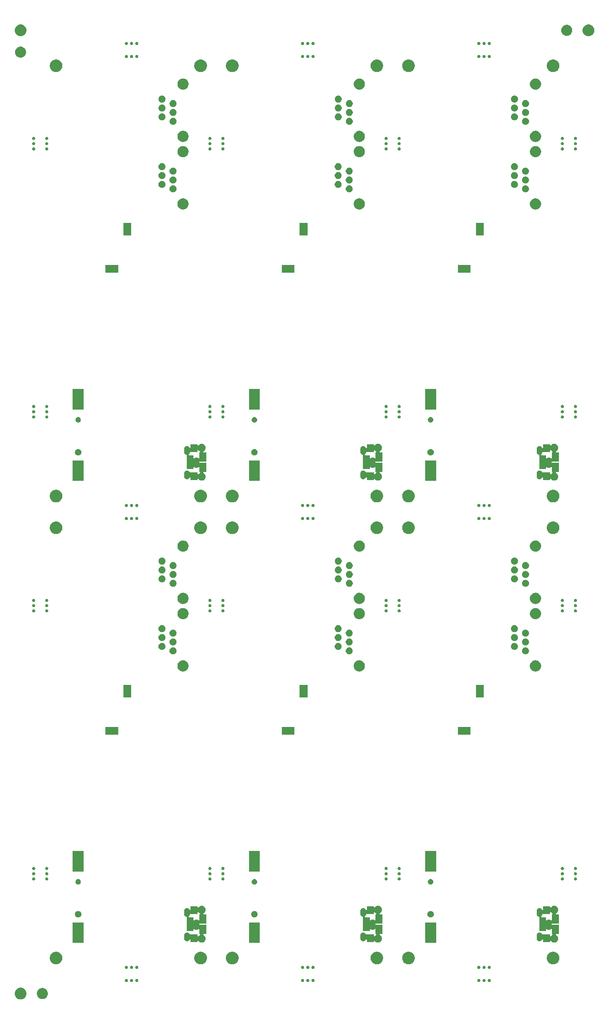
<source format=gbr>
G04 #@! TF.GenerationSoftware,KiCad,Pcbnew,(5.0.0)*
G04 #@! TF.CreationDate,2019-01-02T13:47:13-06:00*
G04 #@! TF.ProjectId,fk-weather-v0.11-02x03,666B2D776561746865722D76302E3131,0.1*
G04 #@! TF.SameCoordinates,PX791ddc0PY791ddc0*
G04 #@! TF.FileFunction,Soldermask,Bot*
G04 #@! TF.FilePolarity,Negative*
%FSLAX46Y46*%
G04 Gerber Fmt 4.6, Leading zero omitted, Abs format (unit mm)*
G04 Created by KiCad (PCBNEW (5.0.0)) date 01/02/19 13:47:13*
%MOMM*%
%LPD*%
G01*
G04 APERTURE LIST*
%ADD10C,0.100000*%
G04 APERTURE END LIST*
D10*
G36*
X-64724916Y-133163771D02*
X-64594353Y-133189741D01*
X-64348377Y-133291627D01*
X-64128499Y-133438546D01*
X-64127002Y-133439546D01*
X-63938746Y-133627802D01*
X-63938744Y-133627805D01*
X-63790827Y-133849177D01*
X-63688941Y-134095153D01*
X-63637000Y-134356279D01*
X-63637000Y-134622521D01*
X-63688941Y-134883647D01*
X-63790827Y-135129623D01*
X-63903987Y-135298978D01*
X-63938746Y-135350998D01*
X-64127002Y-135539254D01*
X-64127005Y-135539256D01*
X-64348377Y-135687173D01*
X-64594353Y-135789059D01*
X-64724916Y-135815030D01*
X-64855478Y-135841000D01*
X-65121722Y-135841000D01*
X-65252284Y-135815030D01*
X-65382847Y-135789059D01*
X-65628823Y-135687173D01*
X-65850195Y-135539256D01*
X-65850198Y-135539254D01*
X-66038454Y-135350998D01*
X-66073213Y-135298978D01*
X-66186373Y-135129623D01*
X-66288259Y-134883647D01*
X-66340200Y-134622521D01*
X-66340200Y-134356279D01*
X-66288259Y-134095153D01*
X-66186373Y-133849177D01*
X-66038456Y-133627805D01*
X-66038454Y-133627802D01*
X-65850198Y-133439546D01*
X-65848701Y-133438546D01*
X-65628823Y-133291627D01*
X-65382847Y-133189741D01*
X-65252284Y-133163771D01*
X-65121722Y-133137800D01*
X-64855478Y-133137800D01*
X-64724916Y-133163771D01*
X-64724916Y-133163771D01*
G37*
G36*
X-59740835Y-133243803D02*
X-59618155Y-133268205D01*
X-59387029Y-133363941D01*
X-59179019Y-133502929D01*
X-59002129Y-133679819D01*
X-59002127Y-133679822D01*
X-58863141Y-133887829D01*
X-58767405Y-134118955D01*
X-58767405Y-134118957D01*
X-58718600Y-134364314D01*
X-58718600Y-134614486D01*
X-58743003Y-134737165D01*
X-58767405Y-134859845D01*
X-58863141Y-135090971D01*
X-59002129Y-135298981D01*
X-59179019Y-135475871D01*
X-59179022Y-135475873D01*
X-59387029Y-135614859D01*
X-59618155Y-135710595D01*
X-59740835Y-135734997D01*
X-59863514Y-135759400D01*
X-60113686Y-135759400D01*
X-60236365Y-135734997D01*
X-60359045Y-135710595D01*
X-60590171Y-135614859D01*
X-60798178Y-135475873D01*
X-60798181Y-135475871D01*
X-60975071Y-135298981D01*
X-61114059Y-135090971D01*
X-61209795Y-134859845D01*
X-61234198Y-134737164D01*
X-61258600Y-134614486D01*
X-61258600Y-134364314D01*
X-61209795Y-134118957D01*
X-61209795Y-134118955D01*
X-61114059Y-133887829D01*
X-60975073Y-133679822D01*
X-60975071Y-133679819D01*
X-60798181Y-133502929D01*
X-60590171Y-133363941D01*
X-60359045Y-133268205D01*
X-60236365Y-133243803D01*
X-60113686Y-133219400D01*
X-59863514Y-133219400D01*
X-59740835Y-133243803D01*
X-59740835Y-133243803D01*
G37*
G36*
X2313958Y-131151312D02*
X2377945Y-131177816D01*
X2435535Y-131216297D01*
X2484503Y-131265265D01*
X2522984Y-131322855D01*
X2549488Y-131386842D01*
X2563000Y-131454771D01*
X2563000Y-131524029D01*
X2549488Y-131591958D01*
X2522984Y-131655945D01*
X2484503Y-131713535D01*
X2435535Y-131762503D01*
X2435532Y-131762505D01*
X2377945Y-131800984D01*
X2313958Y-131827488D01*
X2246030Y-131841000D01*
X2176770Y-131841000D01*
X2108842Y-131827488D01*
X2044855Y-131800984D01*
X1987268Y-131762505D01*
X1987265Y-131762503D01*
X1938297Y-131713535D01*
X1899816Y-131655945D01*
X1873312Y-131591958D01*
X1859800Y-131524029D01*
X1859800Y-131454771D01*
X1873312Y-131386842D01*
X1899816Y-131322855D01*
X1938297Y-131265265D01*
X1987265Y-131216297D01*
X2044855Y-131177816D01*
X2108842Y-131151312D01*
X2176770Y-131137800D01*
X2246030Y-131137800D01*
X2313958Y-131151312D01*
X2313958Y-131151312D01*
G37*
G36*
X-40586042Y-131151312D02*
X-40522055Y-131177816D01*
X-40464465Y-131216297D01*
X-40415497Y-131265265D01*
X-40377016Y-131322855D01*
X-40350512Y-131386842D01*
X-40337000Y-131454771D01*
X-40337000Y-131524029D01*
X-40350512Y-131591958D01*
X-40377016Y-131655945D01*
X-40415497Y-131713535D01*
X-40464465Y-131762503D01*
X-40464468Y-131762505D01*
X-40522055Y-131800984D01*
X-40586042Y-131827488D01*
X-40653970Y-131841000D01*
X-40723230Y-131841000D01*
X-40791158Y-131827488D01*
X-40855145Y-131800984D01*
X-40912732Y-131762505D01*
X-40912735Y-131762503D01*
X-40961703Y-131713535D01*
X-41000184Y-131655945D01*
X-41026688Y-131591958D01*
X-41040200Y-131524029D01*
X-41040200Y-131454771D01*
X-41026688Y-131386842D01*
X-41000184Y-131322855D01*
X-40961703Y-131265265D01*
X-40912735Y-131216297D01*
X-40855145Y-131177816D01*
X-40791158Y-131151312D01*
X-40723230Y-131137800D01*
X-40653970Y-131137800D01*
X-40586042Y-131151312D01*
X-40586042Y-131151312D01*
G37*
G36*
X-39386042Y-131151312D02*
X-39322055Y-131177816D01*
X-39264465Y-131216297D01*
X-39215497Y-131265265D01*
X-39177016Y-131322855D01*
X-39150512Y-131386842D01*
X-39137000Y-131454771D01*
X-39137000Y-131524029D01*
X-39150512Y-131591958D01*
X-39177016Y-131655945D01*
X-39215497Y-131713535D01*
X-39264465Y-131762503D01*
X-39264468Y-131762505D01*
X-39322055Y-131800984D01*
X-39386042Y-131827488D01*
X-39453970Y-131841000D01*
X-39523230Y-131841000D01*
X-39591158Y-131827488D01*
X-39655145Y-131800984D01*
X-39712732Y-131762505D01*
X-39712735Y-131762503D01*
X-39761703Y-131713535D01*
X-39800184Y-131655945D01*
X-39826688Y-131591958D01*
X-39840200Y-131524029D01*
X-39840200Y-131454771D01*
X-39826688Y-131386842D01*
X-39800184Y-131322855D01*
X-39761703Y-131265265D01*
X-39712735Y-131216297D01*
X-39655145Y-131177816D01*
X-39591158Y-131151312D01*
X-39523230Y-131137800D01*
X-39453970Y-131137800D01*
X-39386042Y-131151312D01*
X-39386042Y-131151312D01*
G37*
G36*
X-38186042Y-131151312D02*
X-38122055Y-131177816D01*
X-38064465Y-131216297D01*
X-38015497Y-131265265D01*
X-37977016Y-131322855D01*
X-37950512Y-131386842D01*
X-37937000Y-131454771D01*
X-37937000Y-131524029D01*
X-37950512Y-131591958D01*
X-37977016Y-131655945D01*
X-38015497Y-131713535D01*
X-38064465Y-131762503D01*
X-38064468Y-131762505D01*
X-38122055Y-131800984D01*
X-38186042Y-131827488D01*
X-38253970Y-131841000D01*
X-38323230Y-131841000D01*
X-38391158Y-131827488D01*
X-38455145Y-131800984D01*
X-38512732Y-131762505D01*
X-38512735Y-131762503D01*
X-38561703Y-131713535D01*
X-38600184Y-131655945D01*
X-38626688Y-131591958D01*
X-38640200Y-131524029D01*
X-38640200Y-131454771D01*
X-38626688Y-131386842D01*
X-38600184Y-131322855D01*
X-38561703Y-131265265D01*
X-38512735Y-131216297D01*
X-38455145Y-131177816D01*
X-38391158Y-131151312D01*
X-38323230Y-131137800D01*
X-38253970Y-131137800D01*
X-38186042Y-131151312D01*
X-38186042Y-131151312D01*
G37*
G36*
X1113958Y-131151312D02*
X1177945Y-131177816D01*
X1235535Y-131216297D01*
X1284503Y-131265265D01*
X1322984Y-131322855D01*
X1349488Y-131386842D01*
X1363000Y-131454771D01*
X1363000Y-131524029D01*
X1349488Y-131591958D01*
X1322984Y-131655945D01*
X1284503Y-131713535D01*
X1235535Y-131762503D01*
X1235532Y-131762505D01*
X1177945Y-131800984D01*
X1113958Y-131827488D01*
X1046030Y-131841000D01*
X976770Y-131841000D01*
X908842Y-131827488D01*
X844855Y-131800984D01*
X787268Y-131762505D01*
X787265Y-131762503D01*
X738297Y-131713535D01*
X699816Y-131655945D01*
X673312Y-131591958D01*
X659800Y-131524029D01*
X659800Y-131454771D01*
X673312Y-131386842D01*
X699816Y-131322855D01*
X738297Y-131265265D01*
X787265Y-131216297D01*
X844855Y-131177816D01*
X908842Y-131151312D01*
X976770Y-131137800D01*
X1046030Y-131137800D01*
X1113958Y-131151312D01*
X1113958Y-131151312D01*
G37*
G36*
X-86042Y-131151312D02*
X-22055Y-131177816D01*
X35535Y-131216297D01*
X84503Y-131265265D01*
X122984Y-131322855D01*
X149488Y-131386842D01*
X163000Y-131454771D01*
X163000Y-131524029D01*
X149488Y-131591958D01*
X122984Y-131655945D01*
X84503Y-131713535D01*
X35535Y-131762503D01*
X35532Y-131762505D01*
X-22055Y-131800984D01*
X-86042Y-131827488D01*
X-153970Y-131841000D01*
X-223230Y-131841000D01*
X-291158Y-131827488D01*
X-355145Y-131800984D01*
X-412732Y-131762505D01*
X-412735Y-131762503D01*
X-461703Y-131713535D01*
X-500184Y-131655945D01*
X-526688Y-131591958D01*
X-540200Y-131524029D01*
X-540200Y-131454771D01*
X-526688Y-131386842D01*
X-500184Y-131322855D01*
X-461703Y-131265265D01*
X-412735Y-131216297D01*
X-355145Y-131177816D01*
X-291158Y-131151312D01*
X-223230Y-131137800D01*
X-153970Y-131137800D01*
X-86042Y-131151312D01*
X-86042Y-131151312D01*
G37*
G36*
X40413958Y-131151312D02*
X40477945Y-131177816D01*
X40535535Y-131216297D01*
X40584503Y-131265265D01*
X40622984Y-131322855D01*
X40649488Y-131386842D01*
X40663000Y-131454771D01*
X40663000Y-131524029D01*
X40649488Y-131591958D01*
X40622984Y-131655945D01*
X40584503Y-131713535D01*
X40535535Y-131762503D01*
X40535532Y-131762505D01*
X40477945Y-131800984D01*
X40413958Y-131827488D01*
X40346030Y-131841000D01*
X40276770Y-131841000D01*
X40208842Y-131827488D01*
X40144855Y-131800984D01*
X40087268Y-131762505D01*
X40087265Y-131762503D01*
X40038297Y-131713535D01*
X39999816Y-131655945D01*
X39973312Y-131591958D01*
X39959800Y-131524029D01*
X39959800Y-131454771D01*
X39973312Y-131386842D01*
X39999816Y-131322855D01*
X40038297Y-131265265D01*
X40087265Y-131216297D01*
X40144855Y-131177816D01*
X40208842Y-131151312D01*
X40276770Y-131137800D01*
X40346030Y-131137800D01*
X40413958Y-131151312D01*
X40413958Y-131151312D01*
G37*
G36*
X41613958Y-131151312D02*
X41677945Y-131177816D01*
X41735535Y-131216297D01*
X41784503Y-131265265D01*
X41822984Y-131322855D01*
X41849488Y-131386842D01*
X41863000Y-131454771D01*
X41863000Y-131524029D01*
X41849488Y-131591958D01*
X41822984Y-131655945D01*
X41784503Y-131713535D01*
X41735535Y-131762503D01*
X41735532Y-131762505D01*
X41677945Y-131800984D01*
X41613958Y-131827488D01*
X41546030Y-131841000D01*
X41476770Y-131841000D01*
X41408842Y-131827488D01*
X41344855Y-131800984D01*
X41287268Y-131762505D01*
X41287265Y-131762503D01*
X41238297Y-131713535D01*
X41199816Y-131655945D01*
X41173312Y-131591958D01*
X41159800Y-131524029D01*
X41159800Y-131454771D01*
X41173312Y-131386842D01*
X41199816Y-131322855D01*
X41238297Y-131265265D01*
X41287265Y-131216297D01*
X41344855Y-131177816D01*
X41408842Y-131151312D01*
X41476770Y-131137800D01*
X41546030Y-131137800D01*
X41613958Y-131151312D01*
X41613958Y-131151312D01*
G37*
G36*
X42813958Y-131151312D02*
X42877945Y-131177816D01*
X42935535Y-131216297D01*
X42984503Y-131265265D01*
X43022984Y-131322855D01*
X43049488Y-131386842D01*
X43063000Y-131454771D01*
X43063000Y-131524029D01*
X43049488Y-131591958D01*
X43022984Y-131655945D01*
X42984503Y-131713535D01*
X42935535Y-131762503D01*
X42935532Y-131762505D01*
X42877945Y-131800984D01*
X42813958Y-131827488D01*
X42746030Y-131841000D01*
X42676770Y-131841000D01*
X42608842Y-131827488D01*
X42544855Y-131800984D01*
X42487268Y-131762505D01*
X42487265Y-131762503D01*
X42438297Y-131713535D01*
X42399816Y-131655945D01*
X42373312Y-131591958D01*
X42359800Y-131524029D01*
X42359800Y-131454771D01*
X42373312Y-131386842D01*
X42399816Y-131322855D01*
X42438297Y-131265265D01*
X42487265Y-131216297D01*
X42544855Y-131177816D01*
X42608842Y-131151312D01*
X42676770Y-131137800D01*
X42746030Y-131137800D01*
X42813958Y-131151312D01*
X42813958Y-131151312D01*
G37*
G36*
X40413958Y-128151312D02*
X40477945Y-128177816D01*
X40535535Y-128216297D01*
X40584503Y-128265265D01*
X40622984Y-128322855D01*
X40649488Y-128386842D01*
X40663000Y-128454771D01*
X40663000Y-128524029D01*
X40649488Y-128591958D01*
X40622984Y-128655945D01*
X40584503Y-128713535D01*
X40535535Y-128762503D01*
X40535532Y-128762505D01*
X40477945Y-128800984D01*
X40413958Y-128827488D01*
X40346030Y-128841000D01*
X40276770Y-128841000D01*
X40208842Y-128827488D01*
X40144855Y-128800984D01*
X40087268Y-128762505D01*
X40087265Y-128762503D01*
X40038297Y-128713535D01*
X39999816Y-128655945D01*
X39973312Y-128591958D01*
X39959800Y-128524029D01*
X39959800Y-128454771D01*
X39973312Y-128386842D01*
X39999816Y-128322855D01*
X40038297Y-128265265D01*
X40087265Y-128216297D01*
X40144855Y-128177816D01*
X40208842Y-128151312D01*
X40276770Y-128137800D01*
X40346030Y-128137800D01*
X40413958Y-128151312D01*
X40413958Y-128151312D01*
G37*
G36*
X41613958Y-128151312D02*
X41677945Y-128177816D01*
X41735535Y-128216297D01*
X41784503Y-128265265D01*
X41822984Y-128322855D01*
X41849488Y-128386842D01*
X41863000Y-128454771D01*
X41863000Y-128524029D01*
X41849488Y-128591958D01*
X41822984Y-128655945D01*
X41784503Y-128713535D01*
X41735535Y-128762503D01*
X41735532Y-128762505D01*
X41677945Y-128800984D01*
X41613958Y-128827488D01*
X41546030Y-128841000D01*
X41476770Y-128841000D01*
X41408842Y-128827488D01*
X41344855Y-128800984D01*
X41287268Y-128762505D01*
X41287265Y-128762503D01*
X41238297Y-128713535D01*
X41199816Y-128655945D01*
X41173312Y-128591958D01*
X41159800Y-128524029D01*
X41159800Y-128454771D01*
X41173312Y-128386842D01*
X41199816Y-128322855D01*
X41238297Y-128265265D01*
X41287265Y-128216297D01*
X41344855Y-128177816D01*
X41408842Y-128151312D01*
X41476770Y-128137800D01*
X41546030Y-128137800D01*
X41613958Y-128151312D01*
X41613958Y-128151312D01*
G37*
G36*
X42813958Y-128151312D02*
X42877945Y-128177816D01*
X42935535Y-128216297D01*
X42984503Y-128265265D01*
X43022984Y-128322855D01*
X43049488Y-128386842D01*
X43063000Y-128454771D01*
X43063000Y-128524029D01*
X43049488Y-128591958D01*
X43022984Y-128655945D01*
X42984503Y-128713535D01*
X42935535Y-128762503D01*
X42935532Y-128762505D01*
X42877945Y-128800984D01*
X42813958Y-128827488D01*
X42746030Y-128841000D01*
X42676770Y-128841000D01*
X42608842Y-128827488D01*
X42544855Y-128800984D01*
X42487268Y-128762505D01*
X42487265Y-128762503D01*
X42438297Y-128713535D01*
X42399816Y-128655945D01*
X42373312Y-128591958D01*
X42359800Y-128524029D01*
X42359800Y-128454771D01*
X42373312Y-128386842D01*
X42399816Y-128322855D01*
X42438297Y-128265265D01*
X42487265Y-128216297D01*
X42544855Y-128177816D01*
X42608842Y-128151312D01*
X42676770Y-128137800D01*
X42746030Y-128137800D01*
X42813958Y-128151312D01*
X42813958Y-128151312D01*
G37*
G36*
X2313958Y-128151312D02*
X2377945Y-128177816D01*
X2435535Y-128216297D01*
X2484503Y-128265265D01*
X2522984Y-128322855D01*
X2549488Y-128386842D01*
X2563000Y-128454771D01*
X2563000Y-128524029D01*
X2549488Y-128591958D01*
X2522984Y-128655945D01*
X2484503Y-128713535D01*
X2435535Y-128762503D01*
X2435532Y-128762505D01*
X2377945Y-128800984D01*
X2313958Y-128827488D01*
X2246030Y-128841000D01*
X2176770Y-128841000D01*
X2108842Y-128827488D01*
X2044855Y-128800984D01*
X1987268Y-128762505D01*
X1987265Y-128762503D01*
X1938297Y-128713535D01*
X1899816Y-128655945D01*
X1873312Y-128591958D01*
X1859800Y-128524029D01*
X1859800Y-128454771D01*
X1873312Y-128386842D01*
X1899816Y-128322855D01*
X1938297Y-128265265D01*
X1987265Y-128216297D01*
X2044855Y-128177816D01*
X2108842Y-128151312D01*
X2176770Y-128137800D01*
X2246030Y-128137800D01*
X2313958Y-128151312D01*
X2313958Y-128151312D01*
G37*
G36*
X-86042Y-128151312D02*
X-22055Y-128177816D01*
X35535Y-128216297D01*
X84503Y-128265265D01*
X122984Y-128322855D01*
X149488Y-128386842D01*
X163000Y-128454771D01*
X163000Y-128524029D01*
X149488Y-128591958D01*
X122984Y-128655945D01*
X84503Y-128713535D01*
X35535Y-128762503D01*
X35532Y-128762505D01*
X-22055Y-128800984D01*
X-86042Y-128827488D01*
X-153970Y-128841000D01*
X-223230Y-128841000D01*
X-291158Y-128827488D01*
X-355145Y-128800984D01*
X-412732Y-128762505D01*
X-412735Y-128762503D01*
X-461703Y-128713535D01*
X-500184Y-128655945D01*
X-526688Y-128591958D01*
X-540200Y-128524029D01*
X-540200Y-128454771D01*
X-526688Y-128386842D01*
X-500184Y-128322855D01*
X-461703Y-128265265D01*
X-412735Y-128216297D01*
X-355145Y-128177816D01*
X-291158Y-128151312D01*
X-223230Y-128137800D01*
X-153970Y-128137800D01*
X-86042Y-128151312D01*
X-86042Y-128151312D01*
G37*
G36*
X-40586042Y-128151312D02*
X-40522055Y-128177816D01*
X-40464465Y-128216297D01*
X-40415497Y-128265265D01*
X-40377016Y-128322855D01*
X-40350512Y-128386842D01*
X-40337000Y-128454771D01*
X-40337000Y-128524029D01*
X-40350512Y-128591958D01*
X-40377016Y-128655945D01*
X-40415497Y-128713535D01*
X-40464465Y-128762503D01*
X-40464468Y-128762505D01*
X-40522055Y-128800984D01*
X-40586042Y-128827488D01*
X-40653970Y-128841000D01*
X-40723230Y-128841000D01*
X-40791158Y-128827488D01*
X-40855145Y-128800984D01*
X-40912732Y-128762505D01*
X-40912735Y-128762503D01*
X-40961703Y-128713535D01*
X-41000184Y-128655945D01*
X-41026688Y-128591958D01*
X-41040200Y-128524029D01*
X-41040200Y-128454771D01*
X-41026688Y-128386842D01*
X-41000184Y-128322855D01*
X-40961703Y-128265265D01*
X-40912735Y-128216297D01*
X-40855145Y-128177816D01*
X-40791158Y-128151312D01*
X-40723230Y-128137800D01*
X-40653970Y-128137800D01*
X-40586042Y-128151312D01*
X-40586042Y-128151312D01*
G37*
G36*
X-39386042Y-128151312D02*
X-39322055Y-128177816D01*
X-39264465Y-128216297D01*
X-39215497Y-128265265D01*
X-39177016Y-128322855D01*
X-39150512Y-128386842D01*
X-39137000Y-128454771D01*
X-39137000Y-128524029D01*
X-39150512Y-128591958D01*
X-39177016Y-128655945D01*
X-39215497Y-128713535D01*
X-39264465Y-128762503D01*
X-39264468Y-128762505D01*
X-39322055Y-128800984D01*
X-39386042Y-128827488D01*
X-39453970Y-128841000D01*
X-39523230Y-128841000D01*
X-39591158Y-128827488D01*
X-39655145Y-128800984D01*
X-39712732Y-128762505D01*
X-39712735Y-128762503D01*
X-39761703Y-128713535D01*
X-39800184Y-128655945D01*
X-39826688Y-128591958D01*
X-39840200Y-128524029D01*
X-39840200Y-128454771D01*
X-39826688Y-128386842D01*
X-39800184Y-128322855D01*
X-39761703Y-128265265D01*
X-39712735Y-128216297D01*
X-39655145Y-128177816D01*
X-39591158Y-128151312D01*
X-39523230Y-128137800D01*
X-39453970Y-128137800D01*
X-39386042Y-128151312D01*
X-39386042Y-128151312D01*
G37*
G36*
X-38186042Y-128151312D02*
X-38122055Y-128177816D01*
X-38064465Y-128216297D01*
X-38015497Y-128265265D01*
X-37977016Y-128322855D01*
X-37950512Y-128386842D01*
X-37937000Y-128454771D01*
X-37937000Y-128524029D01*
X-37950512Y-128591958D01*
X-37977016Y-128655945D01*
X-38015497Y-128713535D01*
X-38064465Y-128762503D01*
X-38064468Y-128762505D01*
X-38122055Y-128800984D01*
X-38186042Y-128827488D01*
X-38253970Y-128841000D01*
X-38323230Y-128841000D01*
X-38391158Y-128827488D01*
X-38455145Y-128800984D01*
X-38512732Y-128762505D01*
X-38512735Y-128762503D01*
X-38561703Y-128713535D01*
X-38600184Y-128655945D01*
X-38626688Y-128591958D01*
X-38640200Y-128524029D01*
X-38640200Y-128454771D01*
X-38626688Y-128386842D01*
X-38600184Y-128322855D01*
X-38561703Y-128265265D01*
X-38512735Y-128216297D01*
X-38455145Y-128177816D01*
X-38391158Y-128151312D01*
X-38323230Y-128137800D01*
X-38253970Y-128137800D01*
X-38186042Y-128151312D01*
X-38186042Y-128151312D01*
G37*
G36*
X1113958Y-128151312D02*
X1177945Y-128177816D01*
X1235535Y-128216297D01*
X1284503Y-128265265D01*
X1322984Y-128322855D01*
X1349488Y-128386842D01*
X1363000Y-128454771D01*
X1363000Y-128524029D01*
X1349488Y-128591958D01*
X1322984Y-128655945D01*
X1284503Y-128713535D01*
X1235535Y-128762503D01*
X1235532Y-128762505D01*
X1177945Y-128800984D01*
X1113958Y-128827488D01*
X1046030Y-128841000D01*
X976770Y-128841000D01*
X908842Y-128827488D01*
X844855Y-128800984D01*
X787268Y-128762505D01*
X787265Y-128762503D01*
X738297Y-128713535D01*
X699816Y-128655945D01*
X673312Y-128591958D01*
X659800Y-128524029D01*
X659800Y-128454771D01*
X673312Y-128386842D01*
X699816Y-128322855D01*
X738297Y-128265265D01*
X787265Y-128216297D01*
X844855Y-128177816D01*
X908842Y-128151312D01*
X976770Y-128137800D01*
X1046030Y-128137800D01*
X1113958Y-128151312D01*
X1113958Y-128151312D01*
G37*
G36*
X-56637074Y-124918829D02*
X-56426739Y-124960667D01*
X-56162564Y-125070091D01*
X-55924814Y-125228951D01*
X-55722623Y-125431142D01*
X-55563763Y-125668892D01*
X-55454339Y-125933067D01*
X-55398555Y-126213513D01*
X-55398555Y-126499453D01*
X-55454339Y-126779899D01*
X-55563763Y-127044074D01*
X-55722623Y-127281824D01*
X-55924814Y-127484015D01*
X-56162564Y-127642875D01*
X-56426739Y-127752299D01*
X-56637074Y-127794137D01*
X-56707184Y-127808083D01*
X-56993126Y-127808083D01*
X-57063236Y-127794137D01*
X-57273571Y-127752299D01*
X-57537746Y-127642875D01*
X-57775496Y-127484015D01*
X-57977687Y-127281824D01*
X-58136547Y-127044074D01*
X-58245971Y-126779899D01*
X-58301755Y-126499453D01*
X-58301755Y-126213513D01*
X-58245971Y-125933067D01*
X-58136547Y-125668892D01*
X-57977687Y-125431142D01*
X-57775496Y-125228951D01*
X-57537746Y-125070091D01*
X-57273571Y-124960667D01*
X-57063236Y-124918829D01*
X-56993126Y-124904883D01*
X-56707184Y-124904883D01*
X-56637074Y-124918829D01*
X-56637074Y-124918829D01*
G37*
G36*
X24362926Y-124918829D02*
X24573261Y-124960667D01*
X24837436Y-125070091D01*
X25075186Y-125228951D01*
X25277377Y-125431142D01*
X25436237Y-125668892D01*
X25545661Y-125933067D01*
X25601445Y-126213513D01*
X25601445Y-126499453D01*
X25545661Y-126779899D01*
X25436237Y-127044074D01*
X25277377Y-127281824D01*
X25075186Y-127484015D01*
X24837436Y-127642875D01*
X24573261Y-127752299D01*
X24362926Y-127794137D01*
X24292816Y-127808083D01*
X24006874Y-127808083D01*
X23936764Y-127794137D01*
X23726429Y-127752299D01*
X23462254Y-127642875D01*
X23224504Y-127484015D01*
X23022313Y-127281824D01*
X22863453Y-127044074D01*
X22754029Y-126779899D01*
X22698245Y-126499453D01*
X22698245Y-126213513D01*
X22754029Y-125933067D01*
X22863453Y-125668892D01*
X23022313Y-125431142D01*
X23224504Y-125228951D01*
X23462254Y-125070091D01*
X23726429Y-124960667D01*
X23936764Y-124918829D01*
X24006874Y-124904883D01*
X24292816Y-124904883D01*
X24362926Y-124918829D01*
X24362926Y-124918829D01*
G37*
G36*
X-16137074Y-124918829D02*
X-15926739Y-124960667D01*
X-15662564Y-125070091D01*
X-15424814Y-125228951D01*
X-15222623Y-125431142D01*
X-15063763Y-125668892D01*
X-14954339Y-125933067D01*
X-14898555Y-126213513D01*
X-14898555Y-126499453D01*
X-14954339Y-126779899D01*
X-15063763Y-127044074D01*
X-15222623Y-127281824D01*
X-15424814Y-127484015D01*
X-15662564Y-127642875D01*
X-15926739Y-127752299D01*
X-16137074Y-127794137D01*
X-16207184Y-127808083D01*
X-16493126Y-127808083D01*
X-16563236Y-127794137D01*
X-16773571Y-127752299D01*
X-17037746Y-127642875D01*
X-17275496Y-127484015D01*
X-17477687Y-127281824D01*
X-17636547Y-127044074D01*
X-17745971Y-126779899D01*
X-17801755Y-126499453D01*
X-17801755Y-126213513D01*
X-17745971Y-125933067D01*
X-17636547Y-125668892D01*
X-17477687Y-125431142D01*
X-17275496Y-125228951D01*
X-17037746Y-125070091D01*
X-16773571Y-124960667D01*
X-16563236Y-124918829D01*
X-16493126Y-124904883D01*
X-16207184Y-124904883D01*
X-16137074Y-124918829D01*
X-16137074Y-124918829D01*
G37*
G36*
X57592926Y-124918829D02*
X57803261Y-124960667D01*
X58067436Y-125070091D01*
X58305186Y-125228951D01*
X58507377Y-125431142D01*
X58666237Y-125668892D01*
X58775661Y-125933067D01*
X58831445Y-126213513D01*
X58831445Y-126499453D01*
X58775661Y-126779899D01*
X58666237Y-127044074D01*
X58507377Y-127281824D01*
X58305186Y-127484015D01*
X58067436Y-127642875D01*
X57803261Y-127752299D01*
X57592926Y-127794137D01*
X57522816Y-127808083D01*
X57236874Y-127808083D01*
X57166764Y-127794137D01*
X56956429Y-127752299D01*
X56692254Y-127642875D01*
X56454504Y-127484015D01*
X56252313Y-127281824D01*
X56093453Y-127044074D01*
X55984029Y-126779899D01*
X55928245Y-126499453D01*
X55928245Y-126213513D01*
X55984029Y-125933067D01*
X56093453Y-125668892D01*
X56252313Y-125431142D01*
X56454504Y-125228951D01*
X56692254Y-125070091D01*
X56956429Y-124960667D01*
X57166764Y-124918829D01*
X57236874Y-124904883D01*
X57522816Y-124904883D01*
X57592926Y-124918829D01*
X57592926Y-124918829D01*
G37*
G36*
X17092926Y-124918829D02*
X17303261Y-124960667D01*
X17567436Y-125070091D01*
X17805186Y-125228951D01*
X18007377Y-125431142D01*
X18166237Y-125668892D01*
X18275661Y-125933067D01*
X18331445Y-126213513D01*
X18331445Y-126499453D01*
X18275661Y-126779899D01*
X18166237Y-127044074D01*
X18007377Y-127281824D01*
X17805186Y-127484015D01*
X17567436Y-127642875D01*
X17303261Y-127752299D01*
X17092926Y-127794137D01*
X17022816Y-127808083D01*
X16736874Y-127808083D01*
X16666764Y-127794137D01*
X16456429Y-127752299D01*
X16192254Y-127642875D01*
X15954504Y-127484015D01*
X15752313Y-127281824D01*
X15593453Y-127044074D01*
X15484029Y-126779899D01*
X15428245Y-126499453D01*
X15428245Y-126213513D01*
X15484029Y-125933067D01*
X15593453Y-125668892D01*
X15752313Y-125431142D01*
X15954504Y-125228951D01*
X16192254Y-125070091D01*
X16456429Y-124960667D01*
X16666764Y-124918829D01*
X16736874Y-124904883D01*
X17022816Y-124904883D01*
X17092926Y-124918829D01*
X17092926Y-124918829D01*
G37*
G36*
X-23407074Y-124918829D02*
X-23196739Y-124960667D01*
X-22932564Y-125070091D01*
X-22694814Y-125228951D01*
X-22492623Y-125431142D01*
X-22333763Y-125668892D01*
X-22224339Y-125933067D01*
X-22168555Y-126213513D01*
X-22168555Y-126499453D01*
X-22224339Y-126779899D01*
X-22333763Y-127044074D01*
X-22492623Y-127281824D01*
X-22694814Y-127484015D01*
X-22932564Y-127642875D01*
X-23196739Y-127752299D01*
X-23407074Y-127794137D01*
X-23477184Y-127808083D01*
X-23763126Y-127808083D01*
X-23833236Y-127794137D01*
X-24043571Y-127752299D01*
X-24307746Y-127642875D01*
X-24545496Y-127484015D01*
X-24747687Y-127281824D01*
X-24906547Y-127044074D01*
X-25015971Y-126779899D01*
X-25071755Y-126499453D01*
X-25071755Y-126213513D01*
X-25015971Y-125933067D01*
X-24906547Y-125668892D01*
X-24747687Y-125431142D01*
X-24545496Y-125228951D01*
X-24307746Y-125070091D01*
X-24043571Y-124960667D01*
X-23833236Y-124918829D01*
X-23763126Y-124904883D01*
X-23477184Y-124904883D01*
X-23407074Y-124918829D01*
X-23407074Y-124918829D01*
G37*
G36*
X-10016000Y-122891000D02*
X-12519200Y-122891000D01*
X-12519200Y-118187800D01*
X-10016000Y-118187800D01*
X-10016000Y-122891000D01*
X-10016000Y-122891000D01*
G37*
G36*
X-50516000Y-122891000D02*
X-53019200Y-122891000D01*
X-53019200Y-118187800D01*
X-50516000Y-118187800D01*
X-50516000Y-122891000D01*
X-50516000Y-122891000D01*
G37*
G36*
X30484000Y-122891000D02*
X27980800Y-122891000D01*
X27980800Y-118187800D01*
X30484000Y-118187800D01*
X30484000Y-122891000D01*
X30484000Y-122891000D01*
G37*
G36*
X57810341Y-114363345D02*
X57810344Y-114363346D01*
X57980297Y-114414900D01*
X58136926Y-114498620D01*
X58136928Y-114498621D01*
X58136927Y-114498621D01*
X58274212Y-114611288D01*
X58386881Y-114748574D01*
X58470598Y-114905199D01*
X58522155Y-115075160D01*
X58535200Y-115207609D01*
X58535200Y-115347192D01*
X58522155Y-115479641D01*
X58522154Y-115479643D01*
X58522154Y-115479644D01*
X58470600Y-115649597D01*
X58386880Y-115806226D01*
X58360374Y-115838524D01*
X58274212Y-115943512D01*
X58136927Y-116056179D01*
X58072606Y-116090560D01*
X58052232Y-116104174D01*
X58034905Y-116121501D01*
X58021291Y-116141875D01*
X58011913Y-116164514D01*
X58007133Y-116188548D01*
X58007133Y-116213052D01*
X58011913Y-116237086D01*
X58021291Y-116259725D01*
X58034905Y-116280099D01*
X58052232Y-116297426D01*
X58072606Y-116311040D01*
X58095245Y-116320418D01*
X58131531Y-116325800D01*
X58685200Y-116325800D01*
X58685200Y-118429000D01*
X57178000Y-118429000D01*
X57153614Y-118431402D01*
X57130165Y-118438515D01*
X57108554Y-118450066D01*
X57089612Y-118465612D01*
X57074066Y-118484554D01*
X57062515Y-118506165D01*
X57055402Y-118529614D01*
X57053000Y-118554000D01*
X57053000Y-118600800D01*
X57055402Y-118625186D01*
X57062515Y-118648635D01*
X57074066Y-118670246D01*
X57089612Y-118689188D01*
X57108554Y-118704734D01*
X57130165Y-118716285D01*
X57153614Y-118723398D01*
X57178000Y-118725800D01*
X58685200Y-118725800D01*
X58685200Y-120829000D01*
X58131531Y-120829000D01*
X58107145Y-120831402D01*
X58083696Y-120838515D01*
X58062085Y-120850066D01*
X58043143Y-120865612D01*
X58027597Y-120884554D01*
X58016046Y-120906165D01*
X58008933Y-120929614D01*
X58006531Y-120954000D01*
X58008933Y-120978386D01*
X58016046Y-121001835D01*
X58027597Y-121023446D01*
X58043143Y-121042388D01*
X58072606Y-121064240D01*
X58136926Y-121098620D01*
X58136928Y-121098621D01*
X58136927Y-121098621D01*
X58274212Y-121211288D01*
X58386881Y-121348574D01*
X58470598Y-121505199D01*
X58522155Y-121675160D01*
X58535200Y-121807609D01*
X58535200Y-121947192D01*
X58522155Y-122079641D01*
X58522154Y-122079643D01*
X58522154Y-122079644D01*
X58470600Y-122249597D01*
X58386880Y-122406226D01*
X58343652Y-122458899D01*
X58274212Y-122543512D01*
X58136926Y-122656181D01*
X57980301Y-122739898D01*
X57980298Y-122739899D01*
X57980296Y-122739900D01*
X57837015Y-122783363D01*
X57810340Y-122791455D01*
X57633600Y-122808862D01*
X57456859Y-122791455D01*
X57425218Y-122781857D01*
X57286903Y-122739900D01*
X57130274Y-122656180D01*
X56992988Y-122543512D01*
X56906826Y-122438524D01*
X56889499Y-122421197D01*
X56869124Y-122407583D01*
X56846485Y-122398205D01*
X56822452Y-122393425D01*
X56797948Y-122393425D01*
X56773914Y-122398205D01*
X56751275Y-122407583D01*
X56730901Y-122421197D01*
X56713574Y-122438524D01*
X56699960Y-122458899D01*
X56690582Y-122481538D01*
X56685200Y-122517823D01*
X56685200Y-122679000D01*
X55082000Y-122679000D01*
X55082000Y-122166759D01*
X55079598Y-122142373D01*
X55072485Y-122118924D01*
X55060934Y-122097313D01*
X55045388Y-122078371D01*
X55026446Y-122062825D01*
X55004835Y-122051274D01*
X54981386Y-122044161D01*
X54957000Y-122041759D01*
X54932614Y-122044161D01*
X54909165Y-122051274D01*
X54887554Y-122062825D01*
X54868612Y-122078371D01*
X54846760Y-122107834D01*
X54795806Y-122203161D01*
X54714380Y-122302380D01*
X54615161Y-122383806D01*
X54501963Y-122444312D01*
X54379136Y-122481571D01*
X54379135Y-122481571D01*
X54379132Y-122481572D01*
X54251400Y-122494152D01*
X54123669Y-122481572D01*
X54123666Y-122481571D01*
X54123665Y-122481571D01*
X54000838Y-122444312D01*
X53887640Y-122383806D01*
X53788421Y-122302380D01*
X53706995Y-122203161D01*
X53646488Y-122089963D01*
X53646487Y-122089961D01*
X53609228Y-121967137D01*
X53599800Y-121871406D01*
X53599800Y-121107395D01*
X53609228Y-121011669D01*
X53609229Y-121011665D01*
X53646488Y-120888838D01*
X53656041Y-120870966D01*
X53706994Y-120775639D01*
X53788418Y-120676422D01*
X53788420Y-120676420D01*
X53887639Y-120594994D01*
X54000837Y-120534488D01*
X54123664Y-120497229D01*
X54123665Y-120497229D01*
X54123668Y-120497228D01*
X54251400Y-120484648D01*
X54379131Y-120497228D01*
X54379134Y-120497229D01*
X54379135Y-120497229D01*
X54501962Y-120534488D01*
X54501964Y-120534489D01*
X54615161Y-120594994D01*
X54714378Y-120676418D01*
X54714380Y-120676420D01*
X54795806Y-120775639D01*
X54795807Y-120775641D01*
X54846760Y-120870966D01*
X54860374Y-120891340D01*
X54877701Y-120908668D01*
X54898076Y-120922281D01*
X54920715Y-120931659D01*
X54944748Y-120936439D01*
X54969253Y-120936439D01*
X54993286Y-120931658D01*
X55015925Y-120922281D01*
X55036299Y-120908667D01*
X55053627Y-120891340D01*
X55064010Y-120875800D01*
X56685200Y-120875800D01*
X56685200Y-121236977D01*
X56687602Y-121261363D01*
X56694715Y-121284812D01*
X56706266Y-121306423D01*
X56721812Y-121325365D01*
X56740754Y-121340911D01*
X56762365Y-121352462D01*
X56785814Y-121359575D01*
X56810200Y-121361977D01*
X56834586Y-121359575D01*
X56858035Y-121352462D01*
X56879646Y-121340911D01*
X56906826Y-121316276D01*
X56992988Y-121211288D01*
X57130273Y-121098621D01*
X57194594Y-121064240D01*
X57214968Y-121050626D01*
X57232295Y-121033299D01*
X57245909Y-121012925D01*
X57255287Y-120990286D01*
X57260067Y-120966252D01*
X57260067Y-120941748D01*
X57255287Y-120917714D01*
X57245909Y-120895075D01*
X57232295Y-120874701D01*
X57214968Y-120857374D01*
X57194594Y-120843760D01*
X57171955Y-120834382D01*
X57135669Y-120829000D01*
X57082000Y-120829000D01*
X57082000Y-119786561D01*
X57079598Y-119762175D01*
X57072485Y-119738726D01*
X57060934Y-119717115D01*
X57045388Y-119698173D01*
X57026446Y-119682627D01*
X57004835Y-119671076D01*
X56981386Y-119663963D01*
X56957000Y-119661561D01*
X56932614Y-119663963D01*
X56909165Y-119671076D01*
X56887554Y-119682627D01*
X56874102Y-119694819D01*
X56873897Y-119694569D01*
X56864382Y-119702378D01*
X56864380Y-119702380D01*
X56765161Y-119783806D01*
X56651963Y-119844312D01*
X56529136Y-119881571D01*
X56529135Y-119881571D01*
X56529132Y-119881572D01*
X56401400Y-119894152D01*
X56273669Y-119881572D01*
X56273666Y-119881571D01*
X56273665Y-119881571D01*
X56150838Y-119844312D01*
X56037640Y-119783806D01*
X55944499Y-119707368D01*
X55924124Y-119693754D01*
X55901485Y-119684376D01*
X55877452Y-119679596D01*
X55852948Y-119679596D01*
X55828914Y-119684377D01*
X55806275Y-119693754D01*
X55785901Y-119707368D01*
X55768574Y-119724695D01*
X55754960Y-119745070D01*
X55745582Y-119767709D01*
X55740200Y-119803994D01*
X55740200Y-120179000D01*
X54187000Y-120179000D01*
X54187000Y-116993490D01*
X54184598Y-116969104D01*
X54177485Y-116945655D01*
X54165934Y-116924044D01*
X54150388Y-116905102D01*
X54131446Y-116889556D01*
X54109835Y-116878005D01*
X54098285Y-116873872D01*
X54096080Y-116873203D01*
X54062616Y-116863052D01*
X54000837Y-116844312D01*
X53990054Y-116838548D01*
X54606170Y-116838548D01*
X54606170Y-116863052D01*
X54610950Y-116887085D01*
X54620328Y-116909724D01*
X54633942Y-116930099D01*
X54651269Y-116947426D01*
X54671643Y-116961040D01*
X54694282Y-116970417D01*
X54718316Y-116975198D01*
X54730568Y-116975800D01*
X55740200Y-116975800D01*
X55740200Y-117574805D01*
X55742602Y-117599191D01*
X55749715Y-117622640D01*
X55761266Y-117644251D01*
X55776812Y-117663193D01*
X55795754Y-117678739D01*
X55817365Y-117690290D01*
X55840814Y-117697403D01*
X55865200Y-117699805D01*
X55889586Y-117697403D01*
X55913035Y-117690290D01*
X55944495Y-117671434D01*
X56037639Y-117594994D01*
X56150837Y-117534488D01*
X56273664Y-117497229D01*
X56273665Y-117497229D01*
X56273668Y-117497228D01*
X56401400Y-117484648D01*
X56529131Y-117497228D01*
X56529134Y-117497229D01*
X56529135Y-117497229D01*
X56651962Y-117534488D01*
X56651964Y-117534489D01*
X56765161Y-117594994D01*
X56806015Y-117628522D01*
X56858429Y-117671536D01*
X56869261Y-117680426D01*
X56877703Y-117688867D01*
X56898078Y-117702480D01*
X56920717Y-117711857D01*
X56944750Y-117716637D01*
X56969255Y-117716637D01*
X56993288Y-117711856D01*
X57015927Y-117702478D01*
X57036301Y-117688864D01*
X57053628Y-117671536D01*
X57067241Y-117651161D01*
X57076618Y-117628522D01*
X57082000Y-117592239D01*
X57082000Y-116325800D01*
X57135669Y-116325800D01*
X57160055Y-116323398D01*
X57183504Y-116316285D01*
X57205115Y-116304734D01*
X57224057Y-116289188D01*
X57239603Y-116270246D01*
X57251154Y-116248635D01*
X57258267Y-116225186D01*
X57260669Y-116200800D01*
X57258267Y-116176414D01*
X57251154Y-116152965D01*
X57239603Y-116131354D01*
X57224057Y-116112412D01*
X57194594Y-116090560D01*
X57156440Y-116070166D01*
X57130274Y-116056180D01*
X56992988Y-115943512D01*
X56984676Y-115933384D01*
X56906826Y-115838524D01*
X56889499Y-115821197D01*
X56869124Y-115807583D01*
X56846485Y-115798205D01*
X56822452Y-115793425D01*
X56797948Y-115793425D01*
X56773914Y-115798205D01*
X56751275Y-115807583D01*
X56730901Y-115821197D01*
X56713574Y-115838524D01*
X56699960Y-115858899D01*
X56690582Y-115881538D01*
X56685200Y-115917823D01*
X56685200Y-116279000D01*
X55013014Y-116279000D01*
X54988628Y-116281402D01*
X54965179Y-116288515D01*
X54943568Y-116300066D01*
X54924626Y-116315612D01*
X54909080Y-116334554D01*
X54893397Y-116367714D01*
X54856313Y-116489961D01*
X54856312Y-116489963D01*
X54795806Y-116603161D01*
X54714380Y-116702380D01*
X54714378Y-116702381D01*
X54714377Y-116702383D01*
X54651269Y-116754174D01*
X54633942Y-116771501D01*
X54620328Y-116791875D01*
X54610951Y-116814514D01*
X54606170Y-116838548D01*
X53990054Y-116838548D01*
X53887642Y-116783807D01*
X53887640Y-116783806D01*
X53788421Y-116702380D01*
X53706995Y-116603161D01*
X53646488Y-116489963D01*
X53646487Y-116489961D01*
X53609228Y-116367137D01*
X53599800Y-116271406D01*
X53599800Y-115507395D01*
X53609228Y-115411669D01*
X53609229Y-115411665D01*
X53646488Y-115288838D01*
X53706993Y-115175641D01*
X53706994Y-115175639D01*
X53788418Y-115076422D01*
X53788420Y-115076420D01*
X53887639Y-114994994D01*
X54000837Y-114934488D01*
X54123664Y-114897229D01*
X54123665Y-114897229D01*
X54123668Y-114897228D01*
X54251400Y-114884648D01*
X54379131Y-114897228D01*
X54379134Y-114897229D01*
X54379135Y-114897229D01*
X54501962Y-114934488D01*
X54501964Y-114934489D01*
X54615161Y-114994994D01*
X54712840Y-115075156D01*
X54714380Y-115076420D01*
X54795806Y-115175639D01*
X54795807Y-115175641D01*
X54846760Y-115270966D01*
X54860374Y-115291340D01*
X54877701Y-115308668D01*
X54898076Y-115322281D01*
X54920715Y-115331659D01*
X54944748Y-115336439D01*
X54969253Y-115336439D01*
X54993286Y-115331658D01*
X55015925Y-115322281D01*
X55036299Y-115308667D01*
X55053627Y-115291340D01*
X55067240Y-115270965D01*
X55076618Y-115248326D01*
X55082000Y-115212041D01*
X55082000Y-114475800D01*
X56685200Y-114475800D01*
X56685200Y-114636977D01*
X56687602Y-114661363D01*
X56694715Y-114684812D01*
X56706266Y-114706423D01*
X56721812Y-114725365D01*
X56740754Y-114740911D01*
X56762365Y-114752462D01*
X56785814Y-114759575D01*
X56810200Y-114761977D01*
X56834586Y-114759575D01*
X56858035Y-114752462D01*
X56879646Y-114740911D01*
X56906826Y-114716276D01*
X56992988Y-114611288D01*
X57130274Y-114498619D01*
X57286899Y-114414902D01*
X57286902Y-114414901D01*
X57286904Y-114414900D01*
X57456857Y-114363346D01*
X57456860Y-114363345D01*
X57633600Y-114345938D01*
X57810341Y-114363345D01*
X57810341Y-114363345D01*
G37*
G36*
X17310341Y-114363345D02*
X17310344Y-114363346D01*
X17480297Y-114414900D01*
X17636926Y-114498620D01*
X17636928Y-114498621D01*
X17636927Y-114498621D01*
X17774212Y-114611288D01*
X17886881Y-114748574D01*
X17970598Y-114905199D01*
X18022155Y-115075160D01*
X18035200Y-115207609D01*
X18035200Y-115347192D01*
X18022155Y-115479641D01*
X18022154Y-115479643D01*
X18022154Y-115479644D01*
X17970600Y-115649597D01*
X17886880Y-115806226D01*
X17860374Y-115838524D01*
X17774212Y-115943512D01*
X17636927Y-116056179D01*
X17572606Y-116090560D01*
X17552232Y-116104174D01*
X17534905Y-116121501D01*
X17521291Y-116141875D01*
X17511913Y-116164514D01*
X17507133Y-116188548D01*
X17507133Y-116213052D01*
X17511913Y-116237086D01*
X17521291Y-116259725D01*
X17534905Y-116280099D01*
X17552232Y-116297426D01*
X17572606Y-116311040D01*
X17595245Y-116320418D01*
X17631531Y-116325800D01*
X18185200Y-116325800D01*
X18185200Y-118429000D01*
X16678000Y-118429000D01*
X16653614Y-118431402D01*
X16630165Y-118438515D01*
X16608554Y-118450066D01*
X16589612Y-118465612D01*
X16574066Y-118484554D01*
X16562515Y-118506165D01*
X16555402Y-118529614D01*
X16553000Y-118554000D01*
X16553000Y-118600800D01*
X16555402Y-118625186D01*
X16562515Y-118648635D01*
X16574066Y-118670246D01*
X16589612Y-118689188D01*
X16608554Y-118704734D01*
X16630165Y-118716285D01*
X16653614Y-118723398D01*
X16678000Y-118725800D01*
X18185200Y-118725800D01*
X18185200Y-120829000D01*
X17631531Y-120829000D01*
X17607145Y-120831402D01*
X17583696Y-120838515D01*
X17562085Y-120850066D01*
X17543143Y-120865612D01*
X17527597Y-120884554D01*
X17516046Y-120906165D01*
X17508933Y-120929614D01*
X17506531Y-120954000D01*
X17508933Y-120978386D01*
X17516046Y-121001835D01*
X17527597Y-121023446D01*
X17543143Y-121042388D01*
X17572606Y-121064240D01*
X17636926Y-121098620D01*
X17636928Y-121098621D01*
X17636927Y-121098621D01*
X17774212Y-121211288D01*
X17886881Y-121348574D01*
X17970598Y-121505199D01*
X18022155Y-121675160D01*
X18035200Y-121807609D01*
X18035200Y-121947192D01*
X18022155Y-122079641D01*
X18022154Y-122079643D01*
X18022154Y-122079644D01*
X17970600Y-122249597D01*
X17886880Y-122406226D01*
X17843652Y-122458899D01*
X17774212Y-122543512D01*
X17636926Y-122656181D01*
X17480301Y-122739898D01*
X17480298Y-122739899D01*
X17480296Y-122739900D01*
X17337015Y-122783363D01*
X17310340Y-122791455D01*
X17133600Y-122808862D01*
X16956859Y-122791455D01*
X16925218Y-122781857D01*
X16786903Y-122739900D01*
X16630274Y-122656180D01*
X16492988Y-122543512D01*
X16406826Y-122438524D01*
X16389499Y-122421197D01*
X16369124Y-122407583D01*
X16346485Y-122398205D01*
X16322452Y-122393425D01*
X16297948Y-122393425D01*
X16273914Y-122398205D01*
X16251275Y-122407583D01*
X16230901Y-122421197D01*
X16213574Y-122438524D01*
X16199960Y-122458899D01*
X16190582Y-122481538D01*
X16185200Y-122517823D01*
X16185200Y-122679000D01*
X14582000Y-122679000D01*
X14582000Y-122166759D01*
X14579598Y-122142373D01*
X14572485Y-122118924D01*
X14560934Y-122097313D01*
X14545388Y-122078371D01*
X14526446Y-122062825D01*
X14504835Y-122051274D01*
X14481386Y-122044161D01*
X14457000Y-122041759D01*
X14432614Y-122044161D01*
X14409165Y-122051274D01*
X14387554Y-122062825D01*
X14368612Y-122078371D01*
X14346760Y-122107834D01*
X14295806Y-122203161D01*
X14214380Y-122302380D01*
X14115161Y-122383806D01*
X14001963Y-122444312D01*
X13879136Y-122481571D01*
X13879135Y-122481571D01*
X13879132Y-122481572D01*
X13751400Y-122494152D01*
X13623669Y-122481572D01*
X13623666Y-122481571D01*
X13623665Y-122481571D01*
X13500838Y-122444312D01*
X13387640Y-122383806D01*
X13288421Y-122302380D01*
X13206995Y-122203161D01*
X13146488Y-122089963D01*
X13146487Y-122089961D01*
X13109228Y-121967137D01*
X13099800Y-121871406D01*
X13099800Y-121107395D01*
X13109228Y-121011669D01*
X13109229Y-121011665D01*
X13146488Y-120888838D01*
X13156041Y-120870966D01*
X13206994Y-120775639D01*
X13288418Y-120676422D01*
X13288420Y-120676420D01*
X13387639Y-120594994D01*
X13500837Y-120534488D01*
X13623664Y-120497229D01*
X13623665Y-120497229D01*
X13623668Y-120497228D01*
X13751400Y-120484648D01*
X13879131Y-120497228D01*
X13879134Y-120497229D01*
X13879135Y-120497229D01*
X14001962Y-120534488D01*
X14001964Y-120534489D01*
X14115161Y-120594994D01*
X14214378Y-120676418D01*
X14214380Y-120676420D01*
X14295806Y-120775639D01*
X14295807Y-120775641D01*
X14346760Y-120870966D01*
X14360374Y-120891340D01*
X14377701Y-120908668D01*
X14398076Y-120922281D01*
X14420715Y-120931659D01*
X14444748Y-120936439D01*
X14469253Y-120936439D01*
X14493286Y-120931658D01*
X14515925Y-120922281D01*
X14536299Y-120908667D01*
X14553627Y-120891340D01*
X14564010Y-120875800D01*
X16185200Y-120875800D01*
X16185200Y-121236977D01*
X16187602Y-121261363D01*
X16194715Y-121284812D01*
X16206266Y-121306423D01*
X16221812Y-121325365D01*
X16240754Y-121340911D01*
X16262365Y-121352462D01*
X16285814Y-121359575D01*
X16310200Y-121361977D01*
X16334586Y-121359575D01*
X16358035Y-121352462D01*
X16379646Y-121340911D01*
X16406826Y-121316276D01*
X16492988Y-121211288D01*
X16630273Y-121098621D01*
X16694594Y-121064240D01*
X16714968Y-121050626D01*
X16732295Y-121033299D01*
X16745909Y-121012925D01*
X16755287Y-120990286D01*
X16760067Y-120966252D01*
X16760067Y-120941748D01*
X16755287Y-120917714D01*
X16745909Y-120895075D01*
X16732295Y-120874701D01*
X16714968Y-120857374D01*
X16694594Y-120843760D01*
X16671955Y-120834382D01*
X16635669Y-120829000D01*
X16582000Y-120829000D01*
X16582000Y-119786561D01*
X16579598Y-119762175D01*
X16572485Y-119738726D01*
X16560934Y-119717115D01*
X16545388Y-119698173D01*
X16526446Y-119682627D01*
X16504835Y-119671076D01*
X16481386Y-119663963D01*
X16457000Y-119661561D01*
X16432614Y-119663963D01*
X16409165Y-119671076D01*
X16387554Y-119682627D01*
X16374102Y-119694819D01*
X16373897Y-119694569D01*
X16364382Y-119702378D01*
X16364380Y-119702380D01*
X16265161Y-119783806D01*
X16151963Y-119844312D01*
X16029136Y-119881571D01*
X16029135Y-119881571D01*
X16029132Y-119881572D01*
X15901400Y-119894152D01*
X15773669Y-119881572D01*
X15773666Y-119881571D01*
X15773665Y-119881571D01*
X15650838Y-119844312D01*
X15537640Y-119783806D01*
X15444499Y-119707368D01*
X15424124Y-119693754D01*
X15401485Y-119684376D01*
X15377452Y-119679596D01*
X15352948Y-119679596D01*
X15328914Y-119684377D01*
X15306275Y-119693754D01*
X15285901Y-119707368D01*
X15268574Y-119724695D01*
X15254960Y-119745070D01*
X15245582Y-119767709D01*
X15240200Y-119803994D01*
X15240200Y-120179000D01*
X13687000Y-120179000D01*
X13687000Y-116993490D01*
X13684598Y-116969104D01*
X13677485Y-116945655D01*
X13665934Y-116924044D01*
X13650388Y-116905102D01*
X13631446Y-116889556D01*
X13609835Y-116878005D01*
X13598285Y-116873872D01*
X13596080Y-116873203D01*
X13562616Y-116863052D01*
X13500837Y-116844312D01*
X13490054Y-116838548D01*
X14106170Y-116838548D01*
X14106170Y-116863052D01*
X14110950Y-116887085D01*
X14120328Y-116909724D01*
X14133942Y-116930099D01*
X14151269Y-116947426D01*
X14171643Y-116961040D01*
X14194282Y-116970417D01*
X14218316Y-116975198D01*
X14230568Y-116975800D01*
X15240200Y-116975800D01*
X15240200Y-117574805D01*
X15242602Y-117599191D01*
X15249715Y-117622640D01*
X15261266Y-117644251D01*
X15276812Y-117663193D01*
X15295754Y-117678739D01*
X15317365Y-117690290D01*
X15340814Y-117697403D01*
X15365200Y-117699805D01*
X15389586Y-117697403D01*
X15413035Y-117690290D01*
X15444495Y-117671434D01*
X15537639Y-117594994D01*
X15650837Y-117534488D01*
X15773664Y-117497229D01*
X15773665Y-117497229D01*
X15773668Y-117497228D01*
X15901400Y-117484648D01*
X16029131Y-117497228D01*
X16029134Y-117497229D01*
X16029135Y-117497229D01*
X16151962Y-117534488D01*
X16151964Y-117534489D01*
X16265161Y-117594994D01*
X16306015Y-117628522D01*
X16358429Y-117671536D01*
X16369261Y-117680426D01*
X16377703Y-117688867D01*
X16398078Y-117702480D01*
X16420717Y-117711857D01*
X16444750Y-117716637D01*
X16469255Y-117716637D01*
X16493288Y-117711856D01*
X16515927Y-117702478D01*
X16536301Y-117688864D01*
X16553628Y-117671536D01*
X16567241Y-117651161D01*
X16576618Y-117628522D01*
X16582000Y-117592239D01*
X16582000Y-116325800D01*
X16635669Y-116325800D01*
X16660055Y-116323398D01*
X16683504Y-116316285D01*
X16705115Y-116304734D01*
X16724057Y-116289188D01*
X16739603Y-116270246D01*
X16751154Y-116248635D01*
X16758267Y-116225186D01*
X16760669Y-116200800D01*
X16758267Y-116176414D01*
X16751154Y-116152965D01*
X16739603Y-116131354D01*
X16724057Y-116112412D01*
X16694594Y-116090560D01*
X16656440Y-116070166D01*
X16630274Y-116056180D01*
X16492988Y-115943512D01*
X16484676Y-115933384D01*
X16406826Y-115838524D01*
X16389499Y-115821197D01*
X16369124Y-115807583D01*
X16346485Y-115798205D01*
X16322452Y-115793425D01*
X16297948Y-115793425D01*
X16273914Y-115798205D01*
X16251275Y-115807583D01*
X16230901Y-115821197D01*
X16213574Y-115838524D01*
X16199960Y-115858899D01*
X16190582Y-115881538D01*
X16185200Y-115917823D01*
X16185200Y-116279000D01*
X14513014Y-116279000D01*
X14488628Y-116281402D01*
X14465179Y-116288515D01*
X14443568Y-116300066D01*
X14424626Y-116315612D01*
X14409080Y-116334554D01*
X14393397Y-116367714D01*
X14356313Y-116489961D01*
X14356312Y-116489963D01*
X14295806Y-116603161D01*
X14214380Y-116702380D01*
X14214378Y-116702381D01*
X14214377Y-116702383D01*
X14151269Y-116754174D01*
X14133942Y-116771501D01*
X14120328Y-116791875D01*
X14110951Y-116814514D01*
X14106170Y-116838548D01*
X13490054Y-116838548D01*
X13387642Y-116783807D01*
X13387640Y-116783806D01*
X13288421Y-116702380D01*
X13206995Y-116603161D01*
X13146488Y-116489963D01*
X13146487Y-116489961D01*
X13109228Y-116367137D01*
X13099800Y-116271406D01*
X13099800Y-115507395D01*
X13109228Y-115411669D01*
X13109229Y-115411665D01*
X13146488Y-115288838D01*
X13206993Y-115175641D01*
X13206994Y-115175639D01*
X13288418Y-115076422D01*
X13288420Y-115076420D01*
X13387639Y-114994994D01*
X13500837Y-114934488D01*
X13623664Y-114897229D01*
X13623665Y-114897229D01*
X13623668Y-114897228D01*
X13751400Y-114884648D01*
X13879131Y-114897228D01*
X13879134Y-114897229D01*
X13879135Y-114897229D01*
X14001962Y-114934488D01*
X14001964Y-114934489D01*
X14115161Y-114994994D01*
X14212840Y-115075156D01*
X14214380Y-115076420D01*
X14295806Y-115175639D01*
X14295807Y-115175641D01*
X14346760Y-115270966D01*
X14360374Y-115291340D01*
X14377701Y-115308668D01*
X14398076Y-115322281D01*
X14420715Y-115331659D01*
X14444748Y-115336439D01*
X14469253Y-115336439D01*
X14493286Y-115331658D01*
X14515925Y-115322281D01*
X14536299Y-115308667D01*
X14553627Y-115291340D01*
X14567240Y-115270965D01*
X14576618Y-115248326D01*
X14582000Y-115212041D01*
X14582000Y-114475800D01*
X16185200Y-114475800D01*
X16185200Y-114636977D01*
X16187602Y-114661363D01*
X16194715Y-114684812D01*
X16206266Y-114706423D01*
X16221812Y-114725365D01*
X16240754Y-114740911D01*
X16262365Y-114752462D01*
X16285814Y-114759575D01*
X16310200Y-114761977D01*
X16334586Y-114759575D01*
X16358035Y-114752462D01*
X16379646Y-114740911D01*
X16406826Y-114716276D01*
X16492988Y-114611288D01*
X16630274Y-114498619D01*
X16786899Y-114414902D01*
X16786902Y-114414901D01*
X16786904Y-114414900D01*
X16956857Y-114363346D01*
X16956860Y-114363345D01*
X17133600Y-114345938D01*
X17310341Y-114363345D01*
X17310341Y-114363345D01*
G37*
G36*
X-23189659Y-114363345D02*
X-23189656Y-114363346D01*
X-23019703Y-114414900D01*
X-22863074Y-114498620D01*
X-22863072Y-114498621D01*
X-22863073Y-114498621D01*
X-22725788Y-114611288D01*
X-22613119Y-114748574D01*
X-22529402Y-114905199D01*
X-22477845Y-115075160D01*
X-22464800Y-115207609D01*
X-22464800Y-115347192D01*
X-22477845Y-115479641D01*
X-22477846Y-115479643D01*
X-22477846Y-115479644D01*
X-22529400Y-115649597D01*
X-22613120Y-115806226D01*
X-22639626Y-115838524D01*
X-22725788Y-115943512D01*
X-22863073Y-116056179D01*
X-22927394Y-116090560D01*
X-22947768Y-116104174D01*
X-22965095Y-116121501D01*
X-22978709Y-116141875D01*
X-22988087Y-116164514D01*
X-22992867Y-116188548D01*
X-22992867Y-116213052D01*
X-22988087Y-116237086D01*
X-22978709Y-116259725D01*
X-22965095Y-116280099D01*
X-22947768Y-116297426D01*
X-22927394Y-116311040D01*
X-22904755Y-116320418D01*
X-22868469Y-116325800D01*
X-22314800Y-116325800D01*
X-22314800Y-118429000D01*
X-23822000Y-118429000D01*
X-23846386Y-118431402D01*
X-23869835Y-118438515D01*
X-23891446Y-118450066D01*
X-23910388Y-118465612D01*
X-23925934Y-118484554D01*
X-23937485Y-118506165D01*
X-23944598Y-118529614D01*
X-23947000Y-118554000D01*
X-23947000Y-118600800D01*
X-23944598Y-118625186D01*
X-23937485Y-118648635D01*
X-23925934Y-118670246D01*
X-23910388Y-118689188D01*
X-23891446Y-118704734D01*
X-23869835Y-118716285D01*
X-23846386Y-118723398D01*
X-23822000Y-118725800D01*
X-22314800Y-118725800D01*
X-22314800Y-120829000D01*
X-22868469Y-120829000D01*
X-22892855Y-120831402D01*
X-22916304Y-120838515D01*
X-22937915Y-120850066D01*
X-22956857Y-120865612D01*
X-22972403Y-120884554D01*
X-22983954Y-120906165D01*
X-22991067Y-120929614D01*
X-22993469Y-120954000D01*
X-22991067Y-120978386D01*
X-22983954Y-121001835D01*
X-22972403Y-121023446D01*
X-22956857Y-121042388D01*
X-22927394Y-121064240D01*
X-22863074Y-121098620D01*
X-22863072Y-121098621D01*
X-22863073Y-121098621D01*
X-22725788Y-121211288D01*
X-22613119Y-121348574D01*
X-22529402Y-121505199D01*
X-22477845Y-121675160D01*
X-22464800Y-121807609D01*
X-22464800Y-121947192D01*
X-22477845Y-122079641D01*
X-22477846Y-122079643D01*
X-22477846Y-122079644D01*
X-22529400Y-122249597D01*
X-22613120Y-122406226D01*
X-22656348Y-122458899D01*
X-22725788Y-122543512D01*
X-22863074Y-122656181D01*
X-23019699Y-122739898D01*
X-23019702Y-122739899D01*
X-23019704Y-122739900D01*
X-23162985Y-122783363D01*
X-23189660Y-122791455D01*
X-23366400Y-122808862D01*
X-23543141Y-122791455D01*
X-23574782Y-122781857D01*
X-23713097Y-122739900D01*
X-23869726Y-122656180D01*
X-24007012Y-122543512D01*
X-24093174Y-122438524D01*
X-24110501Y-122421197D01*
X-24130876Y-122407583D01*
X-24153515Y-122398205D01*
X-24177548Y-122393425D01*
X-24202052Y-122393425D01*
X-24226086Y-122398205D01*
X-24248725Y-122407583D01*
X-24269099Y-122421197D01*
X-24286426Y-122438524D01*
X-24300040Y-122458899D01*
X-24309418Y-122481538D01*
X-24314800Y-122517823D01*
X-24314800Y-122679000D01*
X-25918000Y-122679000D01*
X-25918000Y-122166759D01*
X-25920402Y-122142373D01*
X-25927515Y-122118924D01*
X-25939066Y-122097313D01*
X-25954612Y-122078371D01*
X-25973554Y-122062825D01*
X-25995165Y-122051274D01*
X-26018614Y-122044161D01*
X-26043000Y-122041759D01*
X-26067386Y-122044161D01*
X-26090835Y-122051274D01*
X-26112446Y-122062825D01*
X-26131388Y-122078371D01*
X-26153240Y-122107834D01*
X-26204194Y-122203161D01*
X-26285620Y-122302380D01*
X-26384839Y-122383806D01*
X-26498037Y-122444312D01*
X-26620864Y-122481571D01*
X-26620865Y-122481571D01*
X-26620868Y-122481572D01*
X-26748600Y-122494152D01*
X-26876331Y-122481572D01*
X-26876334Y-122481571D01*
X-26876335Y-122481571D01*
X-26999162Y-122444312D01*
X-27112360Y-122383806D01*
X-27211579Y-122302380D01*
X-27293005Y-122203161D01*
X-27353512Y-122089963D01*
X-27353513Y-122089961D01*
X-27390772Y-121967137D01*
X-27400200Y-121871406D01*
X-27400200Y-121107395D01*
X-27390772Y-121011669D01*
X-27390771Y-121011665D01*
X-27353512Y-120888838D01*
X-27343959Y-120870966D01*
X-27293006Y-120775639D01*
X-27211582Y-120676422D01*
X-27211580Y-120676420D01*
X-27112361Y-120594994D01*
X-26999163Y-120534488D01*
X-26876336Y-120497229D01*
X-26876335Y-120497229D01*
X-26876332Y-120497228D01*
X-26748600Y-120484648D01*
X-26620869Y-120497228D01*
X-26620866Y-120497229D01*
X-26620865Y-120497229D01*
X-26498038Y-120534488D01*
X-26498036Y-120534489D01*
X-26384839Y-120594994D01*
X-26285622Y-120676418D01*
X-26285620Y-120676420D01*
X-26204194Y-120775639D01*
X-26204193Y-120775641D01*
X-26153240Y-120870966D01*
X-26139626Y-120891340D01*
X-26122299Y-120908668D01*
X-26101924Y-120922281D01*
X-26079285Y-120931659D01*
X-26055252Y-120936439D01*
X-26030747Y-120936439D01*
X-26006714Y-120931658D01*
X-25984075Y-120922281D01*
X-25963701Y-120908667D01*
X-25946373Y-120891340D01*
X-25935990Y-120875800D01*
X-24314800Y-120875800D01*
X-24314800Y-121236977D01*
X-24312398Y-121261363D01*
X-24305285Y-121284812D01*
X-24293734Y-121306423D01*
X-24278188Y-121325365D01*
X-24259246Y-121340911D01*
X-24237635Y-121352462D01*
X-24214186Y-121359575D01*
X-24189800Y-121361977D01*
X-24165414Y-121359575D01*
X-24141965Y-121352462D01*
X-24120354Y-121340911D01*
X-24093174Y-121316276D01*
X-24007012Y-121211288D01*
X-23869727Y-121098621D01*
X-23805406Y-121064240D01*
X-23785032Y-121050626D01*
X-23767705Y-121033299D01*
X-23754091Y-121012925D01*
X-23744713Y-120990286D01*
X-23739933Y-120966252D01*
X-23739933Y-120941748D01*
X-23744713Y-120917714D01*
X-23754091Y-120895075D01*
X-23767705Y-120874701D01*
X-23785032Y-120857374D01*
X-23805406Y-120843760D01*
X-23828045Y-120834382D01*
X-23864331Y-120829000D01*
X-23918000Y-120829000D01*
X-23918000Y-119786561D01*
X-23920402Y-119762175D01*
X-23927515Y-119738726D01*
X-23939066Y-119717115D01*
X-23954612Y-119698173D01*
X-23973554Y-119682627D01*
X-23995165Y-119671076D01*
X-24018614Y-119663963D01*
X-24043000Y-119661561D01*
X-24067386Y-119663963D01*
X-24090835Y-119671076D01*
X-24112446Y-119682627D01*
X-24125898Y-119694819D01*
X-24126103Y-119694569D01*
X-24135618Y-119702378D01*
X-24135620Y-119702380D01*
X-24234839Y-119783806D01*
X-24348037Y-119844312D01*
X-24470864Y-119881571D01*
X-24470865Y-119881571D01*
X-24470868Y-119881572D01*
X-24598600Y-119894152D01*
X-24726331Y-119881572D01*
X-24726334Y-119881571D01*
X-24726335Y-119881571D01*
X-24849162Y-119844312D01*
X-24962360Y-119783806D01*
X-25055501Y-119707368D01*
X-25075876Y-119693754D01*
X-25098515Y-119684376D01*
X-25122548Y-119679596D01*
X-25147052Y-119679596D01*
X-25171086Y-119684377D01*
X-25193725Y-119693754D01*
X-25214099Y-119707368D01*
X-25231426Y-119724695D01*
X-25245040Y-119745070D01*
X-25254418Y-119767709D01*
X-25259800Y-119803994D01*
X-25259800Y-120179000D01*
X-26813000Y-120179000D01*
X-26813000Y-116993490D01*
X-26815402Y-116969104D01*
X-26822515Y-116945655D01*
X-26834066Y-116924044D01*
X-26849612Y-116905102D01*
X-26868554Y-116889556D01*
X-26890165Y-116878005D01*
X-26901715Y-116873872D01*
X-26903920Y-116873203D01*
X-26937384Y-116863052D01*
X-26999163Y-116844312D01*
X-27009946Y-116838548D01*
X-26393830Y-116838548D01*
X-26393830Y-116863052D01*
X-26389050Y-116887085D01*
X-26379672Y-116909724D01*
X-26366058Y-116930099D01*
X-26348731Y-116947426D01*
X-26328357Y-116961040D01*
X-26305718Y-116970417D01*
X-26281684Y-116975198D01*
X-26269432Y-116975800D01*
X-25259800Y-116975800D01*
X-25259800Y-117574805D01*
X-25257398Y-117599191D01*
X-25250285Y-117622640D01*
X-25238734Y-117644251D01*
X-25223188Y-117663193D01*
X-25204246Y-117678739D01*
X-25182635Y-117690290D01*
X-25159186Y-117697403D01*
X-25134800Y-117699805D01*
X-25110414Y-117697403D01*
X-25086965Y-117690290D01*
X-25055505Y-117671434D01*
X-24962361Y-117594994D01*
X-24849163Y-117534488D01*
X-24726336Y-117497229D01*
X-24726335Y-117497229D01*
X-24726332Y-117497228D01*
X-24598600Y-117484648D01*
X-24470869Y-117497228D01*
X-24470866Y-117497229D01*
X-24470865Y-117497229D01*
X-24348038Y-117534488D01*
X-24348036Y-117534489D01*
X-24234839Y-117594994D01*
X-24193985Y-117628522D01*
X-24141571Y-117671536D01*
X-24130739Y-117680426D01*
X-24122297Y-117688867D01*
X-24101922Y-117702480D01*
X-24079283Y-117711857D01*
X-24055250Y-117716637D01*
X-24030745Y-117716637D01*
X-24006712Y-117711856D01*
X-23984073Y-117702478D01*
X-23963699Y-117688864D01*
X-23946372Y-117671536D01*
X-23932759Y-117651161D01*
X-23923382Y-117628522D01*
X-23918000Y-117592239D01*
X-23918000Y-116325800D01*
X-23864331Y-116325800D01*
X-23839945Y-116323398D01*
X-23816496Y-116316285D01*
X-23794885Y-116304734D01*
X-23775943Y-116289188D01*
X-23760397Y-116270246D01*
X-23748846Y-116248635D01*
X-23741733Y-116225186D01*
X-23739331Y-116200800D01*
X-23741733Y-116176414D01*
X-23748846Y-116152965D01*
X-23760397Y-116131354D01*
X-23775943Y-116112412D01*
X-23805406Y-116090560D01*
X-23843560Y-116070166D01*
X-23869726Y-116056180D01*
X-24007012Y-115943512D01*
X-24015324Y-115933384D01*
X-24093174Y-115838524D01*
X-24110501Y-115821197D01*
X-24130876Y-115807583D01*
X-24153515Y-115798205D01*
X-24177548Y-115793425D01*
X-24202052Y-115793425D01*
X-24226086Y-115798205D01*
X-24248725Y-115807583D01*
X-24269099Y-115821197D01*
X-24286426Y-115838524D01*
X-24300040Y-115858899D01*
X-24309418Y-115881538D01*
X-24314800Y-115917823D01*
X-24314800Y-116279000D01*
X-25986986Y-116279000D01*
X-26011372Y-116281402D01*
X-26034821Y-116288515D01*
X-26056432Y-116300066D01*
X-26075374Y-116315612D01*
X-26090920Y-116334554D01*
X-26106603Y-116367714D01*
X-26143687Y-116489961D01*
X-26143688Y-116489963D01*
X-26204194Y-116603161D01*
X-26285620Y-116702380D01*
X-26285622Y-116702381D01*
X-26285623Y-116702383D01*
X-26348731Y-116754174D01*
X-26366058Y-116771501D01*
X-26379672Y-116791875D01*
X-26389049Y-116814514D01*
X-26393830Y-116838548D01*
X-27009946Y-116838548D01*
X-27112358Y-116783807D01*
X-27112360Y-116783806D01*
X-27211579Y-116702380D01*
X-27293005Y-116603161D01*
X-27353512Y-116489963D01*
X-27353513Y-116489961D01*
X-27390772Y-116367137D01*
X-27400200Y-116271406D01*
X-27400200Y-115507395D01*
X-27390772Y-115411669D01*
X-27390771Y-115411665D01*
X-27353512Y-115288838D01*
X-27293007Y-115175641D01*
X-27293006Y-115175639D01*
X-27211582Y-115076422D01*
X-27211580Y-115076420D01*
X-27112361Y-114994994D01*
X-26999163Y-114934488D01*
X-26876336Y-114897229D01*
X-26876335Y-114897229D01*
X-26876332Y-114897228D01*
X-26748600Y-114884648D01*
X-26620869Y-114897228D01*
X-26620866Y-114897229D01*
X-26620865Y-114897229D01*
X-26498038Y-114934488D01*
X-26498036Y-114934489D01*
X-26384839Y-114994994D01*
X-26287160Y-115075156D01*
X-26285620Y-115076420D01*
X-26204194Y-115175639D01*
X-26204193Y-115175641D01*
X-26153240Y-115270966D01*
X-26139626Y-115291340D01*
X-26122299Y-115308668D01*
X-26101924Y-115322281D01*
X-26079285Y-115331659D01*
X-26055252Y-115336439D01*
X-26030747Y-115336439D01*
X-26006714Y-115331658D01*
X-25984075Y-115322281D01*
X-25963701Y-115308667D01*
X-25946373Y-115291340D01*
X-25932760Y-115270965D01*
X-25923382Y-115248326D01*
X-25918000Y-115212041D01*
X-25918000Y-114475800D01*
X-24314800Y-114475800D01*
X-24314800Y-114636977D01*
X-24312398Y-114661363D01*
X-24305285Y-114684812D01*
X-24293734Y-114706423D01*
X-24278188Y-114725365D01*
X-24259246Y-114740911D01*
X-24237635Y-114752462D01*
X-24214186Y-114759575D01*
X-24189800Y-114761977D01*
X-24165414Y-114759575D01*
X-24141965Y-114752462D01*
X-24120354Y-114740911D01*
X-24093174Y-114716276D01*
X-24007012Y-114611288D01*
X-23869726Y-114498619D01*
X-23713101Y-114414902D01*
X-23713098Y-114414901D01*
X-23713096Y-114414900D01*
X-23543143Y-114363346D01*
X-23543140Y-114363345D01*
X-23366400Y-114345938D01*
X-23189659Y-114363345D01*
X-23189659Y-114363345D01*
G37*
G36*
X-11048366Y-115566683D02*
X-10911584Y-115623340D01*
X-10788483Y-115705594D01*
X-10683794Y-115810283D01*
X-10601540Y-115933384D01*
X-10544883Y-116070166D01*
X-10516000Y-116215374D01*
X-10516000Y-116363426D01*
X-10544883Y-116508634D01*
X-10601540Y-116645416D01*
X-10683794Y-116768517D01*
X-10788483Y-116873206D01*
X-10911584Y-116955460D01*
X-11048366Y-117012117D01*
X-11193574Y-117041000D01*
X-11341626Y-117041000D01*
X-11486834Y-117012117D01*
X-11623616Y-116955460D01*
X-11746717Y-116873206D01*
X-11851406Y-116768517D01*
X-11933660Y-116645416D01*
X-11990317Y-116508634D01*
X-12019200Y-116363426D01*
X-12019200Y-116215374D01*
X-11990317Y-116070166D01*
X-11933660Y-115933384D01*
X-11851406Y-115810283D01*
X-11746717Y-115705594D01*
X-11623616Y-115623340D01*
X-11486834Y-115566683D01*
X-11341626Y-115537800D01*
X-11193574Y-115537800D01*
X-11048366Y-115566683D01*
X-11048366Y-115566683D01*
G37*
G36*
X-51548366Y-115566683D02*
X-51411584Y-115623340D01*
X-51288483Y-115705594D01*
X-51183794Y-115810283D01*
X-51101540Y-115933384D01*
X-51044883Y-116070166D01*
X-51016000Y-116215374D01*
X-51016000Y-116363426D01*
X-51044883Y-116508634D01*
X-51101540Y-116645416D01*
X-51183794Y-116768517D01*
X-51288483Y-116873206D01*
X-51411584Y-116955460D01*
X-51548366Y-117012117D01*
X-51693574Y-117041000D01*
X-51841626Y-117041000D01*
X-51986834Y-117012117D01*
X-52123616Y-116955460D01*
X-52246717Y-116873206D01*
X-52351406Y-116768517D01*
X-52433660Y-116645416D01*
X-52490317Y-116508634D01*
X-52519200Y-116363426D01*
X-52519200Y-116215374D01*
X-52490317Y-116070166D01*
X-52433660Y-115933384D01*
X-52351406Y-115810283D01*
X-52246717Y-115705594D01*
X-52123616Y-115623340D01*
X-51986834Y-115566683D01*
X-51841626Y-115537800D01*
X-51693574Y-115537800D01*
X-51548366Y-115566683D01*
X-51548366Y-115566683D01*
G37*
G36*
X29451634Y-115566683D02*
X29588416Y-115623340D01*
X29711517Y-115705594D01*
X29816206Y-115810283D01*
X29898460Y-115933384D01*
X29955117Y-116070166D01*
X29984000Y-116215374D01*
X29984000Y-116363426D01*
X29955117Y-116508634D01*
X29898460Y-116645416D01*
X29816206Y-116768517D01*
X29711517Y-116873206D01*
X29588416Y-116955460D01*
X29451634Y-117012117D01*
X29306426Y-117041000D01*
X29158374Y-117041000D01*
X29013166Y-117012117D01*
X28876384Y-116955460D01*
X28753283Y-116873206D01*
X28648594Y-116768517D01*
X28566340Y-116645416D01*
X28509683Y-116508634D01*
X28480800Y-116363426D01*
X28480800Y-116215374D01*
X28509683Y-116070166D01*
X28566340Y-115933384D01*
X28648594Y-115810283D01*
X28753283Y-115705594D01*
X28876384Y-115623340D01*
X29013166Y-115566683D01*
X29158374Y-115537800D01*
X29306426Y-115537800D01*
X29451634Y-115566683D01*
X29451634Y-115566683D01*
G37*
G36*
X-11084827Y-108236879D02*
X-10970793Y-108284114D01*
X-10868165Y-108352688D01*
X-10780888Y-108439965D01*
X-10712314Y-108542593D01*
X-10665079Y-108656627D01*
X-10641000Y-108777684D01*
X-10641000Y-108901116D01*
X-10665079Y-109022173D01*
X-10712314Y-109136207D01*
X-10780888Y-109238835D01*
X-10868165Y-109326112D01*
X-10970793Y-109394686D01*
X-11084827Y-109441921D01*
X-11205884Y-109466000D01*
X-11329316Y-109466000D01*
X-11450373Y-109441921D01*
X-11564407Y-109394686D01*
X-11667035Y-109326112D01*
X-11754312Y-109238835D01*
X-11822886Y-109136207D01*
X-11870121Y-109022173D01*
X-11894200Y-108901116D01*
X-11894200Y-108777684D01*
X-11870121Y-108656627D01*
X-11822886Y-108542593D01*
X-11754312Y-108439965D01*
X-11667035Y-108352688D01*
X-11564407Y-108284114D01*
X-11450373Y-108236879D01*
X-11329316Y-108212800D01*
X-11205884Y-108212800D01*
X-11084827Y-108236879D01*
X-11084827Y-108236879D01*
G37*
G36*
X29415173Y-108236879D02*
X29529207Y-108284114D01*
X29631835Y-108352688D01*
X29719112Y-108439965D01*
X29787686Y-108542593D01*
X29834921Y-108656627D01*
X29859000Y-108777684D01*
X29859000Y-108901116D01*
X29834921Y-109022173D01*
X29787686Y-109136207D01*
X29719112Y-109238835D01*
X29631835Y-109326112D01*
X29529207Y-109394686D01*
X29415173Y-109441921D01*
X29294116Y-109466000D01*
X29170684Y-109466000D01*
X29049627Y-109441921D01*
X28935593Y-109394686D01*
X28832965Y-109326112D01*
X28745688Y-109238835D01*
X28677114Y-109136207D01*
X28629879Y-109022173D01*
X28605800Y-108901116D01*
X28605800Y-108777684D01*
X28629879Y-108656627D01*
X28677114Y-108542593D01*
X28745688Y-108439965D01*
X28832965Y-108352688D01*
X28935593Y-108284114D01*
X29049627Y-108236879D01*
X29170684Y-108212800D01*
X29294116Y-108212800D01*
X29415173Y-108236879D01*
X29415173Y-108236879D01*
G37*
G36*
X-51584827Y-108236879D02*
X-51470793Y-108284114D01*
X-51368165Y-108352688D01*
X-51280888Y-108439965D01*
X-51212314Y-108542593D01*
X-51165079Y-108656627D01*
X-51141000Y-108777684D01*
X-51141000Y-108901116D01*
X-51165079Y-109022173D01*
X-51212314Y-109136207D01*
X-51280888Y-109238835D01*
X-51368165Y-109326112D01*
X-51470793Y-109394686D01*
X-51584827Y-109441921D01*
X-51705884Y-109466000D01*
X-51829316Y-109466000D01*
X-51950373Y-109441921D01*
X-52064407Y-109394686D01*
X-52167035Y-109326112D01*
X-52254312Y-109238835D01*
X-52322886Y-109136207D01*
X-52370121Y-109022173D01*
X-52394200Y-108901116D01*
X-52394200Y-108777684D01*
X-52370121Y-108656627D01*
X-52322886Y-108542593D01*
X-52254312Y-108439965D01*
X-52167035Y-108352688D01*
X-52064407Y-108284114D01*
X-51950373Y-108236879D01*
X-51829316Y-108212800D01*
X-51705884Y-108212800D01*
X-51584827Y-108236879D01*
X-51584827Y-108236879D01*
G37*
G36*
X-61886042Y-107851312D02*
X-61822055Y-107877816D01*
X-61764465Y-107916297D01*
X-61715497Y-107965265D01*
X-61677016Y-108022855D01*
X-61650512Y-108086842D01*
X-61637000Y-108154771D01*
X-61637000Y-108224029D01*
X-61650512Y-108291958D01*
X-61677016Y-108355945D01*
X-61715497Y-108413535D01*
X-61764465Y-108462503D01*
X-61764468Y-108462505D01*
X-61822055Y-108500984D01*
X-61886042Y-108527488D01*
X-61953970Y-108541000D01*
X-62023230Y-108541000D01*
X-62091158Y-108527488D01*
X-62155145Y-108500984D01*
X-62212732Y-108462505D01*
X-62212735Y-108462503D01*
X-62261703Y-108413535D01*
X-62300184Y-108355945D01*
X-62326688Y-108291958D01*
X-62340200Y-108224029D01*
X-62340200Y-108154771D01*
X-62326688Y-108086842D01*
X-62300184Y-108022855D01*
X-62261703Y-107965265D01*
X-62212735Y-107916297D01*
X-62155145Y-107877816D01*
X-62091158Y-107851312D01*
X-62023230Y-107837800D01*
X-61953970Y-107837800D01*
X-61886042Y-107851312D01*
X-61886042Y-107851312D01*
G37*
G36*
X19113958Y-107851312D02*
X19177945Y-107877816D01*
X19235535Y-107916297D01*
X19284503Y-107965265D01*
X19322984Y-108022855D01*
X19349488Y-108086842D01*
X19363000Y-108154771D01*
X19363000Y-108224029D01*
X19349488Y-108291958D01*
X19322984Y-108355945D01*
X19284503Y-108413535D01*
X19235535Y-108462503D01*
X19235532Y-108462505D01*
X19177945Y-108500984D01*
X19113958Y-108527488D01*
X19046030Y-108541000D01*
X18976770Y-108541000D01*
X18908842Y-108527488D01*
X18844855Y-108500984D01*
X18787268Y-108462505D01*
X18787265Y-108462503D01*
X18738297Y-108413535D01*
X18699816Y-108355945D01*
X18673312Y-108291958D01*
X18659800Y-108224029D01*
X18659800Y-108154771D01*
X18673312Y-108086842D01*
X18699816Y-108022855D01*
X18738297Y-107965265D01*
X18787265Y-107916297D01*
X18844855Y-107877816D01*
X18908842Y-107851312D01*
X18976770Y-107837800D01*
X19046030Y-107837800D01*
X19113958Y-107851312D01*
X19113958Y-107851312D01*
G37*
G36*
X-21386042Y-107851312D02*
X-21322055Y-107877816D01*
X-21264465Y-107916297D01*
X-21215497Y-107965265D01*
X-21177016Y-108022855D01*
X-21150512Y-108086842D01*
X-21137000Y-108154771D01*
X-21137000Y-108224029D01*
X-21150512Y-108291958D01*
X-21177016Y-108355945D01*
X-21215497Y-108413535D01*
X-21264465Y-108462503D01*
X-21264468Y-108462505D01*
X-21322055Y-108500984D01*
X-21386042Y-108527488D01*
X-21453970Y-108541000D01*
X-21523230Y-108541000D01*
X-21591158Y-108527488D01*
X-21655145Y-108500984D01*
X-21712732Y-108462505D01*
X-21712735Y-108462503D01*
X-21761703Y-108413535D01*
X-21800184Y-108355945D01*
X-21826688Y-108291958D01*
X-21840200Y-108224029D01*
X-21840200Y-108154771D01*
X-21826688Y-108086842D01*
X-21800184Y-108022855D01*
X-21761703Y-107965265D01*
X-21712735Y-107916297D01*
X-21655145Y-107877816D01*
X-21591158Y-107851312D01*
X-21523230Y-107837800D01*
X-21453970Y-107837800D01*
X-21386042Y-107851312D01*
X-21386042Y-107851312D01*
G37*
G36*
X-58886042Y-107851312D02*
X-58822055Y-107877816D01*
X-58764465Y-107916297D01*
X-58715497Y-107965265D01*
X-58677016Y-108022855D01*
X-58650512Y-108086842D01*
X-58637000Y-108154771D01*
X-58637000Y-108224029D01*
X-58650512Y-108291958D01*
X-58677016Y-108355945D01*
X-58715497Y-108413535D01*
X-58764465Y-108462503D01*
X-58764468Y-108462505D01*
X-58822055Y-108500984D01*
X-58886042Y-108527488D01*
X-58953970Y-108541000D01*
X-59023230Y-108541000D01*
X-59091158Y-108527488D01*
X-59155145Y-108500984D01*
X-59212732Y-108462505D01*
X-59212735Y-108462503D01*
X-59261703Y-108413535D01*
X-59300184Y-108355945D01*
X-59326688Y-108291958D01*
X-59340200Y-108224029D01*
X-59340200Y-108154771D01*
X-59326688Y-108086842D01*
X-59300184Y-108022855D01*
X-59261703Y-107965265D01*
X-59212735Y-107916297D01*
X-59155145Y-107877816D01*
X-59091158Y-107851312D01*
X-59023230Y-107837800D01*
X-58953970Y-107837800D01*
X-58886042Y-107851312D01*
X-58886042Y-107851312D01*
G37*
G36*
X62613958Y-107851312D02*
X62677945Y-107877816D01*
X62735535Y-107916297D01*
X62784503Y-107965265D01*
X62822984Y-108022855D01*
X62849488Y-108086842D01*
X62863000Y-108154771D01*
X62863000Y-108224029D01*
X62849488Y-108291958D01*
X62822984Y-108355945D01*
X62784503Y-108413535D01*
X62735535Y-108462503D01*
X62735532Y-108462505D01*
X62677945Y-108500984D01*
X62613958Y-108527488D01*
X62546030Y-108541000D01*
X62476770Y-108541000D01*
X62408842Y-108527488D01*
X62344855Y-108500984D01*
X62287268Y-108462505D01*
X62287265Y-108462503D01*
X62238297Y-108413535D01*
X62199816Y-108355945D01*
X62173312Y-108291958D01*
X62159800Y-108224029D01*
X62159800Y-108154771D01*
X62173312Y-108086842D01*
X62199816Y-108022855D01*
X62238297Y-107965265D01*
X62287265Y-107916297D01*
X62344855Y-107877816D01*
X62408842Y-107851312D01*
X62476770Y-107837800D01*
X62546030Y-107837800D01*
X62613958Y-107851312D01*
X62613958Y-107851312D01*
G37*
G36*
X22113958Y-107851312D02*
X22177945Y-107877816D01*
X22235535Y-107916297D01*
X22284503Y-107965265D01*
X22322984Y-108022855D01*
X22349488Y-108086842D01*
X22363000Y-108154771D01*
X22363000Y-108224029D01*
X22349488Y-108291958D01*
X22322984Y-108355945D01*
X22284503Y-108413535D01*
X22235535Y-108462503D01*
X22235532Y-108462505D01*
X22177945Y-108500984D01*
X22113958Y-108527488D01*
X22046030Y-108541000D01*
X21976770Y-108541000D01*
X21908842Y-108527488D01*
X21844855Y-108500984D01*
X21787268Y-108462505D01*
X21787265Y-108462503D01*
X21738297Y-108413535D01*
X21699816Y-108355945D01*
X21673312Y-108291958D01*
X21659800Y-108224029D01*
X21659800Y-108154771D01*
X21673312Y-108086842D01*
X21699816Y-108022855D01*
X21738297Y-107965265D01*
X21787265Y-107916297D01*
X21844855Y-107877816D01*
X21908842Y-107851312D01*
X21976770Y-107837800D01*
X22046030Y-107837800D01*
X22113958Y-107851312D01*
X22113958Y-107851312D01*
G37*
G36*
X59613958Y-107851312D02*
X59677945Y-107877816D01*
X59735535Y-107916297D01*
X59784503Y-107965265D01*
X59822984Y-108022855D01*
X59849488Y-108086842D01*
X59863000Y-108154771D01*
X59863000Y-108224029D01*
X59849488Y-108291958D01*
X59822984Y-108355945D01*
X59784503Y-108413535D01*
X59735535Y-108462503D01*
X59735532Y-108462505D01*
X59677945Y-108500984D01*
X59613958Y-108527488D01*
X59546030Y-108541000D01*
X59476770Y-108541000D01*
X59408842Y-108527488D01*
X59344855Y-108500984D01*
X59287268Y-108462505D01*
X59287265Y-108462503D01*
X59238297Y-108413535D01*
X59199816Y-108355945D01*
X59173312Y-108291958D01*
X59159800Y-108224029D01*
X59159800Y-108154771D01*
X59173312Y-108086842D01*
X59199816Y-108022855D01*
X59238297Y-107965265D01*
X59287265Y-107916297D01*
X59344855Y-107877816D01*
X59408842Y-107851312D01*
X59476770Y-107837800D01*
X59546030Y-107837800D01*
X59613958Y-107851312D01*
X59613958Y-107851312D01*
G37*
G36*
X-18386042Y-107851312D02*
X-18322055Y-107877816D01*
X-18264465Y-107916297D01*
X-18215497Y-107965265D01*
X-18177016Y-108022855D01*
X-18150512Y-108086842D01*
X-18137000Y-108154771D01*
X-18137000Y-108224029D01*
X-18150512Y-108291958D01*
X-18177016Y-108355945D01*
X-18215497Y-108413535D01*
X-18264465Y-108462503D01*
X-18264468Y-108462505D01*
X-18322055Y-108500984D01*
X-18386042Y-108527488D01*
X-18453970Y-108541000D01*
X-18523230Y-108541000D01*
X-18591158Y-108527488D01*
X-18655145Y-108500984D01*
X-18712732Y-108462505D01*
X-18712735Y-108462503D01*
X-18761703Y-108413535D01*
X-18800184Y-108355945D01*
X-18826688Y-108291958D01*
X-18840200Y-108224029D01*
X-18840200Y-108154771D01*
X-18826688Y-108086842D01*
X-18800184Y-108022855D01*
X-18761703Y-107965265D01*
X-18712735Y-107916297D01*
X-18655145Y-107877816D01*
X-18591158Y-107851312D01*
X-18523230Y-107837800D01*
X-18453970Y-107837800D01*
X-18386042Y-107851312D01*
X-18386042Y-107851312D01*
G37*
G36*
X62613958Y-106651312D02*
X62677945Y-106677816D01*
X62735535Y-106716297D01*
X62784503Y-106765265D01*
X62822984Y-106822855D01*
X62849488Y-106886842D01*
X62863000Y-106954771D01*
X62863000Y-107024029D01*
X62849488Y-107091958D01*
X62822984Y-107155945D01*
X62784503Y-107213535D01*
X62735535Y-107262503D01*
X62735532Y-107262505D01*
X62677945Y-107300984D01*
X62613958Y-107327488D01*
X62546030Y-107341000D01*
X62476770Y-107341000D01*
X62408842Y-107327488D01*
X62344855Y-107300984D01*
X62287268Y-107262505D01*
X62287265Y-107262503D01*
X62238297Y-107213535D01*
X62199816Y-107155945D01*
X62173312Y-107091958D01*
X62159800Y-107024029D01*
X62159800Y-106954771D01*
X62173312Y-106886842D01*
X62199816Y-106822855D01*
X62238297Y-106765265D01*
X62287265Y-106716297D01*
X62344855Y-106677816D01*
X62408842Y-106651312D01*
X62476770Y-106637800D01*
X62546030Y-106637800D01*
X62613958Y-106651312D01*
X62613958Y-106651312D01*
G37*
G36*
X59613958Y-106651312D02*
X59677945Y-106677816D01*
X59735535Y-106716297D01*
X59784503Y-106765265D01*
X59822984Y-106822855D01*
X59849488Y-106886842D01*
X59863000Y-106954771D01*
X59863000Y-107024029D01*
X59849488Y-107091958D01*
X59822984Y-107155945D01*
X59784503Y-107213535D01*
X59735535Y-107262503D01*
X59735532Y-107262505D01*
X59677945Y-107300984D01*
X59613958Y-107327488D01*
X59546030Y-107341000D01*
X59476770Y-107341000D01*
X59408842Y-107327488D01*
X59344855Y-107300984D01*
X59287268Y-107262505D01*
X59287265Y-107262503D01*
X59238297Y-107213535D01*
X59199816Y-107155945D01*
X59173312Y-107091958D01*
X59159800Y-107024029D01*
X59159800Y-106954771D01*
X59173312Y-106886842D01*
X59199816Y-106822855D01*
X59238297Y-106765265D01*
X59287265Y-106716297D01*
X59344855Y-106677816D01*
X59408842Y-106651312D01*
X59476770Y-106637800D01*
X59546030Y-106637800D01*
X59613958Y-106651312D01*
X59613958Y-106651312D01*
G37*
G36*
X-18386042Y-106651312D02*
X-18322055Y-106677816D01*
X-18264465Y-106716297D01*
X-18215497Y-106765265D01*
X-18177016Y-106822855D01*
X-18150512Y-106886842D01*
X-18137000Y-106954771D01*
X-18137000Y-107024029D01*
X-18150512Y-107091958D01*
X-18177016Y-107155945D01*
X-18215497Y-107213535D01*
X-18264465Y-107262503D01*
X-18264468Y-107262505D01*
X-18322055Y-107300984D01*
X-18386042Y-107327488D01*
X-18453970Y-107341000D01*
X-18523230Y-107341000D01*
X-18591158Y-107327488D01*
X-18655145Y-107300984D01*
X-18712732Y-107262505D01*
X-18712735Y-107262503D01*
X-18761703Y-107213535D01*
X-18800184Y-107155945D01*
X-18826688Y-107091958D01*
X-18840200Y-107024029D01*
X-18840200Y-106954771D01*
X-18826688Y-106886842D01*
X-18800184Y-106822855D01*
X-18761703Y-106765265D01*
X-18712735Y-106716297D01*
X-18655145Y-106677816D01*
X-18591158Y-106651312D01*
X-18523230Y-106637800D01*
X-18453970Y-106637800D01*
X-18386042Y-106651312D01*
X-18386042Y-106651312D01*
G37*
G36*
X22113958Y-106651312D02*
X22177945Y-106677816D01*
X22235535Y-106716297D01*
X22284503Y-106765265D01*
X22322984Y-106822855D01*
X22349488Y-106886842D01*
X22363000Y-106954771D01*
X22363000Y-107024029D01*
X22349488Y-107091958D01*
X22322984Y-107155945D01*
X22284503Y-107213535D01*
X22235535Y-107262503D01*
X22235532Y-107262505D01*
X22177945Y-107300984D01*
X22113958Y-107327488D01*
X22046030Y-107341000D01*
X21976770Y-107341000D01*
X21908842Y-107327488D01*
X21844855Y-107300984D01*
X21787268Y-107262505D01*
X21787265Y-107262503D01*
X21738297Y-107213535D01*
X21699816Y-107155945D01*
X21673312Y-107091958D01*
X21659800Y-107024029D01*
X21659800Y-106954771D01*
X21673312Y-106886842D01*
X21699816Y-106822855D01*
X21738297Y-106765265D01*
X21787265Y-106716297D01*
X21844855Y-106677816D01*
X21908842Y-106651312D01*
X21976770Y-106637800D01*
X22046030Y-106637800D01*
X22113958Y-106651312D01*
X22113958Y-106651312D01*
G37*
G36*
X-58886042Y-106651312D02*
X-58822055Y-106677816D01*
X-58764465Y-106716297D01*
X-58715497Y-106765265D01*
X-58677016Y-106822855D01*
X-58650512Y-106886842D01*
X-58637000Y-106954771D01*
X-58637000Y-107024029D01*
X-58650512Y-107091958D01*
X-58677016Y-107155945D01*
X-58715497Y-107213535D01*
X-58764465Y-107262503D01*
X-58764468Y-107262505D01*
X-58822055Y-107300984D01*
X-58886042Y-107327488D01*
X-58953970Y-107341000D01*
X-59023230Y-107341000D01*
X-59091158Y-107327488D01*
X-59155145Y-107300984D01*
X-59212732Y-107262505D01*
X-59212735Y-107262503D01*
X-59261703Y-107213535D01*
X-59300184Y-107155945D01*
X-59326688Y-107091958D01*
X-59340200Y-107024029D01*
X-59340200Y-106954771D01*
X-59326688Y-106886842D01*
X-59300184Y-106822855D01*
X-59261703Y-106765265D01*
X-59212735Y-106716297D01*
X-59155145Y-106677816D01*
X-59091158Y-106651312D01*
X-59023230Y-106637800D01*
X-58953970Y-106637800D01*
X-58886042Y-106651312D01*
X-58886042Y-106651312D01*
G37*
G36*
X-61886042Y-106651312D02*
X-61822055Y-106677816D01*
X-61764465Y-106716297D01*
X-61715497Y-106765265D01*
X-61677016Y-106822855D01*
X-61650512Y-106886842D01*
X-61637000Y-106954771D01*
X-61637000Y-107024029D01*
X-61650512Y-107091958D01*
X-61677016Y-107155945D01*
X-61715497Y-107213535D01*
X-61764465Y-107262503D01*
X-61764468Y-107262505D01*
X-61822055Y-107300984D01*
X-61886042Y-107327488D01*
X-61953970Y-107341000D01*
X-62023230Y-107341000D01*
X-62091158Y-107327488D01*
X-62155145Y-107300984D01*
X-62212732Y-107262505D01*
X-62212735Y-107262503D01*
X-62261703Y-107213535D01*
X-62300184Y-107155945D01*
X-62326688Y-107091958D01*
X-62340200Y-107024029D01*
X-62340200Y-106954771D01*
X-62326688Y-106886842D01*
X-62300184Y-106822855D01*
X-62261703Y-106765265D01*
X-62212735Y-106716297D01*
X-62155145Y-106677816D01*
X-62091158Y-106651312D01*
X-62023230Y-106637800D01*
X-61953970Y-106637800D01*
X-61886042Y-106651312D01*
X-61886042Y-106651312D01*
G37*
G36*
X19113958Y-106651312D02*
X19177945Y-106677816D01*
X19235535Y-106716297D01*
X19284503Y-106765265D01*
X19322984Y-106822855D01*
X19349488Y-106886842D01*
X19363000Y-106954771D01*
X19363000Y-107024029D01*
X19349488Y-107091958D01*
X19322984Y-107155945D01*
X19284503Y-107213535D01*
X19235535Y-107262503D01*
X19235532Y-107262505D01*
X19177945Y-107300984D01*
X19113958Y-107327488D01*
X19046030Y-107341000D01*
X18976770Y-107341000D01*
X18908842Y-107327488D01*
X18844855Y-107300984D01*
X18787268Y-107262505D01*
X18787265Y-107262503D01*
X18738297Y-107213535D01*
X18699816Y-107155945D01*
X18673312Y-107091958D01*
X18659800Y-107024029D01*
X18659800Y-106954771D01*
X18673312Y-106886842D01*
X18699816Y-106822855D01*
X18738297Y-106765265D01*
X18787265Y-106716297D01*
X18844855Y-106677816D01*
X18908842Y-106651312D01*
X18976770Y-106637800D01*
X19046030Y-106637800D01*
X19113958Y-106651312D01*
X19113958Y-106651312D01*
G37*
G36*
X-21386042Y-106651312D02*
X-21322055Y-106677816D01*
X-21264465Y-106716297D01*
X-21215497Y-106765265D01*
X-21177016Y-106822855D01*
X-21150512Y-106886842D01*
X-21137000Y-106954771D01*
X-21137000Y-107024029D01*
X-21150512Y-107091958D01*
X-21177016Y-107155945D01*
X-21215497Y-107213535D01*
X-21264465Y-107262503D01*
X-21264468Y-107262505D01*
X-21322055Y-107300984D01*
X-21386042Y-107327488D01*
X-21453970Y-107341000D01*
X-21523230Y-107341000D01*
X-21591158Y-107327488D01*
X-21655145Y-107300984D01*
X-21712732Y-107262505D01*
X-21712735Y-107262503D01*
X-21761703Y-107213535D01*
X-21800184Y-107155945D01*
X-21826688Y-107091958D01*
X-21840200Y-107024029D01*
X-21840200Y-106954771D01*
X-21826688Y-106886842D01*
X-21800184Y-106822855D01*
X-21761703Y-106765265D01*
X-21712735Y-106716297D01*
X-21655145Y-106677816D01*
X-21591158Y-106651312D01*
X-21523230Y-106637800D01*
X-21453970Y-106637800D01*
X-21386042Y-106651312D01*
X-21386042Y-106651312D01*
G37*
G36*
X-50516000Y-106491000D02*
X-53019200Y-106491000D01*
X-53019200Y-101787800D01*
X-50516000Y-101787800D01*
X-50516000Y-106491000D01*
X-50516000Y-106491000D01*
G37*
G36*
X-10016000Y-106491000D02*
X-12519200Y-106491000D01*
X-12519200Y-101787800D01*
X-10016000Y-101787800D01*
X-10016000Y-106491000D01*
X-10016000Y-106491000D01*
G37*
G36*
X30484000Y-106491000D02*
X27980800Y-106491000D01*
X27980800Y-101787800D01*
X30484000Y-101787800D01*
X30484000Y-106491000D01*
X30484000Y-106491000D01*
G37*
G36*
X-18386042Y-105451312D02*
X-18322055Y-105477816D01*
X-18264465Y-105516297D01*
X-18215497Y-105565265D01*
X-18177016Y-105622855D01*
X-18150512Y-105686842D01*
X-18137000Y-105754771D01*
X-18137000Y-105824029D01*
X-18150512Y-105891958D01*
X-18177016Y-105955945D01*
X-18215497Y-106013535D01*
X-18264465Y-106062503D01*
X-18264468Y-106062505D01*
X-18322055Y-106100984D01*
X-18386042Y-106127488D01*
X-18453970Y-106141000D01*
X-18523230Y-106141000D01*
X-18591158Y-106127488D01*
X-18655145Y-106100984D01*
X-18712732Y-106062505D01*
X-18712735Y-106062503D01*
X-18761703Y-106013535D01*
X-18800184Y-105955945D01*
X-18826688Y-105891958D01*
X-18840200Y-105824029D01*
X-18840200Y-105754771D01*
X-18826688Y-105686842D01*
X-18800184Y-105622855D01*
X-18761703Y-105565265D01*
X-18712735Y-105516297D01*
X-18655145Y-105477816D01*
X-18591158Y-105451312D01*
X-18523230Y-105437800D01*
X-18453970Y-105437800D01*
X-18386042Y-105451312D01*
X-18386042Y-105451312D01*
G37*
G36*
X62613958Y-105451312D02*
X62677945Y-105477816D01*
X62735535Y-105516297D01*
X62784503Y-105565265D01*
X62822984Y-105622855D01*
X62849488Y-105686842D01*
X62863000Y-105754771D01*
X62863000Y-105824029D01*
X62849488Y-105891958D01*
X62822984Y-105955945D01*
X62784503Y-106013535D01*
X62735535Y-106062503D01*
X62735532Y-106062505D01*
X62677945Y-106100984D01*
X62613958Y-106127488D01*
X62546030Y-106141000D01*
X62476770Y-106141000D01*
X62408842Y-106127488D01*
X62344855Y-106100984D01*
X62287268Y-106062505D01*
X62287265Y-106062503D01*
X62238297Y-106013535D01*
X62199816Y-105955945D01*
X62173312Y-105891958D01*
X62159800Y-105824029D01*
X62159800Y-105754771D01*
X62173312Y-105686842D01*
X62199816Y-105622855D01*
X62238297Y-105565265D01*
X62287265Y-105516297D01*
X62344855Y-105477816D01*
X62408842Y-105451312D01*
X62476770Y-105437800D01*
X62546030Y-105437800D01*
X62613958Y-105451312D01*
X62613958Y-105451312D01*
G37*
G36*
X22113958Y-105451312D02*
X22177945Y-105477816D01*
X22235535Y-105516297D01*
X22284503Y-105565265D01*
X22322984Y-105622855D01*
X22349488Y-105686842D01*
X22363000Y-105754771D01*
X22363000Y-105824029D01*
X22349488Y-105891958D01*
X22322984Y-105955945D01*
X22284503Y-106013535D01*
X22235535Y-106062503D01*
X22235532Y-106062505D01*
X22177945Y-106100984D01*
X22113958Y-106127488D01*
X22046030Y-106141000D01*
X21976770Y-106141000D01*
X21908842Y-106127488D01*
X21844855Y-106100984D01*
X21787268Y-106062505D01*
X21787265Y-106062503D01*
X21738297Y-106013535D01*
X21699816Y-105955945D01*
X21673312Y-105891958D01*
X21659800Y-105824029D01*
X21659800Y-105754771D01*
X21673312Y-105686842D01*
X21699816Y-105622855D01*
X21738297Y-105565265D01*
X21787265Y-105516297D01*
X21844855Y-105477816D01*
X21908842Y-105451312D01*
X21976770Y-105437800D01*
X22046030Y-105437800D01*
X22113958Y-105451312D01*
X22113958Y-105451312D01*
G37*
G36*
X19113958Y-105451312D02*
X19177945Y-105477816D01*
X19235535Y-105516297D01*
X19284503Y-105565265D01*
X19322984Y-105622855D01*
X19349488Y-105686842D01*
X19363000Y-105754771D01*
X19363000Y-105824029D01*
X19349488Y-105891958D01*
X19322984Y-105955945D01*
X19284503Y-106013535D01*
X19235535Y-106062503D01*
X19235532Y-106062505D01*
X19177945Y-106100984D01*
X19113958Y-106127488D01*
X19046030Y-106141000D01*
X18976770Y-106141000D01*
X18908842Y-106127488D01*
X18844855Y-106100984D01*
X18787268Y-106062505D01*
X18787265Y-106062503D01*
X18738297Y-106013535D01*
X18699816Y-105955945D01*
X18673312Y-105891958D01*
X18659800Y-105824029D01*
X18659800Y-105754771D01*
X18673312Y-105686842D01*
X18699816Y-105622855D01*
X18738297Y-105565265D01*
X18787265Y-105516297D01*
X18844855Y-105477816D01*
X18908842Y-105451312D01*
X18976770Y-105437800D01*
X19046030Y-105437800D01*
X19113958Y-105451312D01*
X19113958Y-105451312D01*
G37*
G36*
X-58886042Y-105451312D02*
X-58822055Y-105477816D01*
X-58764465Y-105516297D01*
X-58715497Y-105565265D01*
X-58677016Y-105622855D01*
X-58650512Y-105686842D01*
X-58637000Y-105754771D01*
X-58637000Y-105824029D01*
X-58650512Y-105891958D01*
X-58677016Y-105955945D01*
X-58715497Y-106013535D01*
X-58764465Y-106062503D01*
X-58764468Y-106062505D01*
X-58822055Y-106100984D01*
X-58886042Y-106127488D01*
X-58953970Y-106141000D01*
X-59023230Y-106141000D01*
X-59091158Y-106127488D01*
X-59155145Y-106100984D01*
X-59212732Y-106062505D01*
X-59212735Y-106062503D01*
X-59261703Y-106013535D01*
X-59300184Y-105955945D01*
X-59326688Y-105891958D01*
X-59340200Y-105824029D01*
X-59340200Y-105754771D01*
X-59326688Y-105686842D01*
X-59300184Y-105622855D01*
X-59261703Y-105565265D01*
X-59212735Y-105516297D01*
X-59155145Y-105477816D01*
X-59091158Y-105451312D01*
X-59023230Y-105437800D01*
X-58953970Y-105437800D01*
X-58886042Y-105451312D01*
X-58886042Y-105451312D01*
G37*
G36*
X-61886042Y-105451312D02*
X-61822055Y-105477816D01*
X-61764465Y-105516297D01*
X-61715497Y-105565265D01*
X-61677016Y-105622855D01*
X-61650512Y-105686842D01*
X-61637000Y-105754771D01*
X-61637000Y-105824029D01*
X-61650512Y-105891958D01*
X-61677016Y-105955945D01*
X-61715497Y-106013535D01*
X-61764465Y-106062503D01*
X-61764468Y-106062505D01*
X-61822055Y-106100984D01*
X-61886042Y-106127488D01*
X-61953970Y-106141000D01*
X-62023230Y-106141000D01*
X-62091158Y-106127488D01*
X-62155145Y-106100984D01*
X-62212732Y-106062505D01*
X-62212735Y-106062503D01*
X-62261703Y-106013535D01*
X-62300184Y-105955945D01*
X-62326688Y-105891958D01*
X-62340200Y-105824029D01*
X-62340200Y-105754771D01*
X-62326688Y-105686842D01*
X-62300184Y-105622855D01*
X-62261703Y-105565265D01*
X-62212735Y-105516297D01*
X-62155145Y-105477816D01*
X-62091158Y-105451312D01*
X-62023230Y-105437800D01*
X-61953970Y-105437800D01*
X-61886042Y-105451312D01*
X-61886042Y-105451312D01*
G37*
G36*
X59613958Y-105451312D02*
X59677945Y-105477816D01*
X59735535Y-105516297D01*
X59784503Y-105565265D01*
X59822984Y-105622855D01*
X59849488Y-105686842D01*
X59863000Y-105754771D01*
X59863000Y-105824029D01*
X59849488Y-105891958D01*
X59822984Y-105955945D01*
X59784503Y-106013535D01*
X59735535Y-106062503D01*
X59735532Y-106062505D01*
X59677945Y-106100984D01*
X59613958Y-106127488D01*
X59546030Y-106141000D01*
X59476770Y-106141000D01*
X59408842Y-106127488D01*
X59344855Y-106100984D01*
X59287268Y-106062505D01*
X59287265Y-106062503D01*
X59238297Y-106013535D01*
X59199816Y-105955945D01*
X59173312Y-105891958D01*
X59159800Y-105824029D01*
X59159800Y-105754771D01*
X59173312Y-105686842D01*
X59199816Y-105622855D01*
X59238297Y-105565265D01*
X59287265Y-105516297D01*
X59344855Y-105477816D01*
X59408842Y-105451312D01*
X59476770Y-105437800D01*
X59546030Y-105437800D01*
X59613958Y-105451312D01*
X59613958Y-105451312D01*
G37*
G36*
X-21386042Y-105451312D02*
X-21322055Y-105477816D01*
X-21264465Y-105516297D01*
X-21215497Y-105565265D01*
X-21177016Y-105622855D01*
X-21150512Y-105686842D01*
X-21137000Y-105754771D01*
X-21137000Y-105824029D01*
X-21150512Y-105891958D01*
X-21177016Y-105955945D01*
X-21215497Y-106013535D01*
X-21264465Y-106062503D01*
X-21264468Y-106062505D01*
X-21322055Y-106100984D01*
X-21386042Y-106127488D01*
X-21453970Y-106141000D01*
X-21523230Y-106141000D01*
X-21591158Y-106127488D01*
X-21655145Y-106100984D01*
X-21712732Y-106062505D01*
X-21712735Y-106062503D01*
X-21761703Y-106013535D01*
X-21800184Y-105955945D01*
X-21826688Y-105891958D01*
X-21840200Y-105824029D01*
X-21840200Y-105754771D01*
X-21826688Y-105686842D01*
X-21800184Y-105622855D01*
X-21761703Y-105565265D01*
X-21712735Y-105516297D01*
X-21655145Y-105477816D01*
X-21591158Y-105451312D01*
X-21523230Y-105437800D01*
X-21453970Y-105437800D01*
X-21386042Y-105451312D01*
X-21386042Y-105451312D01*
G37*
G36*
X-42572800Y-75115700D02*
X-45468400Y-75115700D01*
X-45468400Y-73312300D01*
X-42572800Y-73312300D01*
X-42572800Y-75115700D01*
X-42572800Y-75115700D01*
G37*
G36*
X-2072800Y-75115700D02*
X-4968400Y-75115700D01*
X-4968400Y-73312300D01*
X-2072800Y-73312300D01*
X-2072800Y-75115700D01*
X-2072800Y-75115700D01*
G37*
G36*
X38427200Y-75115700D02*
X35531600Y-75115700D01*
X35531600Y-73312300D01*
X38427200Y-73312300D01*
X38427200Y-75115700D01*
X38427200Y-75115700D01*
G37*
G36*
X937100Y-66543200D02*
X-866300Y-66543200D01*
X-866300Y-63647600D01*
X937100Y-63647600D01*
X937100Y-66543200D01*
X937100Y-66543200D01*
G37*
G36*
X41437100Y-66543200D02*
X39633700Y-66543200D01*
X39633700Y-63647600D01*
X41437100Y-63647600D01*
X41437100Y-66543200D01*
X41437100Y-66543200D01*
G37*
G36*
X-39562900Y-66543200D02*
X-41366300Y-66543200D01*
X-41366300Y-63647600D01*
X-39562900Y-63647600D01*
X-39562900Y-66543200D01*
X-39562900Y-66543200D01*
G37*
G36*
X53584456Y-58065093D02*
X53708257Y-58089719D01*
X53804866Y-58129736D01*
X53941492Y-58186328D01*
X54151403Y-58326586D01*
X54329910Y-58505093D01*
X54470168Y-58715004D01*
X54566777Y-58948240D01*
X54616028Y-59195840D01*
X54616028Y-59448296D01*
X54566777Y-59695896D01*
X54470168Y-59929132D01*
X54329910Y-60139043D01*
X54151403Y-60317550D01*
X53941492Y-60457808D01*
X53804866Y-60514400D01*
X53708257Y-60554417D01*
X53584456Y-60579042D01*
X53460656Y-60603668D01*
X53208200Y-60603668D01*
X53084400Y-60579042D01*
X52960599Y-60554417D01*
X52863990Y-60514400D01*
X52727364Y-60457808D01*
X52517453Y-60317550D01*
X52338946Y-60139043D01*
X52198688Y-59929132D01*
X52102079Y-59695896D01*
X52052828Y-59448296D01*
X52052828Y-59195840D01*
X52102079Y-58948240D01*
X52198688Y-58715004D01*
X52338946Y-58505093D01*
X52517453Y-58326586D01*
X52727364Y-58186328D01*
X52863990Y-58129736D01*
X52960599Y-58089719D01*
X53084400Y-58065093D01*
X53208200Y-58040468D01*
X53460656Y-58040468D01*
X53584456Y-58065093D01*
X53584456Y-58065093D01*
G37*
G36*
X13084456Y-58065093D02*
X13208257Y-58089719D01*
X13304866Y-58129736D01*
X13441492Y-58186328D01*
X13651403Y-58326586D01*
X13829910Y-58505093D01*
X13970168Y-58715004D01*
X14066777Y-58948240D01*
X14116028Y-59195840D01*
X14116028Y-59448296D01*
X14066777Y-59695896D01*
X13970168Y-59929132D01*
X13829910Y-60139043D01*
X13651403Y-60317550D01*
X13441492Y-60457808D01*
X13304866Y-60514400D01*
X13208257Y-60554417D01*
X13084456Y-60579042D01*
X12960656Y-60603668D01*
X12708200Y-60603668D01*
X12584400Y-60579042D01*
X12460599Y-60554417D01*
X12363990Y-60514400D01*
X12227364Y-60457808D01*
X12017453Y-60317550D01*
X11838946Y-60139043D01*
X11698688Y-59929132D01*
X11602079Y-59695896D01*
X11552828Y-59448296D01*
X11552828Y-59195840D01*
X11602079Y-58948240D01*
X11698688Y-58715004D01*
X11838946Y-58505093D01*
X12017453Y-58326586D01*
X12227364Y-58186328D01*
X12363990Y-58129736D01*
X12460599Y-58089719D01*
X12584400Y-58065093D01*
X12708200Y-58040468D01*
X12960656Y-58040468D01*
X13084456Y-58065093D01*
X13084456Y-58065093D01*
G37*
G36*
X-27415544Y-58065093D02*
X-27291743Y-58089719D01*
X-27195134Y-58129736D01*
X-27058508Y-58186328D01*
X-26848597Y-58326586D01*
X-26670090Y-58505093D01*
X-26529832Y-58715004D01*
X-26433223Y-58948240D01*
X-26383972Y-59195840D01*
X-26383972Y-59448296D01*
X-26433223Y-59695896D01*
X-26529832Y-59929132D01*
X-26670090Y-60139043D01*
X-26848597Y-60317550D01*
X-27058508Y-60457808D01*
X-27195134Y-60514400D01*
X-27291743Y-60554417D01*
X-27415544Y-60579042D01*
X-27539344Y-60603668D01*
X-27791800Y-60603668D01*
X-27915600Y-60579042D01*
X-28039401Y-60554417D01*
X-28136010Y-60514400D01*
X-28272636Y-60457808D01*
X-28482547Y-60317550D01*
X-28661054Y-60139043D01*
X-28801312Y-59929132D01*
X-28897921Y-59695896D01*
X-28947172Y-59448296D01*
X-28947172Y-59195840D01*
X-28897921Y-58948240D01*
X-28801312Y-58715004D01*
X-28661054Y-58505093D01*
X-28482547Y-58326586D01*
X-28272636Y-58186328D01*
X-28136010Y-58129736D01*
X-28039401Y-58089719D01*
X-27915600Y-58065093D01*
X-27791800Y-58040468D01*
X-27539344Y-58040468D01*
X-27415544Y-58065093D01*
X-27415544Y-58065093D01*
G37*
G36*
X51152096Y-55078169D02*
X51268246Y-55101273D01*
X51414128Y-55161699D01*
X51545418Y-55249424D01*
X51657072Y-55361078D01*
X51744797Y-55492368D01*
X51805223Y-55638250D01*
X51836028Y-55793117D01*
X51836028Y-55951019D01*
X51805223Y-56105886D01*
X51744797Y-56251768D01*
X51657072Y-56383058D01*
X51545418Y-56494712D01*
X51414128Y-56582437D01*
X51268246Y-56642863D01*
X51152096Y-56665967D01*
X51113380Y-56673668D01*
X50955476Y-56673668D01*
X50916760Y-56665967D01*
X50800610Y-56642863D01*
X50654728Y-56582437D01*
X50523438Y-56494712D01*
X50411784Y-56383058D01*
X50324059Y-56251768D01*
X50263633Y-56105886D01*
X50232828Y-55951019D01*
X50232828Y-55793117D01*
X50263633Y-55638250D01*
X50324059Y-55492368D01*
X50411784Y-55361078D01*
X50523438Y-55249424D01*
X50654728Y-55161699D01*
X50800610Y-55101273D01*
X50916760Y-55078169D01*
X50955476Y-55070468D01*
X51113380Y-55070468D01*
X51152096Y-55078169D01*
X51152096Y-55078169D01*
G37*
G36*
X10652096Y-55078169D02*
X10768246Y-55101273D01*
X10914128Y-55161699D01*
X11045418Y-55249424D01*
X11157072Y-55361078D01*
X11244797Y-55492368D01*
X11305223Y-55638250D01*
X11336028Y-55793117D01*
X11336028Y-55951019D01*
X11305223Y-56105886D01*
X11244797Y-56251768D01*
X11157072Y-56383058D01*
X11045418Y-56494712D01*
X10914128Y-56582437D01*
X10768246Y-56642863D01*
X10652096Y-56665967D01*
X10613380Y-56673668D01*
X10455476Y-56673668D01*
X10416760Y-56665967D01*
X10300610Y-56642863D01*
X10154728Y-56582437D01*
X10023438Y-56494712D01*
X9911784Y-56383058D01*
X9824059Y-56251768D01*
X9763633Y-56105886D01*
X9732828Y-55951019D01*
X9732828Y-55793117D01*
X9763633Y-55638250D01*
X9824059Y-55492368D01*
X9911784Y-55361078D01*
X10023438Y-55249424D01*
X10154728Y-55161699D01*
X10300610Y-55101273D01*
X10416760Y-55078169D01*
X10455476Y-55070468D01*
X10613380Y-55070468D01*
X10652096Y-55078169D01*
X10652096Y-55078169D01*
G37*
G36*
X-29847904Y-55078169D02*
X-29731754Y-55101273D01*
X-29585872Y-55161699D01*
X-29454582Y-55249424D01*
X-29342928Y-55361078D01*
X-29255203Y-55492368D01*
X-29194777Y-55638250D01*
X-29163972Y-55793117D01*
X-29163972Y-55951019D01*
X-29194777Y-56105886D01*
X-29255203Y-56251768D01*
X-29342928Y-56383058D01*
X-29454582Y-56494712D01*
X-29585872Y-56582437D01*
X-29731754Y-56642863D01*
X-29847904Y-56665967D01*
X-29886620Y-56673668D01*
X-30044524Y-56673668D01*
X-30083240Y-56665967D01*
X-30199390Y-56642863D01*
X-30345272Y-56582437D01*
X-30476562Y-56494712D01*
X-30588216Y-56383058D01*
X-30675941Y-56251768D01*
X-30736367Y-56105886D01*
X-30767172Y-55951019D01*
X-30767172Y-55793117D01*
X-30736367Y-55638250D01*
X-30675941Y-55492368D01*
X-30588216Y-55361078D01*
X-30476562Y-55249424D01*
X-30345272Y-55161699D01*
X-30199390Y-55101273D01*
X-30083240Y-55078169D01*
X-30044524Y-55070468D01*
X-29886620Y-55070468D01*
X-29847904Y-55078169D01*
X-29847904Y-55078169D01*
G37*
G36*
X8112096Y-54058169D02*
X8228246Y-54081273D01*
X8374128Y-54141699D01*
X8505418Y-54229424D01*
X8617072Y-54341078D01*
X8704797Y-54472368D01*
X8765223Y-54618250D01*
X8796028Y-54773117D01*
X8796028Y-54931019D01*
X8765223Y-55085886D01*
X8704797Y-55231768D01*
X8617072Y-55363058D01*
X8505418Y-55474712D01*
X8374128Y-55562437D01*
X8228246Y-55622863D01*
X8112096Y-55645967D01*
X8073380Y-55653668D01*
X7915476Y-55653668D01*
X7876760Y-55645967D01*
X7760610Y-55622863D01*
X7614728Y-55562437D01*
X7483438Y-55474712D01*
X7371784Y-55363058D01*
X7284059Y-55231768D01*
X7223633Y-55085886D01*
X7192828Y-54931019D01*
X7192828Y-54773117D01*
X7223633Y-54618250D01*
X7284059Y-54472368D01*
X7371784Y-54341078D01*
X7483438Y-54229424D01*
X7614728Y-54141699D01*
X7760610Y-54081273D01*
X7876760Y-54058169D01*
X7915476Y-54050468D01*
X8073380Y-54050468D01*
X8112096Y-54058169D01*
X8112096Y-54058169D01*
G37*
G36*
X-32387904Y-54058169D02*
X-32271754Y-54081273D01*
X-32125872Y-54141699D01*
X-31994582Y-54229424D01*
X-31882928Y-54341078D01*
X-31795203Y-54472368D01*
X-31734777Y-54618250D01*
X-31703972Y-54773117D01*
X-31703972Y-54931019D01*
X-31734777Y-55085886D01*
X-31795203Y-55231768D01*
X-31882928Y-55363058D01*
X-31994582Y-55474712D01*
X-32125872Y-55562437D01*
X-32271754Y-55622863D01*
X-32387904Y-55645967D01*
X-32426620Y-55653668D01*
X-32584524Y-55653668D01*
X-32623240Y-55645967D01*
X-32739390Y-55622863D01*
X-32885272Y-55562437D01*
X-33016562Y-55474712D01*
X-33128216Y-55363058D01*
X-33215941Y-55231768D01*
X-33276367Y-55085886D01*
X-33307172Y-54931019D01*
X-33307172Y-54773117D01*
X-33276367Y-54618250D01*
X-33215941Y-54472368D01*
X-33128216Y-54341078D01*
X-33016562Y-54229424D01*
X-32885272Y-54141699D01*
X-32739390Y-54081273D01*
X-32623240Y-54058169D01*
X-32584524Y-54050468D01*
X-32426620Y-54050468D01*
X-32387904Y-54058169D01*
X-32387904Y-54058169D01*
G37*
G36*
X48612096Y-54058169D02*
X48728246Y-54081273D01*
X48874128Y-54141699D01*
X49005418Y-54229424D01*
X49117072Y-54341078D01*
X49204797Y-54472368D01*
X49265223Y-54618250D01*
X49296028Y-54773117D01*
X49296028Y-54931019D01*
X49265223Y-55085886D01*
X49204797Y-55231768D01*
X49117072Y-55363058D01*
X49005418Y-55474712D01*
X48874128Y-55562437D01*
X48728246Y-55622863D01*
X48612096Y-55645967D01*
X48573380Y-55653668D01*
X48415476Y-55653668D01*
X48376760Y-55645967D01*
X48260610Y-55622863D01*
X48114728Y-55562437D01*
X47983438Y-55474712D01*
X47871784Y-55363058D01*
X47784059Y-55231768D01*
X47723633Y-55085886D01*
X47692828Y-54931019D01*
X47692828Y-54773117D01*
X47723633Y-54618250D01*
X47784059Y-54472368D01*
X47871784Y-54341078D01*
X47983438Y-54229424D01*
X48114728Y-54141699D01*
X48260610Y-54081273D01*
X48376760Y-54058169D01*
X48415476Y-54050468D01*
X48573380Y-54050468D01*
X48612096Y-54058169D01*
X48612096Y-54058169D01*
G37*
G36*
X-29847904Y-53038169D02*
X-29731754Y-53061273D01*
X-29585872Y-53121699D01*
X-29454582Y-53209424D01*
X-29342928Y-53321078D01*
X-29255203Y-53452368D01*
X-29194777Y-53598250D01*
X-29163972Y-53753117D01*
X-29163972Y-53911019D01*
X-29194777Y-54065886D01*
X-29255203Y-54211768D01*
X-29342928Y-54343058D01*
X-29454582Y-54454712D01*
X-29585872Y-54542437D01*
X-29731754Y-54602863D01*
X-29847904Y-54625967D01*
X-29886620Y-54633668D01*
X-30044524Y-54633668D01*
X-30083240Y-54625967D01*
X-30199390Y-54602863D01*
X-30345272Y-54542437D01*
X-30476562Y-54454712D01*
X-30588216Y-54343058D01*
X-30675941Y-54211768D01*
X-30736367Y-54065886D01*
X-30767172Y-53911019D01*
X-30767172Y-53753117D01*
X-30736367Y-53598250D01*
X-30675941Y-53452368D01*
X-30588216Y-53321078D01*
X-30476562Y-53209424D01*
X-30345272Y-53121699D01*
X-30199390Y-53061273D01*
X-30083240Y-53038169D01*
X-30044524Y-53030468D01*
X-29886620Y-53030468D01*
X-29847904Y-53038169D01*
X-29847904Y-53038169D01*
G37*
G36*
X51152096Y-53038169D02*
X51268246Y-53061273D01*
X51414128Y-53121699D01*
X51545418Y-53209424D01*
X51657072Y-53321078D01*
X51744797Y-53452368D01*
X51805223Y-53598250D01*
X51836028Y-53753117D01*
X51836028Y-53911019D01*
X51805223Y-54065886D01*
X51744797Y-54211768D01*
X51657072Y-54343058D01*
X51545418Y-54454712D01*
X51414128Y-54542437D01*
X51268246Y-54602863D01*
X51152096Y-54625967D01*
X51113380Y-54633668D01*
X50955476Y-54633668D01*
X50916760Y-54625967D01*
X50800610Y-54602863D01*
X50654728Y-54542437D01*
X50523438Y-54454712D01*
X50411784Y-54343058D01*
X50324059Y-54211768D01*
X50263633Y-54065886D01*
X50232828Y-53911019D01*
X50232828Y-53753117D01*
X50263633Y-53598250D01*
X50324059Y-53452368D01*
X50411784Y-53321078D01*
X50523438Y-53209424D01*
X50654728Y-53121699D01*
X50800610Y-53061273D01*
X50916760Y-53038169D01*
X50955476Y-53030468D01*
X51113380Y-53030468D01*
X51152096Y-53038169D01*
X51152096Y-53038169D01*
G37*
G36*
X10652096Y-53038169D02*
X10768246Y-53061273D01*
X10914128Y-53121699D01*
X11045418Y-53209424D01*
X11157072Y-53321078D01*
X11244797Y-53452368D01*
X11305223Y-53598250D01*
X11336028Y-53753117D01*
X11336028Y-53911019D01*
X11305223Y-54065886D01*
X11244797Y-54211768D01*
X11157072Y-54343058D01*
X11045418Y-54454712D01*
X10914128Y-54542437D01*
X10768246Y-54602863D01*
X10652096Y-54625967D01*
X10613380Y-54633668D01*
X10455476Y-54633668D01*
X10416760Y-54625967D01*
X10300610Y-54602863D01*
X10154728Y-54542437D01*
X10023438Y-54454712D01*
X9911784Y-54343058D01*
X9824059Y-54211768D01*
X9763633Y-54065886D01*
X9732828Y-53911019D01*
X9732828Y-53753117D01*
X9763633Y-53598250D01*
X9824059Y-53452368D01*
X9911784Y-53321078D01*
X10023438Y-53209424D01*
X10154728Y-53121699D01*
X10300610Y-53061273D01*
X10416760Y-53038169D01*
X10455476Y-53030468D01*
X10613380Y-53030468D01*
X10652096Y-53038169D01*
X10652096Y-53038169D01*
G37*
G36*
X48612096Y-52018169D02*
X48728246Y-52041273D01*
X48874128Y-52101699D01*
X49005418Y-52189424D01*
X49117072Y-52301078D01*
X49204797Y-52432368D01*
X49265223Y-52578250D01*
X49296028Y-52733117D01*
X49296028Y-52891019D01*
X49265223Y-53045886D01*
X49204797Y-53191768D01*
X49117072Y-53323058D01*
X49005418Y-53434712D01*
X48874128Y-53522437D01*
X48728246Y-53582863D01*
X48612096Y-53605967D01*
X48573380Y-53613668D01*
X48415476Y-53613668D01*
X48376760Y-53605967D01*
X48260610Y-53582863D01*
X48114728Y-53522437D01*
X47983438Y-53434712D01*
X47871784Y-53323058D01*
X47784059Y-53191768D01*
X47723633Y-53045886D01*
X47692828Y-52891019D01*
X47692828Y-52733117D01*
X47723633Y-52578250D01*
X47784059Y-52432368D01*
X47871784Y-52301078D01*
X47983438Y-52189424D01*
X48114728Y-52101699D01*
X48260610Y-52041273D01*
X48376760Y-52018169D01*
X48415476Y-52010468D01*
X48573380Y-52010468D01*
X48612096Y-52018169D01*
X48612096Y-52018169D01*
G37*
G36*
X8112096Y-52018169D02*
X8228246Y-52041273D01*
X8374128Y-52101699D01*
X8505418Y-52189424D01*
X8617072Y-52301078D01*
X8704797Y-52432368D01*
X8765223Y-52578250D01*
X8796028Y-52733117D01*
X8796028Y-52891019D01*
X8765223Y-53045886D01*
X8704797Y-53191768D01*
X8617072Y-53323058D01*
X8505418Y-53434712D01*
X8374128Y-53522437D01*
X8228246Y-53582863D01*
X8112096Y-53605967D01*
X8073380Y-53613668D01*
X7915476Y-53613668D01*
X7876760Y-53605967D01*
X7760610Y-53582863D01*
X7614728Y-53522437D01*
X7483438Y-53434712D01*
X7371784Y-53323058D01*
X7284059Y-53191768D01*
X7223633Y-53045886D01*
X7192828Y-52891019D01*
X7192828Y-52733117D01*
X7223633Y-52578250D01*
X7284059Y-52432368D01*
X7371784Y-52301078D01*
X7483438Y-52189424D01*
X7614728Y-52101699D01*
X7760610Y-52041273D01*
X7876760Y-52018169D01*
X7915476Y-52010468D01*
X8073380Y-52010468D01*
X8112096Y-52018169D01*
X8112096Y-52018169D01*
G37*
G36*
X-32387904Y-52018169D02*
X-32271754Y-52041273D01*
X-32125872Y-52101699D01*
X-31994582Y-52189424D01*
X-31882928Y-52301078D01*
X-31795203Y-52432368D01*
X-31734777Y-52578250D01*
X-31703972Y-52733117D01*
X-31703972Y-52891019D01*
X-31734777Y-53045886D01*
X-31795203Y-53191768D01*
X-31882928Y-53323058D01*
X-31994582Y-53434712D01*
X-32125872Y-53522437D01*
X-32271754Y-53582863D01*
X-32387904Y-53605967D01*
X-32426620Y-53613668D01*
X-32584524Y-53613668D01*
X-32623240Y-53605967D01*
X-32739390Y-53582863D01*
X-32885272Y-53522437D01*
X-33016562Y-53434712D01*
X-33128216Y-53323058D01*
X-33215941Y-53191768D01*
X-33276367Y-53045886D01*
X-33307172Y-52891019D01*
X-33307172Y-52733117D01*
X-33276367Y-52578250D01*
X-33215941Y-52432368D01*
X-33128216Y-52301078D01*
X-33016562Y-52189424D01*
X-32885272Y-52101699D01*
X-32739390Y-52041273D01*
X-32623240Y-52018169D01*
X-32584524Y-52010468D01*
X-32426620Y-52010468D01*
X-32387904Y-52018169D01*
X-32387904Y-52018169D01*
G37*
G36*
X51152096Y-50998169D02*
X51268246Y-51021273D01*
X51414128Y-51081699D01*
X51545418Y-51169424D01*
X51657072Y-51281078D01*
X51744797Y-51412368D01*
X51805223Y-51558250D01*
X51836028Y-51713117D01*
X51836028Y-51871019D01*
X51805223Y-52025886D01*
X51744797Y-52171768D01*
X51657072Y-52303058D01*
X51545418Y-52414712D01*
X51414128Y-52502437D01*
X51268246Y-52562863D01*
X51152096Y-52585967D01*
X51113380Y-52593668D01*
X50955476Y-52593668D01*
X50916760Y-52585967D01*
X50800610Y-52562863D01*
X50654728Y-52502437D01*
X50523438Y-52414712D01*
X50411784Y-52303058D01*
X50324059Y-52171768D01*
X50263633Y-52025886D01*
X50232828Y-51871019D01*
X50232828Y-51713117D01*
X50263633Y-51558250D01*
X50324059Y-51412368D01*
X50411784Y-51281078D01*
X50523438Y-51169424D01*
X50654728Y-51081699D01*
X50800610Y-51021273D01*
X50916760Y-50998169D01*
X50955476Y-50990468D01*
X51113380Y-50990468D01*
X51152096Y-50998169D01*
X51152096Y-50998169D01*
G37*
G36*
X-29847904Y-50998169D02*
X-29731754Y-51021273D01*
X-29585872Y-51081699D01*
X-29454582Y-51169424D01*
X-29342928Y-51281078D01*
X-29255203Y-51412368D01*
X-29194777Y-51558250D01*
X-29163972Y-51713117D01*
X-29163972Y-51871019D01*
X-29194777Y-52025886D01*
X-29255203Y-52171768D01*
X-29342928Y-52303058D01*
X-29454582Y-52414712D01*
X-29585872Y-52502437D01*
X-29731754Y-52562863D01*
X-29847904Y-52585967D01*
X-29886620Y-52593668D01*
X-30044524Y-52593668D01*
X-30083240Y-52585967D01*
X-30199390Y-52562863D01*
X-30345272Y-52502437D01*
X-30476562Y-52414712D01*
X-30588216Y-52303058D01*
X-30675941Y-52171768D01*
X-30736367Y-52025886D01*
X-30767172Y-51871019D01*
X-30767172Y-51713117D01*
X-30736367Y-51558250D01*
X-30675941Y-51412368D01*
X-30588216Y-51281078D01*
X-30476562Y-51169424D01*
X-30345272Y-51081699D01*
X-30199390Y-51021273D01*
X-30083240Y-50998169D01*
X-30044524Y-50990468D01*
X-29886620Y-50990468D01*
X-29847904Y-50998169D01*
X-29847904Y-50998169D01*
G37*
G36*
X10652096Y-50998169D02*
X10768246Y-51021273D01*
X10914128Y-51081699D01*
X11045418Y-51169424D01*
X11157072Y-51281078D01*
X11244797Y-51412368D01*
X11305223Y-51558250D01*
X11336028Y-51713117D01*
X11336028Y-51871019D01*
X11305223Y-52025886D01*
X11244797Y-52171768D01*
X11157072Y-52303058D01*
X11045418Y-52414712D01*
X10914128Y-52502437D01*
X10768246Y-52562863D01*
X10652096Y-52585967D01*
X10613380Y-52593668D01*
X10455476Y-52593668D01*
X10416760Y-52585967D01*
X10300610Y-52562863D01*
X10154728Y-52502437D01*
X10023438Y-52414712D01*
X9911784Y-52303058D01*
X9824059Y-52171768D01*
X9763633Y-52025886D01*
X9732828Y-51871019D01*
X9732828Y-51713117D01*
X9763633Y-51558250D01*
X9824059Y-51412368D01*
X9911784Y-51281078D01*
X10023438Y-51169424D01*
X10154728Y-51081699D01*
X10300610Y-51021273D01*
X10416760Y-50998169D01*
X10455476Y-50990468D01*
X10613380Y-50990468D01*
X10652096Y-50998169D01*
X10652096Y-50998169D01*
G37*
G36*
X-32387904Y-49978169D02*
X-32271754Y-50001273D01*
X-32125872Y-50061699D01*
X-31994582Y-50149424D01*
X-31882928Y-50261078D01*
X-31795203Y-50392368D01*
X-31734777Y-50538250D01*
X-31703972Y-50693117D01*
X-31703972Y-50851019D01*
X-31734777Y-51005886D01*
X-31795203Y-51151768D01*
X-31882928Y-51283058D01*
X-31994582Y-51394712D01*
X-32125872Y-51482437D01*
X-32271754Y-51542863D01*
X-32387904Y-51565967D01*
X-32426620Y-51573668D01*
X-32584524Y-51573668D01*
X-32623240Y-51565967D01*
X-32739390Y-51542863D01*
X-32885272Y-51482437D01*
X-33016562Y-51394712D01*
X-33128216Y-51283058D01*
X-33215941Y-51151768D01*
X-33276367Y-51005886D01*
X-33307172Y-50851019D01*
X-33307172Y-50693117D01*
X-33276367Y-50538250D01*
X-33215941Y-50392368D01*
X-33128216Y-50261078D01*
X-33016562Y-50149424D01*
X-32885272Y-50061699D01*
X-32739390Y-50001273D01*
X-32623240Y-49978169D01*
X-32584524Y-49970468D01*
X-32426620Y-49970468D01*
X-32387904Y-49978169D01*
X-32387904Y-49978169D01*
G37*
G36*
X8112096Y-49978169D02*
X8228246Y-50001273D01*
X8374128Y-50061699D01*
X8505418Y-50149424D01*
X8617072Y-50261078D01*
X8704797Y-50392368D01*
X8765223Y-50538250D01*
X8796028Y-50693117D01*
X8796028Y-50851019D01*
X8765223Y-51005886D01*
X8704797Y-51151768D01*
X8617072Y-51283058D01*
X8505418Y-51394712D01*
X8374128Y-51482437D01*
X8228246Y-51542863D01*
X8112096Y-51565967D01*
X8073380Y-51573668D01*
X7915476Y-51573668D01*
X7876760Y-51565967D01*
X7760610Y-51542863D01*
X7614728Y-51482437D01*
X7483438Y-51394712D01*
X7371784Y-51283058D01*
X7284059Y-51151768D01*
X7223633Y-51005886D01*
X7192828Y-50851019D01*
X7192828Y-50693117D01*
X7223633Y-50538250D01*
X7284059Y-50392368D01*
X7371784Y-50261078D01*
X7483438Y-50149424D01*
X7614728Y-50061699D01*
X7760610Y-50001273D01*
X7876760Y-49978169D01*
X7915476Y-49970468D01*
X8073380Y-49970468D01*
X8112096Y-49978169D01*
X8112096Y-49978169D01*
G37*
G36*
X48612096Y-49978169D02*
X48728246Y-50001273D01*
X48874128Y-50061699D01*
X49005418Y-50149424D01*
X49117072Y-50261078D01*
X49204797Y-50392368D01*
X49265223Y-50538250D01*
X49296028Y-50693117D01*
X49296028Y-50851019D01*
X49265223Y-51005886D01*
X49204797Y-51151768D01*
X49117072Y-51283058D01*
X49005418Y-51394712D01*
X48874128Y-51482437D01*
X48728246Y-51542863D01*
X48612096Y-51565967D01*
X48573380Y-51573668D01*
X48415476Y-51573668D01*
X48376760Y-51565967D01*
X48260610Y-51542863D01*
X48114728Y-51482437D01*
X47983438Y-51394712D01*
X47871784Y-51283058D01*
X47784059Y-51151768D01*
X47723633Y-51005886D01*
X47692828Y-50851019D01*
X47692828Y-50693117D01*
X47723633Y-50538250D01*
X47784059Y-50392368D01*
X47871784Y-50261078D01*
X47983438Y-50149424D01*
X48114728Y-50061699D01*
X48260610Y-50001273D01*
X48376760Y-49978169D01*
X48415476Y-49970468D01*
X48573380Y-49970468D01*
X48612096Y-49978169D01*
X48612096Y-49978169D01*
G37*
G36*
X13084456Y-46065094D02*
X13208257Y-46089719D01*
X13304866Y-46129736D01*
X13441492Y-46186328D01*
X13651403Y-46326586D01*
X13829910Y-46505093D01*
X13970168Y-46715004D01*
X14002043Y-46791958D01*
X14066777Y-46948239D01*
X14082541Y-47027488D01*
X14116028Y-47195840D01*
X14116028Y-47448296D01*
X14066777Y-47695896D01*
X13970168Y-47929132D01*
X13829910Y-48139043D01*
X13651403Y-48317550D01*
X13441492Y-48457808D01*
X13304866Y-48514400D01*
X13208257Y-48554417D01*
X13084456Y-48579043D01*
X12960656Y-48603668D01*
X12708200Y-48603668D01*
X12584400Y-48579043D01*
X12460599Y-48554417D01*
X12363990Y-48514400D01*
X12227364Y-48457808D01*
X12017453Y-48317550D01*
X11838946Y-48139043D01*
X11698688Y-47929132D01*
X11602079Y-47695896D01*
X11552828Y-47448296D01*
X11552828Y-47195840D01*
X11586315Y-47027488D01*
X11602079Y-46948239D01*
X11666813Y-46791958D01*
X11698688Y-46715004D01*
X11838946Y-46505093D01*
X12017453Y-46326586D01*
X12227364Y-46186328D01*
X12363990Y-46129736D01*
X12460599Y-46089719D01*
X12584400Y-46065094D01*
X12708200Y-46040468D01*
X12960656Y-46040468D01*
X13084456Y-46065094D01*
X13084456Y-46065094D01*
G37*
G36*
X-27415544Y-46065094D02*
X-27291743Y-46089719D01*
X-27195134Y-46129736D01*
X-27058508Y-46186328D01*
X-26848597Y-46326586D01*
X-26670090Y-46505093D01*
X-26529832Y-46715004D01*
X-26497957Y-46791958D01*
X-26433223Y-46948239D01*
X-26417459Y-47027488D01*
X-26383972Y-47195840D01*
X-26383972Y-47448296D01*
X-26433223Y-47695896D01*
X-26529832Y-47929132D01*
X-26670090Y-48139043D01*
X-26848597Y-48317550D01*
X-27058508Y-48457808D01*
X-27195134Y-48514400D01*
X-27291743Y-48554417D01*
X-27415544Y-48579043D01*
X-27539344Y-48603668D01*
X-27791800Y-48603668D01*
X-27915600Y-48579043D01*
X-28039401Y-48554417D01*
X-28136010Y-48514400D01*
X-28272636Y-48457808D01*
X-28482547Y-48317550D01*
X-28661054Y-48139043D01*
X-28801312Y-47929132D01*
X-28897921Y-47695896D01*
X-28947172Y-47448296D01*
X-28947172Y-47195840D01*
X-28913685Y-47027488D01*
X-28897921Y-46948239D01*
X-28833187Y-46791958D01*
X-28801312Y-46715004D01*
X-28661054Y-46505093D01*
X-28482547Y-46326586D01*
X-28272636Y-46186328D01*
X-28136010Y-46129736D01*
X-28039401Y-46089719D01*
X-27915600Y-46065094D01*
X-27791800Y-46040468D01*
X-27539344Y-46040468D01*
X-27415544Y-46065094D01*
X-27415544Y-46065094D01*
G37*
G36*
X53584456Y-46065094D02*
X53708257Y-46089719D01*
X53804866Y-46129736D01*
X53941492Y-46186328D01*
X54151403Y-46326586D01*
X54329910Y-46505093D01*
X54470168Y-46715004D01*
X54502043Y-46791958D01*
X54566777Y-46948239D01*
X54582541Y-47027488D01*
X54616028Y-47195840D01*
X54616028Y-47448296D01*
X54566777Y-47695896D01*
X54470168Y-47929132D01*
X54329910Y-48139043D01*
X54151403Y-48317550D01*
X53941492Y-48457808D01*
X53804866Y-48514400D01*
X53708257Y-48554417D01*
X53584456Y-48579043D01*
X53460656Y-48603668D01*
X53208200Y-48603668D01*
X53084400Y-48579043D01*
X52960599Y-48554417D01*
X52863990Y-48514400D01*
X52727364Y-48457808D01*
X52517453Y-48317550D01*
X52338946Y-48139043D01*
X52198688Y-47929132D01*
X52102079Y-47695896D01*
X52052828Y-47448296D01*
X52052828Y-47195840D01*
X52086315Y-47027488D01*
X52102079Y-46948239D01*
X52166813Y-46791958D01*
X52198688Y-46715004D01*
X52338946Y-46505093D01*
X52517453Y-46326586D01*
X52727364Y-46186328D01*
X52863990Y-46129736D01*
X52960599Y-46089719D01*
X53084400Y-46065094D01*
X53208200Y-46040468D01*
X53460656Y-46040468D01*
X53584456Y-46065094D01*
X53584456Y-46065094D01*
G37*
G36*
X22113958Y-46351312D02*
X22177945Y-46377816D01*
X22235535Y-46416297D01*
X22284503Y-46465265D01*
X22322984Y-46522855D01*
X22349488Y-46586842D01*
X22363000Y-46654771D01*
X22363000Y-46724029D01*
X22349488Y-46791958D01*
X22322984Y-46855945D01*
X22284503Y-46913535D01*
X22235535Y-46962503D01*
X22235532Y-46962505D01*
X22177945Y-47000984D01*
X22113958Y-47027488D01*
X22046030Y-47041000D01*
X21976770Y-47041000D01*
X21908842Y-47027488D01*
X21844855Y-47000984D01*
X21787268Y-46962505D01*
X21787265Y-46962503D01*
X21738297Y-46913535D01*
X21699816Y-46855945D01*
X21673312Y-46791958D01*
X21659800Y-46724029D01*
X21659800Y-46654771D01*
X21673312Y-46586842D01*
X21699816Y-46522855D01*
X21738297Y-46465265D01*
X21787265Y-46416297D01*
X21844855Y-46377816D01*
X21908842Y-46351312D01*
X21976770Y-46337800D01*
X22046030Y-46337800D01*
X22113958Y-46351312D01*
X22113958Y-46351312D01*
G37*
G36*
X19113958Y-46351312D02*
X19177945Y-46377816D01*
X19235535Y-46416297D01*
X19284503Y-46465265D01*
X19322984Y-46522855D01*
X19349488Y-46586842D01*
X19363000Y-46654771D01*
X19363000Y-46724029D01*
X19349488Y-46791958D01*
X19322984Y-46855945D01*
X19284503Y-46913535D01*
X19235535Y-46962503D01*
X19235532Y-46962505D01*
X19177945Y-47000984D01*
X19113958Y-47027488D01*
X19046030Y-47041000D01*
X18976770Y-47041000D01*
X18908842Y-47027488D01*
X18844855Y-47000984D01*
X18787268Y-46962505D01*
X18787265Y-46962503D01*
X18738297Y-46913535D01*
X18699816Y-46855945D01*
X18673312Y-46791958D01*
X18659800Y-46724029D01*
X18659800Y-46654771D01*
X18673312Y-46586842D01*
X18699816Y-46522855D01*
X18738297Y-46465265D01*
X18787265Y-46416297D01*
X18844855Y-46377816D01*
X18908842Y-46351312D01*
X18976770Y-46337800D01*
X19046030Y-46337800D01*
X19113958Y-46351312D01*
X19113958Y-46351312D01*
G37*
G36*
X-18386042Y-46351312D02*
X-18322055Y-46377816D01*
X-18264465Y-46416297D01*
X-18215497Y-46465265D01*
X-18177016Y-46522855D01*
X-18150512Y-46586842D01*
X-18137000Y-46654771D01*
X-18137000Y-46724029D01*
X-18150512Y-46791958D01*
X-18177016Y-46855945D01*
X-18215497Y-46913535D01*
X-18264465Y-46962503D01*
X-18264468Y-46962505D01*
X-18322055Y-47000984D01*
X-18386042Y-47027488D01*
X-18453970Y-47041000D01*
X-18523230Y-47041000D01*
X-18591158Y-47027488D01*
X-18655145Y-47000984D01*
X-18712732Y-46962505D01*
X-18712735Y-46962503D01*
X-18761703Y-46913535D01*
X-18800184Y-46855945D01*
X-18826688Y-46791958D01*
X-18840200Y-46724029D01*
X-18840200Y-46654771D01*
X-18826688Y-46586842D01*
X-18800184Y-46522855D01*
X-18761703Y-46465265D01*
X-18712735Y-46416297D01*
X-18655145Y-46377816D01*
X-18591158Y-46351312D01*
X-18523230Y-46337800D01*
X-18453970Y-46337800D01*
X-18386042Y-46351312D01*
X-18386042Y-46351312D01*
G37*
G36*
X-21386042Y-46351312D02*
X-21322055Y-46377816D01*
X-21264465Y-46416297D01*
X-21215497Y-46465265D01*
X-21177016Y-46522855D01*
X-21150512Y-46586842D01*
X-21137000Y-46654771D01*
X-21137000Y-46724029D01*
X-21150512Y-46791958D01*
X-21177016Y-46855945D01*
X-21215497Y-46913535D01*
X-21264465Y-46962503D01*
X-21264468Y-46962505D01*
X-21322055Y-47000984D01*
X-21386042Y-47027488D01*
X-21453970Y-47041000D01*
X-21523230Y-47041000D01*
X-21591158Y-47027488D01*
X-21655145Y-47000984D01*
X-21712732Y-46962505D01*
X-21712735Y-46962503D01*
X-21761703Y-46913535D01*
X-21800184Y-46855945D01*
X-21826688Y-46791958D01*
X-21840200Y-46724029D01*
X-21840200Y-46654771D01*
X-21826688Y-46586842D01*
X-21800184Y-46522855D01*
X-21761703Y-46465265D01*
X-21712735Y-46416297D01*
X-21655145Y-46377816D01*
X-21591158Y-46351312D01*
X-21523230Y-46337800D01*
X-21453970Y-46337800D01*
X-21386042Y-46351312D01*
X-21386042Y-46351312D01*
G37*
G36*
X-58886042Y-46351312D02*
X-58822055Y-46377816D01*
X-58764465Y-46416297D01*
X-58715497Y-46465265D01*
X-58677016Y-46522855D01*
X-58650512Y-46586842D01*
X-58637000Y-46654771D01*
X-58637000Y-46724029D01*
X-58650512Y-46791958D01*
X-58677016Y-46855945D01*
X-58715497Y-46913535D01*
X-58764465Y-46962503D01*
X-58764468Y-46962505D01*
X-58822055Y-47000984D01*
X-58886042Y-47027488D01*
X-58953970Y-47041000D01*
X-59023230Y-47041000D01*
X-59091158Y-47027488D01*
X-59155145Y-47000984D01*
X-59212732Y-46962505D01*
X-59212735Y-46962503D01*
X-59261703Y-46913535D01*
X-59300184Y-46855945D01*
X-59326688Y-46791958D01*
X-59340200Y-46724029D01*
X-59340200Y-46654771D01*
X-59326688Y-46586842D01*
X-59300184Y-46522855D01*
X-59261703Y-46465265D01*
X-59212735Y-46416297D01*
X-59155145Y-46377816D01*
X-59091158Y-46351312D01*
X-59023230Y-46337800D01*
X-58953970Y-46337800D01*
X-58886042Y-46351312D01*
X-58886042Y-46351312D01*
G37*
G36*
X-61886042Y-46351312D02*
X-61822055Y-46377816D01*
X-61764465Y-46416297D01*
X-61715497Y-46465265D01*
X-61677016Y-46522855D01*
X-61650512Y-46586842D01*
X-61637000Y-46654771D01*
X-61637000Y-46724029D01*
X-61650512Y-46791958D01*
X-61677016Y-46855945D01*
X-61715497Y-46913535D01*
X-61764465Y-46962503D01*
X-61764468Y-46962505D01*
X-61822055Y-47000984D01*
X-61886042Y-47027488D01*
X-61953970Y-47041000D01*
X-62023230Y-47041000D01*
X-62091158Y-47027488D01*
X-62155145Y-47000984D01*
X-62212732Y-46962505D01*
X-62212735Y-46962503D01*
X-62261703Y-46913535D01*
X-62300184Y-46855945D01*
X-62326688Y-46791958D01*
X-62340200Y-46724029D01*
X-62340200Y-46654771D01*
X-62326688Y-46586842D01*
X-62300184Y-46522855D01*
X-62261703Y-46465265D01*
X-62212735Y-46416297D01*
X-62155145Y-46377816D01*
X-62091158Y-46351312D01*
X-62023230Y-46337800D01*
X-61953970Y-46337800D01*
X-61886042Y-46351312D01*
X-61886042Y-46351312D01*
G37*
G36*
X59613958Y-46351312D02*
X59677945Y-46377816D01*
X59735535Y-46416297D01*
X59784503Y-46465265D01*
X59822984Y-46522855D01*
X59849488Y-46586842D01*
X59863000Y-46654771D01*
X59863000Y-46724029D01*
X59849488Y-46791958D01*
X59822984Y-46855945D01*
X59784503Y-46913535D01*
X59735535Y-46962503D01*
X59735532Y-46962505D01*
X59677945Y-47000984D01*
X59613958Y-47027488D01*
X59546030Y-47041000D01*
X59476770Y-47041000D01*
X59408842Y-47027488D01*
X59344855Y-47000984D01*
X59287268Y-46962505D01*
X59287265Y-46962503D01*
X59238297Y-46913535D01*
X59199816Y-46855945D01*
X59173312Y-46791958D01*
X59159800Y-46724029D01*
X59159800Y-46654771D01*
X59173312Y-46586842D01*
X59199816Y-46522855D01*
X59238297Y-46465265D01*
X59287265Y-46416297D01*
X59344855Y-46377816D01*
X59408842Y-46351312D01*
X59476770Y-46337800D01*
X59546030Y-46337800D01*
X59613958Y-46351312D01*
X59613958Y-46351312D01*
G37*
G36*
X62613958Y-46351312D02*
X62677945Y-46377816D01*
X62735535Y-46416297D01*
X62784503Y-46465265D01*
X62822984Y-46522855D01*
X62849488Y-46586842D01*
X62863000Y-46654771D01*
X62863000Y-46724029D01*
X62849488Y-46791958D01*
X62822984Y-46855945D01*
X62784503Y-46913535D01*
X62735535Y-46962503D01*
X62735532Y-46962505D01*
X62677945Y-47000984D01*
X62613958Y-47027488D01*
X62546030Y-47041000D01*
X62476770Y-47041000D01*
X62408842Y-47027488D01*
X62344855Y-47000984D01*
X62287268Y-46962505D01*
X62287265Y-46962503D01*
X62238297Y-46913535D01*
X62199816Y-46855945D01*
X62173312Y-46791958D01*
X62159800Y-46724029D01*
X62159800Y-46654771D01*
X62173312Y-46586842D01*
X62199816Y-46522855D01*
X62238297Y-46465265D01*
X62287265Y-46416297D01*
X62344855Y-46377816D01*
X62408842Y-46351312D01*
X62476770Y-46337800D01*
X62546030Y-46337800D01*
X62613958Y-46351312D01*
X62613958Y-46351312D01*
G37*
G36*
X-21386042Y-45151312D02*
X-21322055Y-45177816D01*
X-21264465Y-45216297D01*
X-21215497Y-45265265D01*
X-21177016Y-45322855D01*
X-21150512Y-45386842D01*
X-21137000Y-45454771D01*
X-21137000Y-45524029D01*
X-21150512Y-45591958D01*
X-21177016Y-45655945D01*
X-21215497Y-45713535D01*
X-21264465Y-45762503D01*
X-21264468Y-45762505D01*
X-21322055Y-45800984D01*
X-21386042Y-45827488D01*
X-21453970Y-45841000D01*
X-21523230Y-45841000D01*
X-21591158Y-45827488D01*
X-21655145Y-45800984D01*
X-21712732Y-45762505D01*
X-21712735Y-45762503D01*
X-21761703Y-45713535D01*
X-21800184Y-45655945D01*
X-21826688Y-45591958D01*
X-21840200Y-45524029D01*
X-21840200Y-45454771D01*
X-21826688Y-45386842D01*
X-21800184Y-45322855D01*
X-21761703Y-45265265D01*
X-21712735Y-45216297D01*
X-21655145Y-45177816D01*
X-21591158Y-45151312D01*
X-21523230Y-45137800D01*
X-21453970Y-45137800D01*
X-21386042Y-45151312D01*
X-21386042Y-45151312D01*
G37*
G36*
X62613958Y-45151312D02*
X62677945Y-45177816D01*
X62735535Y-45216297D01*
X62784503Y-45265265D01*
X62822984Y-45322855D01*
X62849488Y-45386842D01*
X62863000Y-45454771D01*
X62863000Y-45524029D01*
X62849488Y-45591958D01*
X62822984Y-45655945D01*
X62784503Y-45713535D01*
X62735535Y-45762503D01*
X62735532Y-45762505D01*
X62677945Y-45800984D01*
X62613958Y-45827488D01*
X62546030Y-45841000D01*
X62476770Y-45841000D01*
X62408842Y-45827488D01*
X62344855Y-45800984D01*
X62287268Y-45762505D01*
X62287265Y-45762503D01*
X62238297Y-45713535D01*
X62199816Y-45655945D01*
X62173312Y-45591958D01*
X62159800Y-45524029D01*
X62159800Y-45454771D01*
X62173312Y-45386842D01*
X62199816Y-45322855D01*
X62238297Y-45265265D01*
X62287265Y-45216297D01*
X62344855Y-45177816D01*
X62408842Y-45151312D01*
X62476770Y-45137800D01*
X62546030Y-45137800D01*
X62613958Y-45151312D01*
X62613958Y-45151312D01*
G37*
G36*
X59613958Y-45151312D02*
X59677945Y-45177816D01*
X59735535Y-45216297D01*
X59784503Y-45265265D01*
X59822984Y-45322855D01*
X59849488Y-45386842D01*
X59863000Y-45454771D01*
X59863000Y-45524029D01*
X59849488Y-45591958D01*
X59822984Y-45655945D01*
X59784503Y-45713535D01*
X59735535Y-45762503D01*
X59735532Y-45762505D01*
X59677945Y-45800984D01*
X59613958Y-45827488D01*
X59546030Y-45841000D01*
X59476770Y-45841000D01*
X59408842Y-45827488D01*
X59344855Y-45800984D01*
X59287268Y-45762505D01*
X59287265Y-45762503D01*
X59238297Y-45713535D01*
X59199816Y-45655945D01*
X59173312Y-45591958D01*
X59159800Y-45524029D01*
X59159800Y-45454771D01*
X59173312Y-45386842D01*
X59199816Y-45322855D01*
X59238297Y-45265265D01*
X59287265Y-45216297D01*
X59344855Y-45177816D01*
X59408842Y-45151312D01*
X59476770Y-45137800D01*
X59546030Y-45137800D01*
X59613958Y-45151312D01*
X59613958Y-45151312D01*
G37*
G36*
X-61886042Y-45151312D02*
X-61822055Y-45177816D01*
X-61764465Y-45216297D01*
X-61715497Y-45265265D01*
X-61677016Y-45322855D01*
X-61650512Y-45386842D01*
X-61637000Y-45454771D01*
X-61637000Y-45524029D01*
X-61650512Y-45591958D01*
X-61677016Y-45655945D01*
X-61715497Y-45713535D01*
X-61764465Y-45762503D01*
X-61764468Y-45762505D01*
X-61822055Y-45800984D01*
X-61886042Y-45827488D01*
X-61953970Y-45841000D01*
X-62023230Y-45841000D01*
X-62091158Y-45827488D01*
X-62155145Y-45800984D01*
X-62212732Y-45762505D01*
X-62212735Y-45762503D01*
X-62261703Y-45713535D01*
X-62300184Y-45655945D01*
X-62326688Y-45591958D01*
X-62340200Y-45524029D01*
X-62340200Y-45454771D01*
X-62326688Y-45386842D01*
X-62300184Y-45322855D01*
X-62261703Y-45265265D01*
X-62212735Y-45216297D01*
X-62155145Y-45177816D01*
X-62091158Y-45151312D01*
X-62023230Y-45137800D01*
X-61953970Y-45137800D01*
X-61886042Y-45151312D01*
X-61886042Y-45151312D01*
G37*
G36*
X-58886042Y-45151312D02*
X-58822055Y-45177816D01*
X-58764465Y-45216297D01*
X-58715497Y-45265265D01*
X-58677016Y-45322855D01*
X-58650512Y-45386842D01*
X-58637000Y-45454771D01*
X-58637000Y-45524029D01*
X-58650512Y-45591958D01*
X-58677016Y-45655945D01*
X-58715497Y-45713535D01*
X-58764465Y-45762503D01*
X-58764468Y-45762505D01*
X-58822055Y-45800984D01*
X-58886042Y-45827488D01*
X-58953970Y-45841000D01*
X-59023230Y-45841000D01*
X-59091158Y-45827488D01*
X-59155145Y-45800984D01*
X-59212732Y-45762505D01*
X-59212735Y-45762503D01*
X-59261703Y-45713535D01*
X-59300184Y-45655945D01*
X-59326688Y-45591958D01*
X-59340200Y-45524029D01*
X-59340200Y-45454771D01*
X-59326688Y-45386842D01*
X-59300184Y-45322855D01*
X-59261703Y-45265265D01*
X-59212735Y-45216297D01*
X-59155145Y-45177816D01*
X-59091158Y-45151312D01*
X-59023230Y-45137800D01*
X-58953970Y-45137800D01*
X-58886042Y-45151312D01*
X-58886042Y-45151312D01*
G37*
G36*
X-18386042Y-45151312D02*
X-18322055Y-45177816D01*
X-18264465Y-45216297D01*
X-18215497Y-45265265D01*
X-18177016Y-45322855D01*
X-18150512Y-45386842D01*
X-18137000Y-45454771D01*
X-18137000Y-45524029D01*
X-18150512Y-45591958D01*
X-18177016Y-45655945D01*
X-18215497Y-45713535D01*
X-18264465Y-45762503D01*
X-18264468Y-45762505D01*
X-18322055Y-45800984D01*
X-18386042Y-45827488D01*
X-18453970Y-45841000D01*
X-18523230Y-45841000D01*
X-18591158Y-45827488D01*
X-18655145Y-45800984D01*
X-18712732Y-45762505D01*
X-18712735Y-45762503D01*
X-18761703Y-45713535D01*
X-18800184Y-45655945D01*
X-18826688Y-45591958D01*
X-18840200Y-45524029D01*
X-18840200Y-45454771D01*
X-18826688Y-45386842D01*
X-18800184Y-45322855D01*
X-18761703Y-45265265D01*
X-18712735Y-45216297D01*
X-18655145Y-45177816D01*
X-18591158Y-45151312D01*
X-18523230Y-45137800D01*
X-18453970Y-45137800D01*
X-18386042Y-45151312D01*
X-18386042Y-45151312D01*
G37*
G36*
X19113958Y-45151312D02*
X19177945Y-45177816D01*
X19235535Y-45216297D01*
X19284503Y-45265265D01*
X19322984Y-45322855D01*
X19349488Y-45386842D01*
X19363000Y-45454771D01*
X19363000Y-45524029D01*
X19349488Y-45591958D01*
X19322984Y-45655945D01*
X19284503Y-45713535D01*
X19235535Y-45762503D01*
X19235532Y-45762505D01*
X19177945Y-45800984D01*
X19113958Y-45827488D01*
X19046030Y-45841000D01*
X18976770Y-45841000D01*
X18908842Y-45827488D01*
X18844855Y-45800984D01*
X18787268Y-45762505D01*
X18787265Y-45762503D01*
X18738297Y-45713535D01*
X18699816Y-45655945D01*
X18673312Y-45591958D01*
X18659800Y-45524029D01*
X18659800Y-45454771D01*
X18673312Y-45386842D01*
X18699816Y-45322855D01*
X18738297Y-45265265D01*
X18787265Y-45216297D01*
X18844855Y-45177816D01*
X18908842Y-45151312D01*
X18976770Y-45137800D01*
X19046030Y-45137800D01*
X19113958Y-45151312D01*
X19113958Y-45151312D01*
G37*
G36*
X22113958Y-45151312D02*
X22177945Y-45177816D01*
X22235535Y-45216297D01*
X22284503Y-45265265D01*
X22322984Y-45322855D01*
X22349488Y-45386842D01*
X22363000Y-45454771D01*
X22363000Y-45524029D01*
X22349488Y-45591958D01*
X22322984Y-45655945D01*
X22284503Y-45713535D01*
X22235535Y-45762503D01*
X22235532Y-45762505D01*
X22177945Y-45800984D01*
X22113958Y-45827488D01*
X22046030Y-45841000D01*
X21976770Y-45841000D01*
X21908842Y-45827488D01*
X21844855Y-45800984D01*
X21787268Y-45762505D01*
X21787265Y-45762503D01*
X21738297Y-45713535D01*
X21699816Y-45655945D01*
X21673312Y-45591958D01*
X21659800Y-45524029D01*
X21659800Y-45454771D01*
X21673312Y-45386842D01*
X21699816Y-45322855D01*
X21738297Y-45265265D01*
X21787265Y-45216297D01*
X21844855Y-45177816D01*
X21908842Y-45151312D01*
X21976770Y-45137800D01*
X22046030Y-45137800D01*
X22113958Y-45151312D01*
X22113958Y-45151312D01*
G37*
G36*
X13098456Y-42565094D02*
X13222257Y-42589719D01*
X13318866Y-42629736D01*
X13455492Y-42686328D01*
X13665403Y-42826586D01*
X13843910Y-43005093D01*
X13984168Y-43215004D01*
X14080777Y-43448240D01*
X14130028Y-43695840D01*
X14130028Y-43948296D01*
X14080777Y-44195896D01*
X13984168Y-44429132D01*
X13843910Y-44639043D01*
X13665403Y-44817550D01*
X13455492Y-44957808D01*
X13318866Y-45014400D01*
X13222257Y-45054417D01*
X13098456Y-45079043D01*
X12974656Y-45103668D01*
X12722200Y-45103668D01*
X12598400Y-45079043D01*
X12474599Y-45054417D01*
X12377990Y-45014400D01*
X12241364Y-44957808D01*
X12031453Y-44817550D01*
X11852946Y-44639043D01*
X11712688Y-44429132D01*
X11616079Y-44195896D01*
X11566828Y-43948296D01*
X11566828Y-43695840D01*
X11616079Y-43448240D01*
X11712688Y-43215004D01*
X11852946Y-43005093D01*
X12031453Y-42826586D01*
X12241364Y-42686328D01*
X12377990Y-42629736D01*
X12474599Y-42589719D01*
X12598400Y-42565094D01*
X12722200Y-42540468D01*
X12974656Y-42540468D01*
X13098456Y-42565094D01*
X13098456Y-42565094D01*
G37*
G36*
X53598456Y-42565094D02*
X53722257Y-42589719D01*
X53818866Y-42629736D01*
X53955492Y-42686328D01*
X54165403Y-42826586D01*
X54343910Y-43005093D01*
X54484168Y-43215004D01*
X54580777Y-43448240D01*
X54630028Y-43695840D01*
X54630028Y-43948296D01*
X54580777Y-44195896D01*
X54484168Y-44429132D01*
X54343910Y-44639043D01*
X54165403Y-44817550D01*
X53955492Y-44957808D01*
X53818866Y-45014400D01*
X53722257Y-45054417D01*
X53598456Y-45079043D01*
X53474656Y-45103668D01*
X53222200Y-45103668D01*
X53098400Y-45079043D01*
X52974599Y-45054417D01*
X52877990Y-45014400D01*
X52741364Y-44957808D01*
X52531453Y-44817550D01*
X52352946Y-44639043D01*
X52212688Y-44429132D01*
X52116079Y-44195896D01*
X52066828Y-43948296D01*
X52066828Y-43695840D01*
X52116079Y-43448240D01*
X52212688Y-43215004D01*
X52352946Y-43005093D01*
X52531453Y-42826586D01*
X52741364Y-42686328D01*
X52877990Y-42629736D01*
X52974599Y-42589719D01*
X53098400Y-42565094D01*
X53222200Y-42540468D01*
X53474656Y-42540468D01*
X53598456Y-42565094D01*
X53598456Y-42565094D01*
G37*
G36*
X-27401544Y-42565094D02*
X-27277743Y-42589719D01*
X-27181134Y-42629736D01*
X-27044508Y-42686328D01*
X-26834597Y-42826586D01*
X-26656090Y-43005093D01*
X-26515832Y-43215004D01*
X-26419223Y-43448240D01*
X-26369972Y-43695840D01*
X-26369972Y-43948296D01*
X-26419223Y-44195896D01*
X-26515832Y-44429132D01*
X-26656090Y-44639043D01*
X-26834597Y-44817550D01*
X-27044508Y-44957808D01*
X-27181134Y-45014400D01*
X-27277743Y-45054417D01*
X-27401544Y-45079043D01*
X-27525344Y-45103668D01*
X-27777800Y-45103668D01*
X-27901600Y-45079043D01*
X-28025401Y-45054417D01*
X-28122010Y-45014400D01*
X-28258636Y-44957808D01*
X-28468547Y-44817550D01*
X-28647054Y-44639043D01*
X-28787312Y-44429132D01*
X-28883921Y-44195896D01*
X-28933172Y-43948296D01*
X-28933172Y-43695840D01*
X-28883921Y-43448240D01*
X-28787312Y-43215004D01*
X-28647054Y-43005093D01*
X-28468547Y-42826586D01*
X-28258636Y-42686328D01*
X-28122010Y-42629736D01*
X-28025401Y-42589719D01*
X-27901600Y-42565094D01*
X-27777800Y-42540468D01*
X-27525344Y-42540468D01*
X-27401544Y-42565094D01*
X-27401544Y-42565094D01*
G37*
G36*
X62598791Y-43948295D02*
X62613958Y-43951312D01*
X62677945Y-43977816D01*
X62735535Y-44016297D01*
X62784503Y-44065265D01*
X62822984Y-44122855D01*
X62849488Y-44186842D01*
X62863000Y-44254771D01*
X62863000Y-44324029D01*
X62849488Y-44391958D01*
X62822984Y-44455945D01*
X62784503Y-44513535D01*
X62735535Y-44562503D01*
X62735532Y-44562505D01*
X62677945Y-44600984D01*
X62613958Y-44627488D01*
X62546030Y-44641000D01*
X62476770Y-44641000D01*
X62408842Y-44627488D01*
X62344855Y-44600984D01*
X62287268Y-44562505D01*
X62287265Y-44562503D01*
X62238297Y-44513535D01*
X62199816Y-44455945D01*
X62173312Y-44391958D01*
X62159800Y-44324029D01*
X62159800Y-44254771D01*
X62173312Y-44186842D01*
X62199816Y-44122855D01*
X62238297Y-44065265D01*
X62287265Y-44016297D01*
X62344855Y-43977816D01*
X62408842Y-43951312D01*
X62424009Y-43948295D01*
X62476770Y-43937800D01*
X62546030Y-43937800D01*
X62598791Y-43948295D01*
X62598791Y-43948295D01*
G37*
G36*
X22098791Y-43948295D02*
X22113958Y-43951312D01*
X22177945Y-43977816D01*
X22235535Y-44016297D01*
X22284503Y-44065265D01*
X22322984Y-44122855D01*
X22349488Y-44186842D01*
X22363000Y-44254771D01*
X22363000Y-44324029D01*
X22349488Y-44391958D01*
X22322984Y-44455945D01*
X22284503Y-44513535D01*
X22235535Y-44562503D01*
X22235532Y-44562505D01*
X22177945Y-44600984D01*
X22113958Y-44627488D01*
X22046030Y-44641000D01*
X21976770Y-44641000D01*
X21908842Y-44627488D01*
X21844855Y-44600984D01*
X21787268Y-44562505D01*
X21787265Y-44562503D01*
X21738297Y-44513535D01*
X21699816Y-44455945D01*
X21673312Y-44391958D01*
X21659800Y-44324029D01*
X21659800Y-44254771D01*
X21673312Y-44186842D01*
X21699816Y-44122855D01*
X21738297Y-44065265D01*
X21787265Y-44016297D01*
X21844855Y-43977816D01*
X21908842Y-43951312D01*
X21924009Y-43948295D01*
X21976770Y-43937800D01*
X22046030Y-43937800D01*
X22098791Y-43948295D01*
X22098791Y-43948295D01*
G37*
G36*
X59598791Y-43948295D02*
X59613958Y-43951312D01*
X59677945Y-43977816D01*
X59735535Y-44016297D01*
X59784503Y-44065265D01*
X59822984Y-44122855D01*
X59849488Y-44186842D01*
X59863000Y-44254771D01*
X59863000Y-44324029D01*
X59849488Y-44391958D01*
X59822984Y-44455945D01*
X59784503Y-44513535D01*
X59735535Y-44562503D01*
X59735532Y-44562505D01*
X59677945Y-44600984D01*
X59613958Y-44627488D01*
X59546030Y-44641000D01*
X59476770Y-44641000D01*
X59408842Y-44627488D01*
X59344855Y-44600984D01*
X59287268Y-44562505D01*
X59287265Y-44562503D01*
X59238297Y-44513535D01*
X59199816Y-44455945D01*
X59173312Y-44391958D01*
X59159800Y-44324029D01*
X59159800Y-44254771D01*
X59173312Y-44186842D01*
X59199816Y-44122855D01*
X59238297Y-44065265D01*
X59287265Y-44016297D01*
X59344855Y-43977816D01*
X59408842Y-43951312D01*
X59424009Y-43948295D01*
X59476770Y-43937800D01*
X59546030Y-43937800D01*
X59598791Y-43948295D01*
X59598791Y-43948295D01*
G37*
G36*
X19098791Y-43948295D02*
X19113958Y-43951312D01*
X19177945Y-43977816D01*
X19235535Y-44016297D01*
X19284503Y-44065265D01*
X19322984Y-44122855D01*
X19349488Y-44186842D01*
X19363000Y-44254771D01*
X19363000Y-44324029D01*
X19349488Y-44391958D01*
X19322984Y-44455945D01*
X19284503Y-44513535D01*
X19235535Y-44562503D01*
X19235532Y-44562505D01*
X19177945Y-44600984D01*
X19113958Y-44627488D01*
X19046030Y-44641000D01*
X18976770Y-44641000D01*
X18908842Y-44627488D01*
X18844855Y-44600984D01*
X18787268Y-44562505D01*
X18787265Y-44562503D01*
X18738297Y-44513535D01*
X18699816Y-44455945D01*
X18673312Y-44391958D01*
X18659800Y-44324029D01*
X18659800Y-44254771D01*
X18673312Y-44186842D01*
X18699816Y-44122855D01*
X18738297Y-44065265D01*
X18787265Y-44016297D01*
X18844855Y-43977816D01*
X18908842Y-43951312D01*
X18924009Y-43948295D01*
X18976770Y-43937800D01*
X19046030Y-43937800D01*
X19098791Y-43948295D01*
X19098791Y-43948295D01*
G37*
G36*
X-21401209Y-43948295D02*
X-21386042Y-43951312D01*
X-21322055Y-43977816D01*
X-21264465Y-44016297D01*
X-21215497Y-44065265D01*
X-21177016Y-44122855D01*
X-21150512Y-44186842D01*
X-21137000Y-44254771D01*
X-21137000Y-44324029D01*
X-21150512Y-44391958D01*
X-21177016Y-44455945D01*
X-21215497Y-44513535D01*
X-21264465Y-44562503D01*
X-21264468Y-44562505D01*
X-21322055Y-44600984D01*
X-21386042Y-44627488D01*
X-21453970Y-44641000D01*
X-21523230Y-44641000D01*
X-21591158Y-44627488D01*
X-21655145Y-44600984D01*
X-21712732Y-44562505D01*
X-21712735Y-44562503D01*
X-21761703Y-44513535D01*
X-21800184Y-44455945D01*
X-21826688Y-44391958D01*
X-21840200Y-44324029D01*
X-21840200Y-44254771D01*
X-21826688Y-44186842D01*
X-21800184Y-44122855D01*
X-21761703Y-44065265D01*
X-21712735Y-44016297D01*
X-21655145Y-43977816D01*
X-21591158Y-43951312D01*
X-21575991Y-43948295D01*
X-21523230Y-43937800D01*
X-21453970Y-43937800D01*
X-21401209Y-43948295D01*
X-21401209Y-43948295D01*
G37*
G36*
X-58901209Y-43948295D02*
X-58886042Y-43951312D01*
X-58822055Y-43977816D01*
X-58764465Y-44016297D01*
X-58715497Y-44065265D01*
X-58677016Y-44122855D01*
X-58650512Y-44186842D01*
X-58637000Y-44254771D01*
X-58637000Y-44324029D01*
X-58650512Y-44391958D01*
X-58677016Y-44455945D01*
X-58715497Y-44513535D01*
X-58764465Y-44562503D01*
X-58764468Y-44562505D01*
X-58822055Y-44600984D01*
X-58886042Y-44627488D01*
X-58953970Y-44641000D01*
X-59023230Y-44641000D01*
X-59091158Y-44627488D01*
X-59155145Y-44600984D01*
X-59212732Y-44562505D01*
X-59212735Y-44562503D01*
X-59261703Y-44513535D01*
X-59300184Y-44455945D01*
X-59326688Y-44391958D01*
X-59340200Y-44324029D01*
X-59340200Y-44254771D01*
X-59326688Y-44186842D01*
X-59300184Y-44122855D01*
X-59261703Y-44065265D01*
X-59212735Y-44016297D01*
X-59155145Y-43977816D01*
X-59091158Y-43951312D01*
X-59075991Y-43948295D01*
X-59023230Y-43937800D01*
X-58953970Y-43937800D01*
X-58901209Y-43948295D01*
X-58901209Y-43948295D01*
G37*
G36*
X-61901209Y-43948295D02*
X-61886042Y-43951312D01*
X-61822055Y-43977816D01*
X-61764465Y-44016297D01*
X-61715497Y-44065265D01*
X-61677016Y-44122855D01*
X-61650512Y-44186842D01*
X-61637000Y-44254771D01*
X-61637000Y-44324029D01*
X-61650512Y-44391958D01*
X-61677016Y-44455945D01*
X-61715497Y-44513535D01*
X-61764465Y-44562503D01*
X-61764468Y-44562505D01*
X-61822055Y-44600984D01*
X-61886042Y-44627488D01*
X-61953970Y-44641000D01*
X-62023230Y-44641000D01*
X-62091158Y-44627488D01*
X-62155145Y-44600984D01*
X-62212732Y-44562505D01*
X-62212735Y-44562503D01*
X-62261703Y-44513535D01*
X-62300184Y-44455945D01*
X-62326688Y-44391958D01*
X-62340200Y-44324029D01*
X-62340200Y-44254771D01*
X-62326688Y-44186842D01*
X-62300184Y-44122855D01*
X-62261703Y-44065265D01*
X-62212735Y-44016297D01*
X-62155145Y-43977816D01*
X-62091158Y-43951312D01*
X-62075991Y-43948295D01*
X-62023230Y-43937800D01*
X-61953970Y-43937800D01*
X-61901209Y-43948295D01*
X-61901209Y-43948295D01*
G37*
G36*
X-18401209Y-43948295D02*
X-18386042Y-43951312D01*
X-18322055Y-43977816D01*
X-18264465Y-44016297D01*
X-18215497Y-44065265D01*
X-18177016Y-44122855D01*
X-18150512Y-44186842D01*
X-18137000Y-44254771D01*
X-18137000Y-44324029D01*
X-18150512Y-44391958D01*
X-18177016Y-44455945D01*
X-18215497Y-44513535D01*
X-18264465Y-44562503D01*
X-18264468Y-44562505D01*
X-18322055Y-44600984D01*
X-18386042Y-44627488D01*
X-18453970Y-44641000D01*
X-18523230Y-44641000D01*
X-18591158Y-44627488D01*
X-18655145Y-44600984D01*
X-18712732Y-44562505D01*
X-18712735Y-44562503D01*
X-18761703Y-44513535D01*
X-18800184Y-44455945D01*
X-18826688Y-44391958D01*
X-18840200Y-44324029D01*
X-18840200Y-44254771D01*
X-18826688Y-44186842D01*
X-18800184Y-44122855D01*
X-18761703Y-44065265D01*
X-18712735Y-44016297D01*
X-18655145Y-43977816D01*
X-18591158Y-43951312D01*
X-18575991Y-43948295D01*
X-18523230Y-43937800D01*
X-18453970Y-43937800D01*
X-18401209Y-43948295D01*
X-18401209Y-43948295D01*
G37*
G36*
X51166096Y-39578169D02*
X51282246Y-39601273D01*
X51428128Y-39661699D01*
X51559418Y-39749424D01*
X51671072Y-39861078D01*
X51758797Y-39992368D01*
X51819223Y-40138250D01*
X51850028Y-40293117D01*
X51850028Y-40451019D01*
X51819223Y-40605886D01*
X51758797Y-40751768D01*
X51671072Y-40883058D01*
X51559418Y-40994712D01*
X51428128Y-41082437D01*
X51282246Y-41142863D01*
X51166096Y-41165967D01*
X51127380Y-41173668D01*
X50969476Y-41173668D01*
X50930760Y-41165967D01*
X50814610Y-41142863D01*
X50668728Y-41082437D01*
X50537438Y-40994712D01*
X50425784Y-40883058D01*
X50338059Y-40751768D01*
X50277633Y-40605886D01*
X50246828Y-40451019D01*
X50246828Y-40293117D01*
X50277633Y-40138250D01*
X50338059Y-39992368D01*
X50425784Y-39861078D01*
X50537438Y-39749424D01*
X50668728Y-39661699D01*
X50814610Y-39601273D01*
X50930760Y-39578169D01*
X50969476Y-39570468D01*
X51127380Y-39570468D01*
X51166096Y-39578169D01*
X51166096Y-39578169D01*
G37*
G36*
X-29833904Y-39578169D02*
X-29717754Y-39601273D01*
X-29571872Y-39661699D01*
X-29440582Y-39749424D01*
X-29328928Y-39861078D01*
X-29241203Y-39992368D01*
X-29180777Y-40138250D01*
X-29149972Y-40293117D01*
X-29149972Y-40451019D01*
X-29180777Y-40605886D01*
X-29241203Y-40751768D01*
X-29328928Y-40883058D01*
X-29440582Y-40994712D01*
X-29571872Y-41082437D01*
X-29717754Y-41142863D01*
X-29833904Y-41165967D01*
X-29872620Y-41173668D01*
X-30030524Y-41173668D01*
X-30069240Y-41165967D01*
X-30185390Y-41142863D01*
X-30331272Y-41082437D01*
X-30462562Y-40994712D01*
X-30574216Y-40883058D01*
X-30661941Y-40751768D01*
X-30722367Y-40605886D01*
X-30753172Y-40451019D01*
X-30753172Y-40293117D01*
X-30722367Y-40138250D01*
X-30661941Y-39992368D01*
X-30574216Y-39861078D01*
X-30462562Y-39749424D01*
X-30331272Y-39661699D01*
X-30185390Y-39601273D01*
X-30069240Y-39578169D01*
X-30030524Y-39570468D01*
X-29872620Y-39570468D01*
X-29833904Y-39578169D01*
X-29833904Y-39578169D01*
G37*
G36*
X10666096Y-39578169D02*
X10782246Y-39601273D01*
X10928128Y-39661699D01*
X11059418Y-39749424D01*
X11171072Y-39861078D01*
X11258797Y-39992368D01*
X11319223Y-40138250D01*
X11350028Y-40293117D01*
X11350028Y-40451019D01*
X11319223Y-40605886D01*
X11258797Y-40751768D01*
X11171072Y-40883058D01*
X11059418Y-40994712D01*
X10928128Y-41082437D01*
X10782246Y-41142863D01*
X10666096Y-41165967D01*
X10627380Y-41173668D01*
X10469476Y-41173668D01*
X10430760Y-41165967D01*
X10314610Y-41142863D01*
X10168728Y-41082437D01*
X10037438Y-40994712D01*
X9925784Y-40883058D01*
X9838059Y-40751768D01*
X9777633Y-40605886D01*
X9746828Y-40451019D01*
X9746828Y-40293117D01*
X9777633Y-40138250D01*
X9838059Y-39992368D01*
X9925784Y-39861078D01*
X10037438Y-39749424D01*
X10168728Y-39661699D01*
X10314610Y-39601273D01*
X10430760Y-39578169D01*
X10469476Y-39570468D01*
X10627380Y-39570468D01*
X10666096Y-39578169D01*
X10666096Y-39578169D01*
G37*
G36*
X8126096Y-38558169D02*
X8242246Y-38581273D01*
X8388128Y-38641699D01*
X8519418Y-38729424D01*
X8631072Y-38841078D01*
X8718797Y-38972368D01*
X8779223Y-39118250D01*
X8810028Y-39273117D01*
X8810028Y-39431019D01*
X8779223Y-39585886D01*
X8718797Y-39731768D01*
X8631072Y-39863058D01*
X8519418Y-39974712D01*
X8388128Y-40062437D01*
X8242246Y-40122863D01*
X8126096Y-40145967D01*
X8087380Y-40153668D01*
X7929476Y-40153668D01*
X7890760Y-40145967D01*
X7774610Y-40122863D01*
X7628728Y-40062437D01*
X7497438Y-39974712D01*
X7385784Y-39863058D01*
X7298059Y-39731768D01*
X7237633Y-39585886D01*
X7206828Y-39431019D01*
X7206828Y-39273117D01*
X7237633Y-39118250D01*
X7298059Y-38972368D01*
X7385784Y-38841078D01*
X7497438Y-38729424D01*
X7628728Y-38641699D01*
X7774610Y-38581273D01*
X7890760Y-38558169D01*
X7929476Y-38550468D01*
X8087380Y-38550468D01*
X8126096Y-38558169D01*
X8126096Y-38558169D01*
G37*
G36*
X48626096Y-38558169D02*
X48742246Y-38581273D01*
X48888128Y-38641699D01*
X49019418Y-38729424D01*
X49131072Y-38841078D01*
X49218797Y-38972368D01*
X49279223Y-39118250D01*
X49310028Y-39273117D01*
X49310028Y-39431019D01*
X49279223Y-39585886D01*
X49218797Y-39731768D01*
X49131072Y-39863058D01*
X49019418Y-39974712D01*
X48888128Y-40062437D01*
X48742246Y-40122863D01*
X48626096Y-40145967D01*
X48587380Y-40153668D01*
X48429476Y-40153668D01*
X48390760Y-40145967D01*
X48274610Y-40122863D01*
X48128728Y-40062437D01*
X47997438Y-39974712D01*
X47885784Y-39863058D01*
X47798059Y-39731768D01*
X47737633Y-39585886D01*
X47706828Y-39431019D01*
X47706828Y-39273117D01*
X47737633Y-39118250D01*
X47798059Y-38972368D01*
X47885784Y-38841078D01*
X47997438Y-38729424D01*
X48128728Y-38641699D01*
X48274610Y-38581273D01*
X48390760Y-38558169D01*
X48429476Y-38550468D01*
X48587380Y-38550468D01*
X48626096Y-38558169D01*
X48626096Y-38558169D01*
G37*
G36*
X-32373904Y-38558169D02*
X-32257754Y-38581273D01*
X-32111872Y-38641699D01*
X-31980582Y-38729424D01*
X-31868928Y-38841078D01*
X-31781203Y-38972368D01*
X-31720777Y-39118250D01*
X-31689972Y-39273117D01*
X-31689972Y-39431019D01*
X-31720777Y-39585886D01*
X-31781203Y-39731768D01*
X-31868928Y-39863058D01*
X-31980582Y-39974712D01*
X-32111872Y-40062437D01*
X-32257754Y-40122863D01*
X-32373904Y-40145967D01*
X-32412620Y-40153668D01*
X-32570524Y-40153668D01*
X-32609240Y-40145967D01*
X-32725390Y-40122863D01*
X-32871272Y-40062437D01*
X-33002562Y-39974712D01*
X-33114216Y-39863058D01*
X-33201941Y-39731768D01*
X-33262367Y-39585886D01*
X-33293172Y-39431019D01*
X-33293172Y-39273117D01*
X-33262367Y-39118250D01*
X-33201941Y-38972368D01*
X-33114216Y-38841078D01*
X-33002562Y-38729424D01*
X-32871272Y-38641699D01*
X-32725390Y-38581273D01*
X-32609240Y-38558169D01*
X-32570524Y-38550468D01*
X-32412620Y-38550468D01*
X-32373904Y-38558169D01*
X-32373904Y-38558169D01*
G37*
G36*
X51166096Y-37538169D02*
X51282246Y-37561273D01*
X51428128Y-37621699D01*
X51559418Y-37709424D01*
X51671072Y-37821078D01*
X51758797Y-37952368D01*
X51819223Y-38098250D01*
X51850028Y-38253117D01*
X51850028Y-38411019D01*
X51819223Y-38565886D01*
X51758797Y-38711768D01*
X51671072Y-38843058D01*
X51559418Y-38954712D01*
X51428128Y-39042437D01*
X51282246Y-39102863D01*
X51166096Y-39125967D01*
X51127380Y-39133668D01*
X50969476Y-39133668D01*
X50930760Y-39125967D01*
X50814610Y-39102863D01*
X50668728Y-39042437D01*
X50537438Y-38954712D01*
X50425784Y-38843058D01*
X50338059Y-38711768D01*
X50277633Y-38565886D01*
X50246828Y-38411019D01*
X50246828Y-38253117D01*
X50277633Y-38098250D01*
X50338059Y-37952368D01*
X50425784Y-37821078D01*
X50537438Y-37709424D01*
X50668728Y-37621699D01*
X50814610Y-37561273D01*
X50930760Y-37538169D01*
X50969476Y-37530468D01*
X51127380Y-37530468D01*
X51166096Y-37538169D01*
X51166096Y-37538169D01*
G37*
G36*
X10666096Y-37538169D02*
X10782246Y-37561273D01*
X10928128Y-37621699D01*
X11059418Y-37709424D01*
X11171072Y-37821078D01*
X11258797Y-37952368D01*
X11319223Y-38098250D01*
X11350028Y-38253117D01*
X11350028Y-38411019D01*
X11319223Y-38565886D01*
X11258797Y-38711768D01*
X11171072Y-38843058D01*
X11059418Y-38954712D01*
X10928128Y-39042437D01*
X10782246Y-39102863D01*
X10666096Y-39125967D01*
X10627380Y-39133668D01*
X10469476Y-39133668D01*
X10430760Y-39125967D01*
X10314610Y-39102863D01*
X10168728Y-39042437D01*
X10037438Y-38954712D01*
X9925784Y-38843058D01*
X9838059Y-38711768D01*
X9777633Y-38565886D01*
X9746828Y-38411019D01*
X9746828Y-38253117D01*
X9777633Y-38098250D01*
X9838059Y-37952368D01*
X9925784Y-37821078D01*
X10037438Y-37709424D01*
X10168728Y-37621699D01*
X10314610Y-37561273D01*
X10430760Y-37538169D01*
X10469476Y-37530468D01*
X10627380Y-37530468D01*
X10666096Y-37538169D01*
X10666096Y-37538169D01*
G37*
G36*
X-29833904Y-37538169D02*
X-29717754Y-37561273D01*
X-29571872Y-37621699D01*
X-29440582Y-37709424D01*
X-29328928Y-37821078D01*
X-29241203Y-37952368D01*
X-29180777Y-38098250D01*
X-29149972Y-38253117D01*
X-29149972Y-38411019D01*
X-29180777Y-38565886D01*
X-29241203Y-38711768D01*
X-29328928Y-38843058D01*
X-29440582Y-38954712D01*
X-29571872Y-39042437D01*
X-29717754Y-39102863D01*
X-29833904Y-39125967D01*
X-29872620Y-39133668D01*
X-30030524Y-39133668D01*
X-30069240Y-39125967D01*
X-30185390Y-39102863D01*
X-30331272Y-39042437D01*
X-30462562Y-38954712D01*
X-30574216Y-38843058D01*
X-30661941Y-38711768D01*
X-30722367Y-38565886D01*
X-30753172Y-38411019D01*
X-30753172Y-38253117D01*
X-30722367Y-38098250D01*
X-30661941Y-37952368D01*
X-30574216Y-37821078D01*
X-30462562Y-37709424D01*
X-30331272Y-37621699D01*
X-30185390Y-37561273D01*
X-30069240Y-37538169D01*
X-30030524Y-37530468D01*
X-29872620Y-37530468D01*
X-29833904Y-37538169D01*
X-29833904Y-37538169D01*
G37*
G36*
X48626096Y-36518169D02*
X48742246Y-36541273D01*
X48888128Y-36601699D01*
X49019418Y-36689424D01*
X49131072Y-36801078D01*
X49218797Y-36932368D01*
X49279223Y-37078250D01*
X49310028Y-37233117D01*
X49310028Y-37391019D01*
X49279223Y-37545886D01*
X49218797Y-37691768D01*
X49131072Y-37823058D01*
X49019418Y-37934712D01*
X48888128Y-38022437D01*
X48742246Y-38082863D01*
X48626096Y-38105967D01*
X48587380Y-38113668D01*
X48429476Y-38113668D01*
X48390760Y-38105967D01*
X48274610Y-38082863D01*
X48128728Y-38022437D01*
X47997438Y-37934712D01*
X47885784Y-37823058D01*
X47798059Y-37691768D01*
X47737633Y-37545886D01*
X47706828Y-37391019D01*
X47706828Y-37233117D01*
X47737633Y-37078250D01*
X47798059Y-36932368D01*
X47885784Y-36801078D01*
X47997438Y-36689424D01*
X48128728Y-36601699D01*
X48274610Y-36541273D01*
X48390760Y-36518169D01*
X48429476Y-36510468D01*
X48587380Y-36510468D01*
X48626096Y-36518169D01*
X48626096Y-36518169D01*
G37*
G36*
X8126096Y-36518169D02*
X8242246Y-36541273D01*
X8388128Y-36601699D01*
X8519418Y-36689424D01*
X8631072Y-36801078D01*
X8718797Y-36932368D01*
X8779223Y-37078250D01*
X8810028Y-37233117D01*
X8810028Y-37391019D01*
X8779223Y-37545886D01*
X8718797Y-37691768D01*
X8631072Y-37823058D01*
X8519418Y-37934712D01*
X8388128Y-38022437D01*
X8242246Y-38082863D01*
X8126096Y-38105967D01*
X8087380Y-38113668D01*
X7929476Y-38113668D01*
X7890760Y-38105967D01*
X7774610Y-38082863D01*
X7628728Y-38022437D01*
X7497438Y-37934712D01*
X7385784Y-37823058D01*
X7298059Y-37691768D01*
X7237633Y-37545886D01*
X7206828Y-37391019D01*
X7206828Y-37233117D01*
X7237633Y-37078250D01*
X7298059Y-36932368D01*
X7385784Y-36801078D01*
X7497438Y-36689424D01*
X7628728Y-36601699D01*
X7774610Y-36541273D01*
X7890760Y-36518169D01*
X7929476Y-36510468D01*
X8087380Y-36510468D01*
X8126096Y-36518169D01*
X8126096Y-36518169D01*
G37*
G36*
X-32373904Y-36518169D02*
X-32257754Y-36541273D01*
X-32111872Y-36601699D01*
X-31980582Y-36689424D01*
X-31868928Y-36801078D01*
X-31781203Y-36932368D01*
X-31720777Y-37078250D01*
X-31689972Y-37233117D01*
X-31689972Y-37391019D01*
X-31720777Y-37545886D01*
X-31781203Y-37691768D01*
X-31868928Y-37823058D01*
X-31980582Y-37934712D01*
X-32111872Y-38022437D01*
X-32257754Y-38082863D01*
X-32373904Y-38105967D01*
X-32412620Y-38113668D01*
X-32570524Y-38113668D01*
X-32609240Y-38105967D01*
X-32725390Y-38082863D01*
X-32871272Y-38022437D01*
X-33002562Y-37934712D01*
X-33114216Y-37823058D01*
X-33201941Y-37691768D01*
X-33262367Y-37545886D01*
X-33293172Y-37391019D01*
X-33293172Y-37233117D01*
X-33262367Y-37078250D01*
X-33201941Y-36932368D01*
X-33114216Y-36801078D01*
X-33002562Y-36689424D01*
X-32871272Y-36601699D01*
X-32725390Y-36541273D01*
X-32609240Y-36518169D01*
X-32570524Y-36510468D01*
X-32412620Y-36510468D01*
X-32373904Y-36518169D01*
X-32373904Y-36518169D01*
G37*
G36*
X51166096Y-35498169D02*
X51282246Y-35521273D01*
X51428128Y-35581699D01*
X51559418Y-35669424D01*
X51671072Y-35781078D01*
X51758797Y-35912368D01*
X51819223Y-36058250D01*
X51850028Y-36213117D01*
X51850028Y-36371019D01*
X51819223Y-36525886D01*
X51758797Y-36671768D01*
X51671072Y-36803058D01*
X51559418Y-36914712D01*
X51428128Y-37002437D01*
X51282246Y-37062863D01*
X51166096Y-37085967D01*
X51127380Y-37093668D01*
X50969476Y-37093668D01*
X50930760Y-37085967D01*
X50814610Y-37062863D01*
X50668728Y-37002437D01*
X50537438Y-36914712D01*
X50425784Y-36803058D01*
X50338059Y-36671768D01*
X50277633Y-36525886D01*
X50246828Y-36371019D01*
X50246828Y-36213117D01*
X50277633Y-36058250D01*
X50338059Y-35912368D01*
X50425784Y-35781078D01*
X50537438Y-35669424D01*
X50668728Y-35581699D01*
X50814610Y-35521273D01*
X50930760Y-35498169D01*
X50969476Y-35490468D01*
X51127380Y-35490468D01*
X51166096Y-35498169D01*
X51166096Y-35498169D01*
G37*
G36*
X10666096Y-35498169D02*
X10782246Y-35521273D01*
X10928128Y-35581699D01*
X11059418Y-35669424D01*
X11171072Y-35781078D01*
X11258797Y-35912368D01*
X11319223Y-36058250D01*
X11350028Y-36213117D01*
X11350028Y-36371019D01*
X11319223Y-36525886D01*
X11258797Y-36671768D01*
X11171072Y-36803058D01*
X11059418Y-36914712D01*
X10928128Y-37002437D01*
X10782246Y-37062863D01*
X10666096Y-37085967D01*
X10627380Y-37093668D01*
X10469476Y-37093668D01*
X10430760Y-37085967D01*
X10314610Y-37062863D01*
X10168728Y-37002437D01*
X10037438Y-36914712D01*
X9925784Y-36803058D01*
X9838059Y-36671768D01*
X9777633Y-36525886D01*
X9746828Y-36371019D01*
X9746828Y-36213117D01*
X9777633Y-36058250D01*
X9838059Y-35912368D01*
X9925784Y-35781078D01*
X10037438Y-35669424D01*
X10168728Y-35581699D01*
X10314610Y-35521273D01*
X10430760Y-35498169D01*
X10469476Y-35490468D01*
X10627380Y-35490468D01*
X10666096Y-35498169D01*
X10666096Y-35498169D01*
G37*
G36*
X-29833904Y-35498169D02*
X-29717754Y-35521273D01*
X-29571872Y-35581699D01*
X-29440582Y-35669424D01*
X-29328928Y-35781078D01*
X-29241203Y-35912368D01*
X-29180777Y-36058250D01*
X-29149972Y-36213117D01*
X-29149972Y-36371019D01*
X-29180777Y-36525886D01*
X-29241203Y-36671768D01*
X-29328928Y-36803058D01*
X-29440582Y-36914712D01*
X-29571872Y-37002437D01*
X-29717754Y-37062863D01*
X-29833904Y-37085967D01*
X-29872620Y-37093668D01*
X-30030524Y-37093668D01*
X-30069240Y-37085967D01*
X-30185390Y-37062863D01*
X-30331272Y-37002437D01*
X-30462562Y-36914712D01*
X-30574216Y-36803058D01*
X-30661941Y-36671768D01*
X-30722367Y-36525886D01*
X-30753172Y-36371019D01*
X-30753172Y-36213117D01*
X-30722367Y-36058250D01*
X-30661941Y-35912368D01*
X-30574216Y-35781078D01*
X-30462562Y-35669424D01*
X-30331272Y-35581699D01*
X-30185390Y-35521273D01*
X-30069240Y-35498169D01*
X-30030524Y-35490468D01*
X-29872620Y-35490468D01*
X-29833904Y-35498169D01*
X-29833904Y-35498169D01*
G37*
G36*
X-32373904Y-34478169D02*
X-32257754Y-34501273D01*
X-32111872Y-34561699D01*
X-31980582Y-34649424D01*
X-31868928Y-34761078D01*
X-31781203Y-34892368D01*
X-31720777Y-35038250D01*
X-31689972Y-35193117D01*
X-31689972Y-35351019D01*
X-31720777Y-35505886D01*
X-31781203Y-35651768D01*
X-31868928Y-35783058D01*
X-31980582Y-35894712D01*
X-32111872Y-35982437D01*
X-32257754Y-36042863D01*
X-32373904Y-36065967D01*
X-32412620Y-36073668D01*
X-32570524Y-36073668D01*
X-32609240Y-36065967D01*
X-32725390Y-36042863D01*
X-32871272Y-35982437D01*
X-33002562Y-35894712D01*
X-33114216Y-35783058D01*
X-33201941Y-35651768D01*
X-33262367Y-35505886D01*
X-33293172Y-35351019D01*
X-33293172Y-35193117D01*
X-33262367Y-35038250D01*
X-33201941Y-34892368D01*
X-33114216Y-34761078D01*
X-33002562Y-34649424D01*
X-32871272Y-34561699D01*
X-32725390Y-34501273D01*
X-32609240Y-34478169D01*
X-32570524Y-34470468D01*
X-32412620Y-34470468D01*
X-32373904Y-34478169D01*
X-32373904Y-34478169D01*
G37*
G36*
X48626096Y-34478169D02*
X48742246Y-34501273D01*
X48888128Y-34561699D01*
X49019418Y-34649424D01*
X49131072Y-34761078D01*
X49218797Y-34892368D01*
X49279223Y-35038250D01*
X49310028Y-35193117D01*
X49310028Y-35351019D01*
X49279223Y-35505886D01*
X49218797Y-35651768D01*
X49131072Y-35783058D01*
X49019418Y-35894712D01*
X48888128Y-35982437D01*
X48742246Y-36042863D01*
X48626096Y-36065967D01*
X48587380Y-36073668D01*
X48429476Y-36073668D01*
X48390760Y-36065967D01*
X48274610Y-36042863D01*
X48128728Y-35982437D01*
X47997438Y-35894712D01*
X47885784Y-35783058D01*
X47798059Y-35651768D01*
X47737633Y-35505886D01*
X47706828Y-35351019D01*
X47706828Y-35193117D01*
X47737633Y-35038250D01*
X47798059Y-34892368D01*
X47885784Y-34761078D01*
X47997438Y-34649424D01*
X48128728Y-34561699D01*
X48274610Y-34501273D01*
X48390760Y-34478169D01*
X48429476Y-34470468D01*
X48587380Y-34470468D01*
X48626096Y-34478169D01*
X48626096Y-34478169D01*
G37*
G36*
X8126096Y-34478169D02*
X8242246Y-34501273D01*
X8388128Y-34561699D01*
X8519418Y-34649424D01*
X8631072Y-34761078D01*
X8718797Y-34892368D01*
X8779223Y-35038250D01*
X8810028Y-35193117D01*
X8810028Y-35351019D01*
X8779223Y-35505886D01*
X8718797Y-35651768D01*
X8631072Y-35783058D01*
X8519418Y-35894712D01*
X8388128Y-35982437D01*
X8242246Y-36042863D01*
X8126096Y-36065967D01*
X8087380Y-36073668D01*
X7929476Y-36073668D01*
X7890760Y-36065967D01*
X7774610Y-36042863D01*
X7628728Y-35982437D01*
X7497438Y-35894712D01*
X7385784Y-35783058D01*
X7298059Y-35651768D01*
X7237633Y-35505886D01*
X7206828Y-35351019D01*
X7206828Y-35193117D01*
X7237633Y-35038250D01*
X7298059Y-34892368D01*
X7385784Y-34761078D01*
X7497438Y-34649424D01*
X7628728Y-34561699D01*
X7774610Y-34501273D01*
X7890760Y-34478169D01*
X7929476Y-34470468D01*
X8087380Y-34470468D01*
X8126096Y-34478169D01*
X8126096Y-34478169D01*
G37*
G36*
X-27401544Y-30565094D02*
X-27277743Y-30589719D01*
X-27181134Y-30629736D01*
X-27044508Y-30686328D01*
X-26834597Y-30826586D01*
X-26656090Y-31005093D01*
X-26515832Y-31215004D01*
X-26419223Y-31448240D01*
X-26369972Y-31695840D01*
X-26369972Y-31948296D01*
X-26419223Y-32195896D01*
X-26515832Y-32429132D01*
X-26656090Y-32639043D01*
X-26834597Y-32817550D01*
X-27044508Y-32957808D01*
X-27181134Y-33014400D01*
X-27277743Y-33054417D01*
X-27401544Y-33079042D01*
X-27525344Y-33103668D01*
X-27777800Y-33103668D01*
X-27901600Y-33079042D01*
X-28025401Y-33054417D01*
X-28122010Y-33014400D01*
X-28258636Y-32957808D01*
X-28468547Y-32817550D01*
X-28647054Y-32639043D01*
X-28787312Y-32429132D01*
X-28883921Y-32195896D01*
X-28933172Y-31948296D01*
X-28933172Y-31695840D01*
X-28883921Y-31448240D01*
X-28787312Y-31215004D01*
X-28647054Y-31005093D01*
X-28468547Y-30826586D01*
X-28258636Y-30686328D01*
X-28122010Y-30629736D01*
X-28025401Y-30589719D01*
X-27901600Y-30565094D01*
X-27777800Y-30540468D01*
X-27525344Y-30540468D01*
X-27401544Y-30565094D01*
X-27401544Y-30565094D01*
G37*
G36*
X13098456Y-30565094D02*
X13222257Y-30589719D01*
X13318866Y-30629736D01*
X13455492Y-30686328D01*
X13665403Y-30826586D01*
X13843910Y-31005093D01*
X13984168Y-31215004D01*
X14080777Y-31448240D01*
X14130028Y-31695840D01*
X14130028Y-31948296D01*
X14080777Y-32195896D01*
X13984168Y-32429132D01*
X13843910Y-32639043D01*
X13665403Y-32817550D01*
X13455492Y-32957808D01*
X13318866Y-33014400D01*
X13222257Y-33054417D01*
X13098456Y-33079042D01*
X12974656Y-33103668D01*
X12722200Y-33103668D01*
X12598400Y-33079042D01*
X12474599Y-33054417D01*
X12377990Y-33014400D01*
X12241364Y-32957808D01*
X12031453Y-32817550D01*
X11852946Y-32639043D01*
X11712688Y-32429132D01*
X11616079Y-32195896D01*
X11566828Y-31948296D01*
X11566828Y-31695840D01*
X11616079Y-31448240D01*
X11712688Y-31215004D01*
X11852946Y-31005093D01*
X12031453Y-30826586D01*
X12241364Y-30686328D01*
X12377990Y-30629736D01*
X12474599Y-30589719D01*
X12598400Y-30565094D01*
X12722200Y-30540468D01*
X12974656Y-30540468D01*
X13098456Y-30565094D01*
X13098456Y-30565094D01*
G37*
G36*
X53598456Y-30565094D02*
X53722257Y-30589719D01*
X53818866Y-30629736D01*
X53955492Y-30686328D01*
X54165403Y-30826586D01*
X54343910Y-31005093D01*
X54484168Y-31215004D01*
X54580777Y-31448240D01*
X54630028Y-31695840D01*
X54630028Y-31948296D01*
X54580777Y-32195896D01*
X54484168Y-32429132D01*
X54343910Y-32639043D01*
X54165403Y-32817550D01*
X53955492Y-32957808D01*
X53818866Y-33014400D01*
X53722257Y-33054417D01*
X53598456Y-33079042D01*
X53474656Y-33103668D01*
X53222200Y-33103668D01*
X53098400Y-33079042D01*
X52974599Y-33054417D01*
X52877990Y-33014400D01*
X52741364Y-32957808D01*
X52531453Y-32817550D01*
X52352946Y-32639043D01*
X52212688Y-32429132D01*
X52116079Y-32195896D01*
X52066828Y-31948296D01*
X52066828Y-31695840D01*
X52116079Y-31448240D01*
X52212688Y-31215004D01*
X52352946Y-31005093D01*
X52531453Y-30826586D01*
X52741364Y-30686328D01*
X52877990Y-30629736D01*
X52974599Y-30589719D01*
X53098400Y-30565094D01*
X53222200Y-30540468D01*
X53474656Y-30540468D01*
X53598456Y-30565094D01*
X53598456Y-30565094D01*
G37*
G36*
X-56637073Y-26188829D02*
X-56426739Y-26230667D01*
X-56162564Y-26340091D01*
X-55924814Y-26498951D01*
X-55722623Y-26701142D01*
X-55563763Y-26938892D01*
X-55454339Y-27203067D01*
X-55398555Y-27483513D01*
X-55398555Y-27769453D01*
X-55454339Y-28049899D01*
X-55563763Y-28314074D01*
X-55722623Y-28551824D01*
X-55924814Y-28754015D01*
X-56162564Y-28912875D01*
X-56426739Y-29022299D01*
X-56637074Y-29064137D01*
X-56707184Y-29078083D01*
X-56993126Y-29078083D01*
X-57063236Y-29064137D01*
X-57273571Y-29022299D01*
X-57537746Y-28912875D01*
X-57775496Y-28754015D01*
X-57977687Y-28551824D01*
X-58136547Y-28314074D01*
X-58245971Y-28049899D01*
X-58301755Y-27769453D01*
X-58301755Y-27483513D01*
X-58245971Y-27203067D01*
X-58136547Y-26938892D01*
X-57977687Y-26701142D01*
X-57775496Y-26498951D01*
X-57537746Y-26340091D01*
X-57273571Y-26230667D01*
X-57063237Y-26188829D01*
X-56993126Y-26174883D01*
X-56707184Y-26174883D01*
X-56637073Y-26188829D01*
X-56637073Y-26188829D01*
G37*
G36*
X-23407073Y-26188829D02*
X-23196739Y-26230667D01*
X-22932564Y-26340091D01*
X-22694814Y-26498951D01*
X-22492623Y-26701142D01*
X-22333763Y-26938892D01*
X-22224339Y-27203067D01*
X-22168555Y-27483513D01*
X-22168555Y-27769453D01*
X-22224339Y-28049899D01*
X-22333763Y-28314074D01*
X-22492623Y-28551824D01*
X-22694814Y-28754015D01*
X-22932564Y-28912875D01*
X-23196739Y-29022299D01*
X-23407074Y-29064137D01*
X-23477184Y-29078083D01*
X-23763126Y-29078083D01*
X-23833236Y-29064137D01*
X-24043571Y-29022299D01*
X-24307746Y-28912875D01*
X-24545496Y-28754015D01*
X-24747687Y-28551824D01*
X-24906547Y-28314074D01*
X-25015971Y-28049899D01*
X-25071755Y-27769453D01*
X-25071755Y-27483513D01*
X-25015971Y-27203067D01*
X-24906547Y-26938892D01*
X-24747687Y-26701142D01*
X-24545496Y-26498951D01*
X-24307746Y-26340091D01*
X-24043571Y-26230667D01*
X-23833237Y-26188829D01*
X-23763126Y-26174883D01*
X-23477184Y-26174883D01*
X-23407073Y-26188829D01*
X-23407073Y-26188829D01*
G37*
G36*
X-16137073Y-26188829D02*
X-15926739Y-26230667D01*
X-15662564Y-26340091D01*
X-15424814Y-26498951D01*
X-15222623Y-26701142D01*
X-15063763Y-26938892D01*
X-14954339Y-27203067D01*
X-14898555Y-27483513D01*
X-14898555Y-27769453D01*
X-14954339Y-28049899D01*
X-15063763Y-28314074D01*
X-15222623Y-28551824D01*
X-15424814Y-28754015D01*
X-15662564Y-28912875D01*
X-15926739Y-29022299D01*
X-16137074Y-29064137D01*
X-16207184Y-29078083D01*
X-16493126Y-29078083D01*
X-16563236Y-29064137D01*
X-16773571Y-29022299D01*
X-17037746Y-28912875D01*
X-17275496Y-28754015D01*
X-17477687Y-28551824D01*
X-17636547Y-28314074D01*
X-17745971Y-28049899D01*
X-17801755Y-27769453D01*
X-17801755Y-27483513D01*
X-17745971Y-27203067D01*
X-17636547Y-26938892D01*
X-17477687Y-26701142D01*
X-17275496Y-26498951D01*
X-17037746Y-26340091D01*
X-16773571Y-26230667D01*
X-16563237Y-26188829D01*
X-16493126Y-26174883D01*
X-16207184Y-26174883D01*
X-16137073Y-26188829D01*
X-16137073Y-26188829D01*
G37*
G36*
X17092927Y-26188829D02*
X17303261Y-26230667D01*
X17567436Y-26340091D01*
X17805186Y-26498951D01*
X18007377Y-26701142D01*
X18166237Y-26938892D01*
X18275661Y-27203067D01*
X18331445Y-27483513D01*
X18331445Y-27769453D01*
X18275661Y-28049899D01*
X18166237Y-28314074D01*
X18007377Y-28551824D01*
X17805186Y-28754015D01*
X17567436Y-28912875D01*
X17303261Y-29022299D01*
X17092926Y-29064137D01*
X17022816Y-29078083D01*
X16736874Y-29078083D01*
X16666764Y-29064137D01*
X16456429Y-29022299D01*
X16192254Y-28912875D01*
X15954504Y-28754015D01*
X15752313Y-28551824D01*
X15593453Y-28314074D01*
X15484029Y-28049899D01*
X15428245Y-27769453D01*
X15428245Y-27483513D01*
X15484029Y-27203067D01*
X15593453Y-26938892D01*
X15752313Y-26701142D01*
X15954504Y-26498951D01*
X16192254Y-26340091D01*
X16456429Y-26230667D01*
X16666763Y-26188829D01*
X16736874Y-26174883D01*
X17022816Y-26174883D01*
X17092927Y-26188829D01*
X17092927Y-26188829D01*
G37*
G36*
X24362927Y-26188829D02*
X24573261Y-26230667D01*
X24837436Y-26340091D01*
X25075186Y-26498951D01*
X25277377Y-26701142D01*
X25436237Y-26938892D01*
X25545661Y-27203067D01*
X25601445Y-27483513D01*
X25601445Y-27769453D01*
X25545661Y-28049899D01*
X25436237Y-28314074D01*
X25277377Y-28551824D01*
X25075186Y-28754015D01*
X24837436Y-28912875D01*
X24573261Y-29022299D01*
X24362926Y-29064137D01*
X24292816Y-29078083D01*
X24006874Y-29078083D01*
X23936764Y-29064137D01*
X23726429Y-29022299D01*
X23462254Y-28912875D01*
X23224504Y-28754015D01*
X23022313Y-28551824D01*
X22863453Y-28314074D01*
X22754029Y-28049899D01*
X22698245Y-27769453D01*
X22698245Y-27483513D01*
X22754029Y-27203067D01*
X22863453Y-26938892D01*
X23022313Y-26701142D01*
X23224504Y-26498951D01*
X23462254Y-26340091D01*
X23726429Y-26230667D01*
X23936763Y-26188829D01*
X24006874Y-26174883D01*
X24292816Y-26174883D01*
X24362927Y-26188829D01*
X24362927Y-26188829D01*
G37*
G36*
X57592927Y-26188829D02*
X57803261Y-26230667D01*
X58067436Y-26340091D01*
X58305186Y-26498951D01*
X58507377Y-26701142D01*
X58666237Y-26938892D01*
X58775661Y-27203067D01*
X58831445Y-27483513D01*
X58831445Y-27769453D01*
X58775661Y-28049899D01*
X58666237Y-28314074D01*
X58507377Y-28551824D01*
X58305186Y-28754015D01*
X58067436Y-28912875D01*
X57803261Y-29022299D01*
X57592926Y-29064137D01*
X57522816Y-29078083D01*
X57236874Y-29078083D01*
X57166764Y-29064137D01*
X56956429Y-29022299D01*
X56692254Y-28912875D01*
X56454504Y-28754015D01*
X56252313Y-28551824D01*
X56093453Y-28314074D01*
X55984029Y-28049899D01*
X55928245Y-27769453D01*
X55928245Y-27483513D01*
X55984029Y-27203067D01*
X56093453Y-26938892D01*
X56252313Y-26701142D01*
X56454504Y-26498951D01*
X56692254Y-26340091D01*
X56956429Y-26230667D01*
X57166763Y-26188829D01*
X57236874Y-26174883D01*
X57522816Y-26174883D01*
X57592927Y-26188829D01*
X57592927Y-26188829D01*
G37*
G36*
X41613958Y-25151312D02*
X41677945Y-25177816D01*
X41735535Y-25216297D01*
X41784503Y-25265265D01*
X41822984Y-25322855D01*
X41849488Y-25386842D01*
X41863000Y-25454771D01*
X41863000Y-25524029D01*
X41849488Y-25591958D01*
X41822984Y-25655945D01*
X41784503Y-25713535D01*
X41735535Y-25762503D01*
X41735532Y-25762505D01*
X41677945Y-25800984D01*
X41613958Y-25827488D01*
X41546030Y-25841000D01*
X41476770Y-25841000D01*
X41408842Y-25827488D01*
X41344855Y-25800984D01*
X41287268Y-25762505D01*
X41287265Y-25762503D01*
X41238297Y-25713535D01*
X41199816Y-25655945D01*
X41173312Y-25591958D01*
X41159800Y-25524029D01*
X41159800Y-25454771D01*
X41173312Y-25386842D01*
X41199816Y-25322855D01*
X41238297Y-25265265D01*
X41287265Y-25216297D01*
X41344855Y-25177816D01*
X41408842Y-25151312D01*
X41476770Y-25137800D01*
X41546030Y-25137800D01*
X41613958Y-25151312D01*
X41613958Y-25151312D01*
G37*
G36*
X1113958Y-25151312D02*
X1177945Y-25177816D01*
X1235535Y-25216297D01*
X1284503Y-25265265D01*
X1322984Y-25322855D01*
X1349488Y-25386842D01*
X1363000Y-25454771D01*
X1363000Y-25524029D01*
X1349488Y-25591958D01*
X1322984Y-25655945D01*
X1284503Y-25713535D01*
X1235535Y-25762503D01*
X1235532Y-25762505D01*
X1177945Y-25800984D01*
X1113958Y-25827488D01*
X1046030Y-25841000D01*
X976770Y-25841000D01*
X908842Y-25827488D01*
X844855Y-25800984D01*
X787268Y-25762505D01*
X787265Y-25762503D01*
X738297Y-25713535D01*
X699816Y-25655945D01*
X673312Y-25591958D01*
X659800Y-25524029D01*
X659800Y-25454771D01*
X673312Y-25386842D01*
X699816Y-25322855D01*
X738297Y-25265265D01*
X787265Y-25216297D01*
X844855Y-25177816D01*
X908842Y-25151312D01*
X976770Y-25137800D01*
X1046030Y-25137800D01*
X1113958Y-25151312D01*
X1113958Y-25151312D01*
G37*
G36*
X-38186042Y-25151312D02*
X-38122055Y-25177816D01*
X-38064465Y-25216297D01*
X-38015497Y-25265265D01*
X-37977016Y-25322855D01*
X-37950512Y-25386842D01*
X-37937000Y-25454771D01*
X-37937000Y-25524029D01*
X-37950512Y-25591958D01*
X-37977016Y-25655945D01*
X-38015497Y-25713535D01*
X-38064465Y-25762503D01*
X-38064468Y-25762505D01*
X-38122055Y-25800984D01*
X-38186042Y-25827488D01*
X-38253970Y-25841000D01*
X-38323230Y-25841000D01*
X-38391158Y-25827488D01*
X-38455145Y-25800984D01*
X-38512732Y-25762505D01*
X-38512735Y-25762503D01*
X-38561703Y-25713535D01*
X-38600184Y-25655945D01*
X-38626688Y-25591958D01*
X-38640200Y-25524029D01*
X-38640200Y-25454771D01*
X-38626688Y-25386842D01*
X-38600184Y-25322855D01*
X-38561703Y-25265265D01*
X-38512735Y-25216297D01*
X-38455145Y-25177816D01*
X-38391158Y-25151312D01*
X-38323230Y-25137800D01*
X-38253970Y-25137800D01*
X-38186042Y-25151312D01*
X-38186042Y-25151312D01*
G37*
G36*
X-39386042Y-25151312D02*
X-39322055Y-25177816D01*
X-39264465Y-25216297D01*
X-39215497Y-25265265D01*
X-39177016Y-25322855D01*
X-39150512Y-25386842D01*
X-39137000Y-25454771D01*
X-39137000Y-25524029D01*
X-39150512Y-25591958D01*
X-39177016Y-25655945D01*
X-39215497Y-25713535D01*
X-39264465Y-25762503D01*
X-39264468Y-25762505D01*
X-39322055Y-25800984D01*
X-39386042Y-25827488D01*
X-39453970Y-25841000D01*
X-39523230Y-25841000D01*
X-39591158Y-25827488D01*
X-39655145Y-25800984D01*
X-39712732Y-25762505D01*
X-39712735Y-25762503D01*
X-39761703Y-25713535D01*
X-39800184Y-25655945D01*
X-39826688Y-25591958D01*
X-39840200Y-25524029D01*
X-39840200Y-25454771D01*
X-39826688Y-25386842D01*
X-39800184Y-25322855D01*
X-39761703Y-25265265D01*
X-39712735Y-25216297D01*
X-39655145Y-25177816D01*
X-39591158Y-25151312D01*
X-39523230Y-25137800D01*
X-39453970Y-25137800D01*
X-39386042Y-25151312D01*
X-39386042Y-25151312D01*
G37*
G36*
X2313958Y-25151312D02*
X2377945Y-25177816D01*
X2435535Y-25216297D01*
X2484503Y-25265265D01*
X2522984Y-25322855D01*
X2549488Y-25386842D01*
X2563000Y-25454771D01*
X2563000Y-25524029D01*
X2549488Y-25591958D01*
X2522984Y-25655945D01*
X2484503Y-25713535D01*
X2435535Y-25762503D01*
X2435532Y-25762505D01*
X2377945Y-25800984D01*
X2313958Y-25827488D01*
X2246030Y-25841000D01*
X2176770Y-25841000D01*
X2108842Y-25827488D01*
X2044855Y-25800984D01*
X1987268Y-25762505D01*
X1987265Y-25762503D01*
X1938297Y-25713535D01*
X1899816Y-25655945D01*
X1873312Y-25591958D01*
X1859800Y-25524029D01*
X1859800Y-25454771D01*
X1873312Y-25386842D01*
X1899816Y-25322855D01*
X1938297Y-25265265D01*
X1987265Y-25216297D01*
X2044855Y-25177816D01*
X2108842Y-25151312D01*
X2176770Y-25137800D01*
X2246030Y-25137800D01*
X2313958Y-25151312D01*
X2313958Y-25151312D01*
G37*
G36*
X40413958Y-25151312D02*
X40477945Y-25177816D01*
X40535535Y-25216297D01*
X40584503Y-25265265D01*
X40622984Y-25322855D01*
X40649488Y-25386842D01*
X40663000Y-25454771D01*
X40663000Y-25524029D01*
X40649488Y-25591958D01*
X40622984Y-25655945D01*
X40584503Y-25713535D01*
X40535535Y-25762503D01*
X40535532Y-25762505D01*
X40477945Y-25800984D01*
X40413958Y-25827488D01*
X40346030Y-25841000D01*
X40276770Y-25841000D01*
X40208842Y-25827488D01*
X40144855Y-25800984D01*
X40087268Y-25762505D01*
X40087265Y-25762503D01*
X40038297Y-25713535D01*
X39999816Y-25655945D01*
X39973312Y-25591958D01*
X39959800Y-25524029D01*
X39959800Y-25454771D01*
X39973312Y-25386842D01*
X39999816Y-25322855D01*
X40038297Y-25265265D01*
X40087265Y-25216297D01*
X40144855Y-25177816D01*
X40208842Y-25151312D01*
X40276770Y-25137800D01*
X40346030Y-25137800D01*
X40413958Y-25151312D01*
X40413958Y-25151312D01*
G37*
G36*
X-40586042Y-25151312D02*
X-40522055Y-25177816D01*
X-40464465Y-25216297D01*
X-40415497Y-25265265D01*
X-40377016Y-25322855D01*
X-40350512Y-25386842D01*
X-40337000Y-25454771D01*
X-40337000Y-25524029D01*
X-40350512Y-25591958D01*
X-40377016Y-25655945D01*
X-40415497Y-25713535D01*
X-40464465Y-25762503D01*
X-40464468Y-25762505D01*
X-40522055Y-25800984D01*
X-40586042Y-25827488D01*
X-40653970Y-25841000D01*
X-40723230Y-25841000D01*
X-40791158Y-25827488D01*
X-40855145Y-25800984D01*
X-40912732Y-25762505D01*
X-40912735Y-25762503D01*
X-40961703Y-25713535D01*
X-41000184Y-25655945D01*
X-41026688Y-25591958D01*
X-41040200Y-25524029D01*
X-41040200Y-25454771D01*
X-41026688Y-25386842D01*
X-41000184Y-25322855D01*
X-40961703Y-25265265D01*
X-40912735Y-25216297D01*
X-40855145Y-25177816D01*
X-40791158Y-25151312D01*
X-40723230Y-25137800D01*
X-40653970Y-25137800D01*
X-40586042Y-25151312D01*
X-40586042Y-25151312D01*
G37*
G36*
X42813958Y-25151312D02*
X42877945Y-25177816D01*
X42935535Y-25216297D01*
X42984503Y-25265265D01*
X43022984Y-25322855D01*
X43049488Y-25386842D01*
X43063000Y-25454771D01*
X43063000Y-25524029D01*
X43049488Y-25591958D01*
X43022984Y-25655945D01*
X42984503Y-25713535D01*
X42935535Y-25762503D01*
X42935532Y-25762505D01*
X42877945Y-25800984D01*
X42813958Y-25827488D01*
X42746030Y-25841000D01*
X42676770Y-25841000D01*
X42608842Y-25827488D01*
X42544855Y-25800984D01*
X42487268Y-25762505D01*
X42487265Y-25762503D01*
X42438297Y-25713535D01*
X42399816Y-25655945D01*
X42373312Y-25591958D01*
X42359800Y-25524029D01*
X42359800Y-25454771D01*
X42373312Y-25386842D01*
X42399816Y-25322855D01*
X42438297Y-25265265D01*
X42487265Y-25216297D01*
X42544855Y-25177816D01*
X42608842Y-25151312D01*
X42676770Y-25137800D01*
X42746030Y-25137800D01*
X42813958Y-25151312D01*
X42813958Y-25151312D01*
G37*
G36*
X-86042Y-25151312D02*
X-22055Y-25177816D01*
X35535Y-25216297D01*
X84503Y-25265265D01*
X122984Y-25322855D01*
X149488Y-25386842D01*
X163000Y-25454771D01*
X163000Y-25524029D01*
X149488Y-25591958D01*
X122984Y-25655945D01*
X84503Y-25713535D01*
X35535Y-25762503D01*
X35532Y-25762505D01*
X-22055Y-25800984D01*
X-86042Y-25827488D01*
X-153970Y-25841000D01*
X-223230Y-25841000D01*
X-291158Y-25827488D01*
X-355145Y-25800984D01*
X-412732Y-25762505D01*
X-412735Y-25762503D01*
X-461703Y-25713535D01*
X-500184Y-25655945D01*
X-526688Y-25591958D01*
X-540200Y-25524029D01*
X-540200Y-25454771D01*
X-526688Y-25386842D01*
X-500184Y-25322855D01*
X-461703Y-25265265D01*
X-412735Y-25216297D01*
X-355145Y-25177816D01*
X-291158Y-25151312D01*
X-223230Y-25137800D01*
X-153970Y-25137800D01*
X-86042Y-25151312D01*
X-86042Y-25151312D01*
G37*
G36*
X-39386042Y-22151312D02*
X-39322055Y-22177816D01*
X-39264465Y-22216297D01*
X-39215497Y-22265265D01*
X-39177016Y-22322855D01*
X-39150512Y-22386842D01*
X-39137000Y-22454771D01*
X-39137000Y-22524029D01*
X-39150512Y-22591958D01*
X-39177016Y-22655945D01*
X-39215497Y-22713535D01*
X-39264465Y-22762503D01*
X-39264468Y-22762505D01*
X-39322055Y-22800984D01*
X-39386042Y-22827488D01*
X-39453970Y-22841000D01*
X-39523230Y-22841000D01*
X-39591158Y-22827488D01*
X-39655145Y-22800984D01*
X-39712732Y-22762505D01*
X-39712735Y-22762503D01*
X-39761703Y-22713535D01*
X-39800184Y-22655945D01*
X-39826688Y-22591958D01*
X-39840200Y-22524029D01*
X-39840200Y-22454771D01*
X-39826688Y-22386842D01*
X-39800184Y-22322855D01*
X-39761703Y-22265265D01*
X-39712735Y-22216297D01*
X-39655145Y-22177816D01*
X-39591158Y-22151312D01*
X-39523230Y-22137800D01*
X-39453970Y-22137800D01*
X-39386042Y-22151312D01*
X-39386042Y-22151312D01*
G37*
G36*
X1113958Y-22151312D02*
X1177945Y-22177816D01*
X1235535Y-22216297D01*
X1284503Y-22265265D01*
X1322984Y-22322855D01*
X1349488Y-22386842D01*
X1363000Y-22454771D01*
X1363000Y-22524029D01*
X1349488Y-22591958D01*
X1322984Y-22655945D01*
X1284503Y-22713535D01*
X1235535Y-22762503D01*
X1235532Y-22762505D01*
X1177945Y-22800984D01*
X1113958Y-22827488D01*
X1046030Y-22841000D01*
X976770Y-22841000D01*
X908842Y-22827488D01*
X844855Y-22800984D01*
X787268Y-22762505D01*
X787265Y-22762503D01*
X738297Y-22713535D01*
X699816Y-22655945D01*
X673312Y-22591958D01*
X659800Y-22524029D01*
X659800Y-22454771D01*
X673312Y-22386842D01*
X699816Y-22322855D01*
X738297Y-22265265D01*
X787265Y-22216297D01*
X844855Y-22177816D01*
X908842Y-22151312D01*
X976770Y-22137800D01*
X1046030Y-22137800D01*
X1113958Y-22151312D01*
X1113958Y-22151312D01*
G37*
G36*
X-40586042Y-22151312D02*
X-40522055Y-22177816D01*
X-40464465Y-22216297D01*
X-40415497Y-22265265D01*
X-40377016Y-22322855D01*
X-40350512Y-22386842D01*
X-40337000Y-22454771D01*
X-40337000Y-22524029D01*
X-40350512Y-22591958D01*
X-40377016Y-22655945D01*
X-40415497Y-22713535D01*
X-40464465Y-22762503D01*
X-40464468Y-22762505D01*
X-40522055Y-22800984D01*
X-40586042Y-22827488D01*
X-40653970Y-22841000D01*
X-40723230Y-22841000D01*
X-40791158Y-22827488D01*
X-40855145Y-22800984D01*
X-40912732Y-22762505D01*
X-40912735Y-22762503D01*
X-40961703Y-22713535D01*
X-41000184Y-22655945D01*
X-41026688Y-22591958D01*
X-41040200Y-22524029D01*
X-41040200Y-22454771D01*
X-41026688Y-22386842D01*
X-41000184Y-22322855D01*
X-40961703Y-22265265D01*
X-40912735Y-22216297D01*
X-40855145Y-22177816D01*
X-40791158Y-22151312D01*
X-40723230Y-22137800D01*
X-40653970Y-22137800D01*
X-40586042Y-22151312D01*
X-40586042Y-22151312D01*
G37*
G36*
X-38186042Y-22151312D02*
X-38122055Y-22177816D01*
X-38064465Y-22216297D01*
X-38015497Y-22265265D01*
X-37977016Y-22322855D01*
X-37950512Y-22386842D01*
X-37937000Y-22454771D01*
X-37937000Y-22524029D01*
X-37950512Y-22591958D01*
X-37977016Y-22655945D01*
X-38015497Y-22713535D01*
X-38064465Y-22762503D01*
X-38064468Y-22762505D01*
X-38122055Y-22800984D01*
X-38186042Y-22827488D01*
X-38253970Y-22841000D01*
X-38323230Y-22841000D01*
X-38391158Y-22827488D01*
X-38455145Y-22800984D01*
X-38512732Y-22762505D01*
X-38512735Y-22762503D01*
X-38561703Y-22713535D01*
X-38600184Y-22655945D01*
X-38626688Y-22591958D01*
X-38640200Y-22524029D01*
X-38640200Y-22454771D01*
X-38626688Y-22386842D01*
X-38600184Y-22322855D01*
X-38561703Y-22265265D01*
X-38512735Y-22216297D01*
X-38455145Y-22177816D01*
X-38391158Y-22151312D01*
X-38323230Y-22137800D01*
X-38253970Y-22137800D01*
X-38186042Y-22151312D01*
X-38186042Y-22151312D01*
G37*
G36*
X40413958Y-22151312D02*
X40477945Y-22177816D01*
X40535535Y-22216297D01*
X40584503Y-22265265D01*
X40622984Y-22322855D01*
X40649488Y-22386842D01*
X40663000Y-22454771D01*
X40663000Y-22524029D01*
X40649488Y-22591958D01*
X40622984Y-22655945D01*
X40584503Y-22713535D01*
X40535535Y-22762503D01*
X40535532Y-22762505D01*
X40477945Y-22800984D01*
X40413958Y-22827488D01*
X40346030Y-22841000D01*
X40276770Y-22841000D01*
X40208842Y-22827488D01*
X40144855Y-22800984D01*
X40087268Y-22762505D01*
X40087265Y-22762503D01*
X40038297Y-22713535D01*
X39999816Y-22655945D01*
X39973312Y-22591958D01*
X39959800Y-22524029D01*
X39959800Y-22454771D01*
X39973312Y-22386842D01*
X39999816Y-22322855D01*
X40038297Y-22265265D01*
X40087265Y-22216297D01*
X40144855Y-22177816D01*
X40208842Y-22151312D01*
X40276770Y-22137800D01*
X40346030Y-22137800D01*
X40413958Y-22151312D01*
X40413958Y-22151312D01*
G37*
G36*
X2313958Y-22151312D02*
X2377945Y-22177816D01*
X2435535Y-22216297D01*
X2484503Y-22265265D01*
X2522984Y-22322855D01*
X2549488Y-22386842D01*
X2563000Y-22454771D01*
X2563000Y-22524029D01*
X2549488Y-22591958D01*
X2522984Y-22655945D01*
X2484503Y-22713535D01*
X2435535Y-22762503D01*
X2435532Y-22762505D01*
X2377945Y-22800984D01*
X2313958Y-22827488D01*
X2246030Y-22841000D01*
X2176770Y-22841000D01*
X2108842Y-22827488D01*
X2044855Y-22800984D01*
X1987268Y-22762505D01*
X1987265Y-22762503D01*
X1938297Y-22713535D01*
X1899816Y-22655945D01*
X1873312Y-22591958D01*
X1859800Y-22524029D01*
X1859800Y-22454771D01*
X1873312Y-22386842D01*
X1899816Y-22322855D01*
X1938297Y-22265265D01*
X1987265Y-22216297D01*
X2044855Y-22177816D01*
X2108842Y-22151312D01*
X2176770Y-22137800D01*
X2246030Y-22137800D01*
X2313958Y-22151312D01*
X2313958Y-22151312D01*
G37*
G36*
X-86042Y-22151312D02*
X-22055Y-22177816D01*
X35535Y-22216297D01*
X84503Y-22265265D01*
X122984Y-22322855D01*
X149488Y-22386842D01*
X163000Y-22454771D01*
X163000Y-22524029D01*
X149488Y-22591958D01*
X122984Y-22655945D01*
X84503Y-22713535D01*
X35535Y-22762503D01*
X35532Y-22762505D01*
X-22055Y-22800984D01*
X-86042Y-22827488D01*
X-153970Y-22841000D01*
X-223230Y-22841000D01*
X-291158Y-22827488D01*
X-355145Y-22800984D01*
X-412732Y-22762505D01*
X-412735Y-22762503D01*
X-461703Y-22713535D01*
X-500184Y-22655945D01*
X-526688Y-22591958D01*
X-540200Y-22524029D01*
X-540200Y-22454771D01*
X-526688Y-22386842D01*
X-500184Y-22322855D01*
X-461703Y-22265265D01*
X-412735Y-22216297D01*
X-355145Y-22177816D01*
X-291158Y-22151312D01*
X-223230Y-22137800D01*
X-153970Y-22137800D01*
X-86042Y-22151312D01*
X-86042Y-22151312D01*
G37*
G36*
X41613958Y-22151312D02*
X41677945Y-22177816D01*
X41735535Y-22216297D01*
X41784503Y-22265265D01*
X41822984Y-22322855D01*
X41849488Y-22386842D01*
X41863000Y-22454771D01*
X41863000Y-22524029D01*
X41849488Y-22591958D01*
X41822984Y-22655945D01*
X41784503Y-22713535D01*
X41735535Y-22762503D01*
X41735532Y-22762505D01*
X41677945Y-22800984D01*
X41613958Y-22827488D01*
X41546030Y-22841000D01*
X41476770Y-22841000D01*
X41408842Y-22827488D01*
X41344855Y-22800984D01*
X41287268Y-22762505D01*
X41287265Y-22762503D01*
X41238297Y-22713535D01*
X41199816Y-22655945D01*
X41173312Y-22591958D01*
X41159800Y-22524029D01*
X41159800Y-22454771D01*
X41173312Y-22386842D01*
X41199816Y-22322855D01*
X41238297Y-22265265D01*
X41287265Y-22216297D01*
X41344855Y-22177816D01*
X41408842Y-22151312D01*
X41476770Y-22137800D01*
X41546030Y-22137800D01*
X41613958Y-22151312D01*
X41613958Y-22151312D01*
G37*
G36*
X42813958Y-22151312D02*
X42877945Y-22177816D01*
X42935535Y-22216297D01*
X42984503Y-22265265D01*
X43022984Y-22322855D01*
X43049488Y-22386842D01*
X43063000Y-22454771D01*
X43063000Y-22524029D01*
X43049488Y-22591958D01*
X43022984Y-22655945D01*
X42984503Y-22713535D01*
X42935535Y-22762503D01*
X42935532Y-22762505D01*
X42877945Y-22800984D01*
X42813958Y-22827488D01*
X42746030Y-22841000D01*
X42676770Y-22841000D01*
X42608842Y-22827488D01*
X42544855Y-22800984D01*
X42487268Y-22762505D01*
X42487265Y-22762503D01*
X42438297Y-22713535D01*
X42399816Y-22655945D01*
X42373312Y-22591958D01*
X42359800Y-22524029D01*
X42359800Y-22454771D01*
X42373312Y-22386842D01*
X42399816Y-22322855D01*
X42438297Y-22265265D01*
X42487265Y-22216297D01*
X42544855Y-22177816D01*
X42608842Y-22151312D01*
X42676770Y-22137800D01*
X42746030Y-22137800D01*
X42813958Y-22151312D01*
X42813958Y-22151312D01*
G37*
G36*
X24362926Y-18918829D02*
X24573261Y-18960667D01*
X24837436Y-19070091D01*
X25075186Y-19228951D01*
X25277377Y-19431142D01*
X25436237Y-19668892D01*
X25545661Y-19933067D01*
X25601445Y-20213513D01*
X25601445Y-20499453D01*
X25545661Y-20779899D01*
X25436237Y-21044074D01*
X25277377Y-21281824D01*
X25075186Y-21484015D01*
X24837436Y-21642875D01*
X24573261Y-21752299D01*
X24362926Y-21794137D01*
X24292816Y-21808083D01*
X24006874Y-21808083D01*
X23936764Y-21794137D01*
X23726429Y-21752299D01*
X23462254Y-21642875D01*
X23224504Y-21484015D01*
X23022313Y-21281824D01*
X22863453Y-21044074D01*
X22754029Y-20779899D01*
X22698245Y-20499453D01*
X22698245Y-20213513D01*
X22754029Y-19933067D01*
X22863453Y-19668892D01*
X23022313Y-19431142D01*
X23224504Y-19228951D01*
X23462254Y-19070091D01*
X23726429Y-18960667D01*
X23936764Y-18918829D01*
X24006874Y-18904883D01*
X24292816Y-18904883D01*
X24362926Y-18918829D01*
X24362926Y-18918829D01*
G37*
G36*
X57592926Y-18918829D02*
X57803261Y-18960667D01*
X58067436Y-19070091D01*
X58305186Y-19228951D01*
X58507377Y-19431142D01*
X58666237Y-19668892D01*
X58775661Y-19933067D01*
X58831445Y-20213513D01*
X58831445Y-20499453D01*
X58775661Y-20779899D01*
X58666237Y-21044074D01*
X58507377Y-21281824D01*
X58305186Y-21484015D01*
X58067436Y-21642875D01*
X57803261Y-21752299D01*
X57592926Y-21794137D01*
X57522816Y-21808083D01*
X57236874Y-21808083D01*
X57166764Y-21794137D01*
X56956429Y-21752299D01*
X56692254Y-21642875D01*
X56454504Y-21484015D01*
X56252313Y-21281824D01*
X56093453Y-21044074D01*
X55984029Y-20779899D01*
X55928245Y-20499453D01*
X55928245Y-20213513D01*
X55984029Y-19933067D01*
X56093453Y-19668892D01*
X56252313Y-19431142D01*
X56454504Y-19228951D01*
X56692254Y-19070091D01*
X56956429Y-18960667D01*
X57166764Y-18918829D01*
X57236874Y-18904883D01*
X57522816Y-18904883D01*
X57592926Y-18918829D01*
X57592926Y-18918829D01*
G37*
G36*
X17092926Y-18918829D02*
X17303261Y-18960667D01*
X17567436Y-19070091D01*
X17805186Y-19228951D01*
X18007377Y-19431142D01*
X18166237Y-19668892D01*
X18275661Y-19933067D01*
X18331445Y-20213513D01*
X18331445Y-20499453D01*
X18275661Y-20779899D01*
X18166237Y-21044074D01*
X18007377Y-21281824D01*
X17805186Y-21484015D01*
X17567436Y-21642875D01*
X17303261Y-21752299D01*
X17092926Y-21794137D01*
X17022816Y-21808083D01*
X16736874Y-21808083D01*
X16666764Y-21794137D01*
X16456429Y-21752299D01*
X16192254Y-21642875D01*
X15954504Y-21484015D01*
X15752313Y-21281824D01*
X15593453Y-21044074D01*
X15484029Y-20779899D01*
X15428245Y-20499453D01*
X15428245Y-20213513D01*
X15484029Y-19933067D01*
X15593453Y-19668892D01*
X15752313Y-19431142D01*
X15954504Y-19228951D01*
X16192254Y-19070091D01*
X16456429Y-18960667D01*
X16666764Y-18918829D01*
X16736874Y-18904883D01*
X17022816Y-18904883D01*
X17092926Y-18918829D01*
X17092926Y-18918829D01*
G37*
G36*
X-56637074Y-18918829D02*
X-56426739Y-18960667D01*
X-56162564Y-19070091D01*
X-55924814Y-19228951D01*
X-55722623Y-19431142D01*
X-55563763Y-19668892D01*
X-55454339Y-19933067D01*
X-55398555Y-20213513D01*
X-55398555Y-20499453D01*
X-55454339Y-20779899D01*
X-55563763Y-21044074D01*
X-55722623Y-21281824D01*
X-55924814Y-21484015D01*
X-56162564Y-21642875D01*
X-56426739Y-21752299D01*
X-56637074Y-21794137D01*
X-56707184Y-21808083D01*
X-56993126Y-21808083D01*
X-57063236Y-21794137D01*
X-57273571Y-21752299D01*
X-57537746Y-21642875D01*
X-57775496Y-21484015D01*
X-57977687Y-21281824D01*
X-58136547Y-21044074D01*
X-58245971Y-20779899D01*
X-58301755Y-20499453D01*
X-58301755Y-20213513D01*
X-58245971Y-19933067D01*
X-58136547Y-19668892D01*
X-57977687Y-19431142D01*
X-57775496Y-19228951D01*
X-57537746Y-19070091D01*
X-57273571Y-18960667D01*
X-57063236Y-18918829D01*
X-56993126Y-18904883D01*
X-56707184Y-18904883D01*
X-56637074Y-18918829D01*
X-56637074Y-18918829D01*
G37*
G36*
X-23407074Y-18918829D02*
X-23196739Y-18960667D01*
X-22932564Y-19070091D01*
X-22694814Y-19228951D01*
X-22492623Y-19431142D01*
X-22333763Y-19668892D01*
X-22224339Y-19933067D01*
X-22168555Y-20213513D01*
X-22168555Y-20499453D01*
X-22224339Y-20779899D01*
X-22333763Y-21044074D01*
X-22492623Y-21281824D01*
X-22694814Y-21484015D01*
X-22932564Y-21642875D01*
X-23196739Y-21752299D01*
X-23407074Y-21794137D01*
X-23477184Y-21808083D01*
X-23763126Y-21808083D01*
X-23833236Y-21794137D01*
X-24043571Y-21752299D01*
X-24307746Y-21642875D01*
X-24545496Y-21484015D01*
X-24747687Y-21281824D01*
X-24906547Y-21044074D01*
X-25015971Y-20779899D01*
X-25071755Y-20499453D01*
X-25071755Y-20213513D01*
X-25015971Y-19933067D01*
X-24906547Y-19668892D01*
X-24747687Y-19431142D01*
X-24545496Y-19228951D01*
X-24307746Y-19070091D01*
X-24043571Y-18960667D01*
X-23833236Y-18918829D01*
X-23763126Y-18904883D01*
X-23477184Y-18904883D01*
X-23407074Y-18918829D01*
X-23407074Y-18918829D01*
G37*
G36*
X-16137074Y-18918829D02*
X-15926739Y-18960667D01*
X-15662564Y-19070091D01*
X-15424814Y-19228951D01*
X-15222623Y-19431142D01*
X-15063763Y-19668892D01*
X-14954339Y-19933067D01*
X-14898555Y-20213513D01*
X-14898555Y-20499453D01*
X-14954339Y-20779899D01*
X-15063763Y-21044074D01*
X-15222623Y-21281824D01*
X-15424814Y-21484015D01*
X-15662564Y-21642875D01*
X-15926739Y-21752299D01*
X-16137074Y-21794137D01*
X-16207184Y-21808083D01*
X-16493126Y-21808083D01*
X-16563236Y-21794137D01*
X-16773571Y-21752299D01*
X-17037746Y-21642875D01*
X-17275496Y-21484015D01*
X-17477687Y-21281824D01*
X-17636547Y-21044074D01*
X-17745971Y-20779899D01*
X-17801755Y-20499453D01*
X-17801755Y-20213513D01*
X-17745971Y-19933067D01*
X-17636547Y-19668892D01*
X-17477687Y-19431142D01*
X-17275496Y-19228951D01*
X-17037746Y-19070091D01*
X-16773571Y-18960667D01*
X-16563236Y-18918829D01*
X-16493126Y-18904883D01*
X-16207184Y-18904883D01*
X-16137074Y-18918829D01*
X-16137074Y-18918829D01*
G37*
G36*
X30484000Y-16891000D02*
X27980800Y-16891000D01*
X27980800Y-12187800D01*
X30484000Y-12187800D01*
X30484000Y-16891000D01*
X30484000Y-16891000D01*
G37*
G36*
X-10016000Y-16891000D02*
X-12519200Y-16891000D01*
X-12519200Y-12187800D01*
X-10016000Y-12187800D01*
X-10016000Y-16891000D01*
X-10016000Y-16891000D01*
G37*
G36*
X-50516000Y-16891000D02*
X-53019200Y-16891000D01*
X-53019200Y-12187800D01*
X-50516000Y-12187800D01*
X-50516000Y-16891000D01*
X-50516000Y-16891000D01*
G37*
G36*
X57810341Y-8363345D02*
X57810344Y-8363346D01*
X57980297Y-8414900D01*
X58136926Y-8498620D01*
X58136928Y-8498621D01*
X58136927Y-8498621D01*
X58274212Y-8611288D01*
X58386881Y-8748574D01*
X58470598Y-8905199D01*
X58522155Y-9075160D01*
X58535200Y-9207609D01*
X58535200Y-9347192D01*
X58522155Y-9479641D01*
X58522154Y-9479643D01*
X58522154Y-9479644D01*
X58470600Y-9649597D01*
X58386880Y-9806226D01*
X58360374Y-9838524D01*
X58274212Y-9943512D01*
X58136927Y-10056179D01*
X58072606Y-10090560D01*
X58052232Y-10104174D01*
X58034905Y-10121501D01*
X58021291Y-10141875D01*
X58011913Y-10164514D01*
X58007133Y-10188548D01*
X58007133Y-10213052D01*
X58011913Y-10237086D01*
X58021291Y-10259725D01*
X58034905Y-10280099D01*
X58052232Y-10297426D01*
X58072606Y-10311040D01*
X58095245Y-10320418D01*
X58131531Y-10325800D01*
X58685200Y-10325800D01*
X58685200Y-12429000D01*
X57178000Y-12429000D01*
X57153614Y-12431402D01*
X57130165Y-12438515D01*
X57108554Y-12450066D01*
X57089612Y-12465612D01*
X57074066Y-12484554D01*
X57062515Y-12506165D01*
X57055402Y-12529614D01*
X57053000Y-12554000D01*
X57053000Y-12600800D01*
X57055402Y-12625186D01*
X57062515Y-12648635D01*
X57074066Y-12670246D01*
X57089612Y-12689188D01*
X57108554Y-12704734D01*
X57130165Y-12716285D01*
X57153614Y-12723398D01*
X57178000Y-12725800D01*
X58685200Y-12725800D01*
X58685200Y-14829000D01*
X58131531Y-14829000D01*
X58107145Y-14831402D01*
X58083696Y-14838515D01*
X58062085Y-14850066D01*
X58043143Y-14865612D01*
X58027597Y-14884554D01*
X58016046Y-14906165D01*
X58008933Y-14929614D01*
X58006531Y-14954000D01*
X58008933Y-14978386D01*
X58016046Y-15001835D01*
X58027597Y-15023446D01*
X58043143Y-15042388D01*
X58072606Y-15064240D01*
X58136926Y-15098620D01*
X58136928Y-15098621D01*
X58136927Y-15098621D01*
X58274212Y-15211288D01*
X58386881Y-15348574D01*
X58470598Y-15505199D01*
X58522155Y-15675160D01*
X58535200Y-15807609D01*
X58535200Y-15947192D01*
X58522155Y-16079641D01*
X58522154Y-16079643D01*
X58522154Y-16079644D01*
X58470600Y-16249597D01*
X58386880Y-16406226D01*
X58343652Y-16458899D01*
X58274212Y-16543512D01*
X58136926Y-16656181D01*
X57980301Y-16739898D01*
X57980298Y-16739899D01*
X57980296Y-16739900D01*
X57837015Y-16783363D01*
X57810340Y-16791455D01*
X57633600Y-16808862D01*
X57456859Y-16791455D01*
X57425218Y-16781857D01*
X57286903Y-16739900D01*
X57130274Y-16656180D01*
X56992988Y-16543512D01*
X56906826Y-16438524D01*
X56889499Y-16421197D01*
X56869124Y-16407583D01*
X56846485Y-16398205D01*
X56822452Y-16393425D01*
X56797948Y-16393425D01*
X56773914Y-16398205D01*
X56751275Y-16407583D01*
X56730901Y-16421197D01*
X56713574Y-16438524D01*
X56699960Y-16458899D01*
X56690582Y-16481538D01*
X56685200Y-16517823D01*
X56685200Y-16679000D01*
X55082000Y-16679000D01*
X55082000Y-16166759D01*
X55079598Y-16142373D01*
X55072485Y-16118924D01*
X55060934Y-16097313D01*
X55045388Y-16078371D01*
X55026446Y-16062825D01*
X55004835Y-16051274D01*
X54981386Y-16044161D01*
X54957000Y-16041759D01*
X54932614Y-16044161D01*
X54909165Y-16051274D01*
X54887554Y-16062825D01*
X54868612Y-16078371D01*
X54846760Y-16107834D01*
X54795806Y-16203161D01*
X54714380Y-16302380D01*
X54615161Y-16383806D01*
X54501963Y-16444312D01*
X54379136Y-16481571D01*
X54379135Y-16481571D01*
X54379132Y-16481572D01*
X54251400Y-16494152D01*
X54123669Y-16481572D01*
X54123666Y-16481571D01*
X54123665Y-16481571D01*
X54000838Y-16444312D01*
X53887640Y-16383806D01*
X53788421Y-16302380D01*
X53706995Y-16203161D01*
X53646488Y-16089963D01*
X53646487Y-16089961D01*
X53609228Y-15967137D01*
X53599800Y-15871406D01*
X53599800Y-15107395D01*
X53609228Y-15011669D01*
X53609229Y-15011665D01*
X53646488Y-14888838D01*
X53656041Y-14870966D01*
X53706994Y-14775639D01*
X53788418Y-14676422D01*
X53788420Y-14676420D01*
X53887639Y-14594994D01*
X54000837Y-14534488D01*
X54123664Y-14497229D01*
X54123665Y-14497229D01*
X54123668Y-14497228D01*
X54251400Y-14484648D01*
X54379131Y-14497228D01*
X54379134Y-14497229D01*
X54379135Y-14497229D01*
X54501962Y-14534488D01*
X54501964Y-14534489D01*
X54615161Y-14594994D01*
X54714378Y-14676418D01*
X54714380Y-14676420D01*
X54795806Y-14775639D01*
X54795807Y-14775641D01*
X54846760Y-14870966D01*
X54860374Y-14891340D01*
X54877701Y-14908668D01*
X54898076Y-14922281D01*
X54920715Y-14931659D01*
X54944748Y-14936439D01*
X54969253Y-14936439D01*
X54993286Y-14931658D01*
X55015925Y-14922281D01*
X55036299Y-14908667D01*
X55053627Y-14891340D01*
X55064010Y-14875800D01*
X56685200Y-14875800D01*
X56685200Y-15236977D01*
X56687602Y-15261363D01*
X56694715Y-15284812D01*
X56706266Y-15306423D01*
X56721812Y-15325365D01*
X56740754Y-15340911D01*
X56762365Y-15352462D01*
X56785814Y-15359575D01*
X56810200Y-15361977D01*
X56834586Y-15359575D01*
X56858035Y-15352462D01*
X56879646Y-15340911D01*
X56906826Y-15316276D01*
X56992988Y-15211288D01*
X57130273Y-15098621D01*
X57194594Y-15064240D01*
X57214968Y-15050626D01*
X57232295Y-15033299D01*
X57245909Y-15012925D01*
X57255287Y-14990286D01*
X57260067Y-14966252D01*
X57260067Y-14941748D01*
X57255287Y-14917714D01*
X57245909Y-14895075D01*
X57232295Y-14874701D01*
X57214968Y-14857374D01*
X57194594Y-14843760D01*
X57171955Y-14834382D01*
X57135669Y-14829000D01*
X57082000Y-14829000D01*
X57082000Y-13786561D01*
X57079598Y-13762175D01*
X57072485Y-13738726D01*
X57060934Y-13717115D01*
X57045388Y-13698173D01*
X57026446Y-13682627D01*
X57004835Y-13671076D01*
X56981386Y-13663963D01*
X56957000Y-13661561D01*
X56932614Y-13663963D01*
X56909165Y-13671076D01*
X56887554Y-13682627D01*
X56874102Y-13694819D01*
X56873897Y-13694569D01*
X56864382Y-13702378D01*
X56864380Y-13702380D01*
X56765161Y-13783806D01*
X56651963Y-13844312D01*
X56529136Y-13881571D01*
X56529135Y-13881571D01*
X56529132Y-13881572D01*
X56401400Y-13894152D01*
X56273669Y-13881572D01*
X56273666Y-13881571D01*
X56273665Y-13881571D01*
X56150838Y-13844312D01*
X56037640Y-13783806D01*
X55944499Y-13707368D01*
X55924124Y-13693754D01*
X55901485Y-13684376D01*
X55877452Y-13679596D01*
X55852948Y-13679596D01*
X55828914Y-13684377D01*
X55806275Y-13693754D01*
X55785901Y-13707368D01*
X55768574Y-13724695D01*
X55754960Y-13745070D01*
X55745582Y-13767709D01*
X55740200Y-13803994D01*
X55740200Y-14179000D01*
X54187000Y-14179000D01*
X54187000Y-10993490D01*
X54184598Y-10969104D01*
X54177485Y-10945655D01*
X54165934Y-10924044D01*
X54150388Y-10905102D01*
X54131446Y-10889556D01*
X54109835Y-10878005D01*
X54098285Y-10873872D01*
X54096080Y-10873203D01*
X54062616Y-10863052D01*
X54000837Y-10844312D01*
X53990054Y-10838548D01*
X54606170Y-10838548D01*
X54606170Y-10863052D01*
X54610950Y-10887085D01*
X54620328Y-10909724D01*
X54633942Y-10930099D01*
X54651269Y-10947426D01*
X54671643Y-10961040D01*
X54694282Y-10970417D01*
X54718316Y-10975198D01*
X54730568Y-10975800D01*
X55740200Y-10975800D01*
X55740200Y-11574805D01*
X55742602Y-11599191D01*
X55749715Y-11622640D01*
X55761266Y-11644251D01*
X55776812Y-11663193D01*
X55795754Y-11678739D01*
X55817365Y-11690290D01*
X55840814Y-11697403D01*
X55865200Y-11699805D01*
X55889586Y-11697403D01*
X55913035Y-11690290D01*
X55944495Y-11671434D01*
X56037639Y-11594994D01*
X56150837Y-11534488D01*
X56273664Y-11497229D01*
X56273665Y-11497229D01*
X56273668Y-11497228D01*
X56401400Y-11484648D01*
X56529131Y-11497228D01*
X56529134Y-11497229D01*
X56529135Y-11497229D01*
X56651962Y-11534488D01*
X56651964Y-11534489D01*
X56765161Y-11594994D01*
X56806015Y-11628522D01*
X56858429Y-11671536D01*
X56869261Y-11680426D01*
X56877703Y-11688867D01*
X56898078Y-11702480D01*
X56920717Y-11711857D01*
X56944750Y-11716637D01*
X56969255Y-11716637D01*
X56993288Y-11711856D01*
X57015927Y-11702478D01*
X57036301Y-11688864D01*
X57053628Y-11671536D01*
X57067241Y-11651161D01*
X57076618Y-11628522D01*
X57082000Y-11592239D01*
X57082000Y-10325800D01*
X57135669Y-10325800D01*
X57160055Y-10323398D01*
X57183504Y-10316285D01*
X57205115Y-10304734D01*
X57224057Y-10289188D01*
X57239603Y-10270246D01*
X57251154Y-10248635D01*
X57258267Y-10225186D01*
X57260669Y-10200800D01*
X57258267Y-10176414D01*
X57251154Y-10152965D01*
X57239603Y-10131354D01*
X57224057Y-10112412D01*
X57194594Y-10090560D01*
X57156440Y-10070166D01*
X57130274Y-10056180D01*
X56992988Y-9943512D01*
X56984676Y-9933384D01*
X56906826Y-9838524D01*
X56889499Y-9821197D01*
X56869124Y-9807583D01*
X56846485Y-9798205D01*
X56822452Y-9793425D01*
X56797948Y-9793425D01*
X56773914Y-9798205D01*
X56751275Y-9807583D01*
X56730901Y-9821197D01*
X56713574Y-9838524D01*
X56699960Y-9858899D01*
X56690582Y-9881538D01*
X56685200Y-9917823D01*
X56685200Y-10279000D01*
X55013014Y-10279000D01*
X54988628Y-10281402D01*
X54965179Y-10288515D01*
X54943568Y-10300066D01*
X54924626Y-10315612D01*
X54909080Y-10334554D01*
X54893397Y-10367714D01*
X54856313Y-10489961D01*
X54856312Y-10489963D01*
X54795806Y-10603161D01*
X54714380Y-10702380D01*
X54714378Y-10702381D01*
X54714377Y-10702383D01*
X54651269Y-10754174D01*
X54633942Y-10771501D01*
X54620328Y-10791875D01*
X54610951Y-10814514D01*
X54606170Y-10838548D01*
X53990054Y-10838548D01*
X53887642Y-10783807D01*
X53887640Y-10783806D01*
X53788421Y-10702380D01*
X53706995Y-10603161D01*
X53646488Y-10489963D01*
X53646487Y-10489961D01*
X53609228Y-10367137D01*
X53599800Y-10271406D01*
X53599800Y-9507395D01*
X53609228Y-9411669D01*
X53609229Y-9411665D01*
X53646488Y-9288838D01*
X53706993Y-9175641D01*
X53706994Y-9175639D01*
X53788418Y-9076422D01*
X53788420Y-9076420D01*
X53887639Y-8994994D01*
X54000837Y-8934488D01*
X54123664Y-8897229D01*
X54123665Y-8897229D01*
X54123668Y-8897228D01*
X54251400Y-8884648D01*
X54379131Y-8897228D01*
X54379134Y-8897229D01*
X54379135Y-8897229D01*
X54501962Y-8934488D01*
X54501964Y-8934489D01*
X54615161Y-8994994D01*
X54712840Y-9075156D01*
X54714380Y-9076420D01*
X54795806Y-9175639D01*
X54795807Y-9175641D01*
X54846760Y-9270966D01*
X54860374Y-9291340D01*
X54877701Y-9308668D01*
X54898076Y-9322281D01*
X54920715Y-9331659D01*
X54944748Y-9336439D01*
X54969253Y-9336439D01*
X54993286Y-9331658D01*
X55015925Y-9322281D01*
X55036299Y-9308667D01*
X55053627Y-9291340D01*
X55067240Y-9270965D01*
X55076618Y-9248326D01*
X55082000Y-9212041D01*
X55082000Y-8475800D01*
X56685200Y-8475800D01*
X56685200Y-8636977D01*
X56687602Y-8661363D01*
X56694715Y-8684812D01*
X56706266Y-8706423D01*
X56721812Y-8725365D01*
X56740754Y-8740911D01*
X56762365Y-8752462D01*
X56785814Y-8759575D01*
X56810200Y-8761977D01*
X56834586Y-8759575D01*
X56858035Y-8752462D01*
X56879646Y-8740911D01*
X56906826Y-8716276D01*
X56992988Y-8611288D01*
X57130274Y-8498619D01*
X57286899Y-8414902D01*
X57286902Y-8414901D01*
X57286904Y-8414900D01*
X57456857Y-8363346D01*
X57456860Y-8363345D01*
X57633600Y-8345938D01*
X57810341Y-8363345D01*
X57810341Y-8363345D01*
G37*
G36*
X17310341Y-8363345D02*
X17310344Y-8363346D01*
X17480297Y-8414900D01*
X17636926Y-8498620D01*
X17636928Y-8498621D01*
X17636927Y-8498621D01*
X17774212Y-8611288D01*
X17886881Y-8748574D01*
X17970598Y-8905199D01*
X18022155Y-9075160D01*
X18035200Y-9207609D01*
X18035200Y-9347192D01*
X18022155Y-9479641D01*
X18022154Y-9479643D01*
X18022154Y-9479644D01*
X17970600Y-9649597D01*
X17886880Y-9806226D01*
X17860374Y-9838524D01*
X17774212Y-9943512D01*
X17636927Y-10056179D01*
X17572606Y-10090560D01*
X17552232Y-10104174D01*
X17534905Y-10121501D01*
X17521291Y-10141875D01*
X17511913Y-10164514D01*
X17507133Y-10188548D01*
X17507133Y-10213052D01*
X17511913Y-10237086D01*
X17521291Y-10259725D01*
X17534905Y-10280099D01*
X17552232Y-10297426D01*
X17572606Y-10311040D01*
X17595245Y-10320418D01*
X17631531Y-10325800D01*
X18185200Y-10325800D01*
X18185200Y-12429000D01*
X16678000Y-12429000D01*
X16653614Y-12431402D01*
X16630165Y-12438515D01*
X16608554Y-12450066D01*
X16589612Y-12465612D01*
X16574066Y-12484554D01*
X16562515Y-12506165D01*
X16555402Y-12529614D01*
X16553000Y-12554000D01*
X16553000Y-12600800D01*
X16555402Y-12625186D01*
X16562515Y-12648635D01*
X16574066Y-12670246D01*
X16589612Y-12689188D01*
X16608554Y-12704734D01*
X16630165Y-12716285D01*
X16653614Y-12723398D01*
X16678000Y-12725800D01*
X18185200Y-12725800D01*
X18185200Y-14829000D01*
X17631531Y-14829000D01*
X17607145Y-14831402D01*
X17583696Y-14838515D01*
X17562085Y-14850066D01*
X17543143Y-14865612D01*
X17527597Y-14884554D01*
X17516046Y-14906165D01*
X17508933Y-14929614D01*
X17506531Y-14954000D01*
X17508933Y-14978386D01*
X17516046Y-15001835D01*
X17527597Y-15023446D01*
X17543143Y-15042388D01*
X17572606Y-15064240D01*
X17636926Y-15098620D01*
X17636928Y-15098621D01*
X17636927Y-15098621D01*
X17774212Y-15211288D01*
X17886881Y-15348574D01*
X17970598Y-15505199D01*
X18022155Y-15675160D01*
X18035200Y-15807609D01*
X18035200Y-15947192D01*
X18022155Y-16079641D01*
X18022154Y-16079643D01*
X18022154Y-16079644D01*
X17970600Y-16249597D01*
X17886880Y-16406226D01*
X17843652Y-16458899D01*
X17774212Y-16543512D01*
X17636926Y-16656181D01*
X17480301Y-16739898D01*
X17480298Y-16739899D01*
X17480296Y-16739900D01*
X17337015Y-16783363D01*
X17310340Y-16791455D01*
X17133600Y-16808862D01*
X16956859Y-16791455D01*
X16925218Y-16781857D01*
X16786903Y-16739900D01*
X16630274Y-16656180D01*
X16492988Y-16543512D01*
X16406826Y-16438524D01*
X16389499Y-16421197D01*
X16369124Y-16407583D01*
X16346485Y-16398205D01*
X16322452Y-16393425D01*
X16297948Y-16393425D01*
X16273914Y-16398205D01*
X16251275Y-16407583D01*
X16230901Y-16421197D01*
X16213574Y-16438524D01*
X16199960Y-16458899D01*
X16190582Y-16481538D01*
X16185200Y-16517823D01*
X16185200Y-16679000D01*
X14582000Y-16679000D01*
X14582000Y-16166759D01*
X14579598Y-16142373D01*
X14572485Y-16118924D01*
X14560934Y-16097313D01*
X14545388Y-16078371D01*
X14526446Y-16062825D01*
X14504835Y-16051274D01*
X14481386Y-16044161D01*
X14457000Y-16041759D01*
X14432614Y-16044161D01*
X14409165Y-16051274D01*
X14387554Y-16062825D01*
X14368612Y-16078371D01*
X14346760Y-16107834D01*
X14295806Y-16203161D01*
X14214380Y-16302380D01*
X14115161Y-16383806D01*
X14001963Y-16444312D01*
X13879136Y-16481571D01*
X13879135Y-16481571D01*
X13879132Y-16481572D01*
X13751400Y-16494152D01*
X13623669Y-16481572D01*
X13623666Y-16481571D01*
X13623665Y-16481571D01*
X13500838Y-16444312D01*
X13387640Y-16383806D01*
X13288421Y-16302380D01*
X13206995Y-16203161D01*
X13146488Y-16089963D01*
X13146487Y-16089961D01*
X13109228Y-15967137D01*
X13099800Y-15871406D01*
X13099800Y-15107395D01*
X13109228Y-15011669D01*
X13109229Y-15011665D01*
X13146488Y-14888838D01*
X13156041Y-14870966D01*
X13206994Y-14775639D01*
X13288418Y-14676422D01*
X13288420Y-14676420D01*
X13387639Y-14594994D01*
X13500837Y-14534488D01*
X13623664Y-14497229D01*
X13623665Y-14497229D01*
X13623668Y-14497228D01*
X13751400Y-14484648D01*
X13879131Y-14497228D01*
X13879134Y-14497229D01*
X13879135Y-14497229D01*
X14001962Y-14534488D01*
X14001964Y-14534489D01*
X14115161Y-14594994D01*
X14214378Y-14676418D01*
X14214380Y-14676420D01*
X14295806Y-14775639D01*
X14295807Y-14775641D01*
X14346760Y-14870966D01*
X14360374Y-14891340D01*
X14377701Y-14908668D01*
X14398076Y-14922281D01*
X14420715Y-14931659D01*
X14444748Y-14936439D01*
X14469253Y-14936439D01*
X14493286Y-14931658D01*
X14515925Y-14922281D01*
X14536299Y-14908667D01*
X14553627Y-14891340D01*
X14564010Y-14875800D01*
X16185200Y-14875800D01*
X16185200Y-15236977D01*
X16187602Y-15261363D01*
X16194715Y-15284812D01*
X16206266Y-15306423D01*
X16221812Y-15325365D01*
X16240754Y-15340911D01*
X16262365Y-15352462D01*
X16285814Y-15359575D01*
X16310200Y-15361977D01*
X16334586Y-15359575D01*
X16358035Y-15352462D01*
X16379646Y-15340911D01*
X16406826Y-15316276D01*
X16492988Y-15211288D01*
X16630273Y-15098621D01*
X16694594Y-15064240D01*
X16714968Y-15050626D01*
X16732295Y-15033299D01*
X16745909Y-15012925D01*
X16755287Y-14990286D01*
X16760067Y-14966252D01*
X16760067Y-14941748D01*
X16755287Y-14917714D01*
X16745909Y-14895075D01*
X16732295Y-14874701D01*
X16714968Y-14857374D01*
X16694594Y-14843760D01*
X16671955Y-14834382D01*
X16635669Y-14829000D01*
X16582000Y-14829000D01*
X16582000Y-13786561D01*
X16579598Y-13762175D01*
X16572485Y-13738726D01*
X16560934Y-13717115D01*
X16545388Y-13698173D01*
X16526446Y-13682627D01*
X16504835Y-13671076D01*
X16481386Y-13663963D01*
X16457000Y-13661561D01*
X16432614Y-13663963D01*
X16409165Y-13671076D01*
X16387554Y-13682627D01*
X16374102Y-13694819D01*
X16373897Y-13694569D01*
X16364382Y-13702378D01*
X16364380Y-13702380D01*
X16265161Y-13783806D01*
X16151963Y-13844312D01*
X16029136Y-13881571D01*
X16029135Y-13881571D01*
X16029132Y-13881572D01*
X15901400Y-13894152D01*
X15773669Y-13881572D01*
X15773666Y-13881571D01*
X15773665Y-13881571D01*
X15650838Y-13844312D01*
X15537640Y-13783806D01*
X15444499Y-13707368D01*
X15424124Y-13693754D01*
X15401485Y-13684376D01*
X15377452Y-13679596D01*
X15352948Y-13679596D01*
X15328914Y-13684377D01*
X15306275Y-13693754D01*
X15285901Y-13707368D01*
X15268574Y-13724695D01*
X15254960Y-13745070D01*
X15245582Y-13767709D01*
X15240200Y-13803994D01*
X15240200Y-14179000D01*
X13687000Y-14179000D01*
X13687000Y-10993490D01*
X13684598Y-10969104D01*
X13677485Y-10945655D01*
X13665934Y-10924044D01*
X13650388Y-10905102D01*
X13631446Y-10889556D01*
X13609835Y-10878005D01*
X13598285Y-10873872D01*
X13596080Y-108732
... [130959 chars truncated]
</source>
